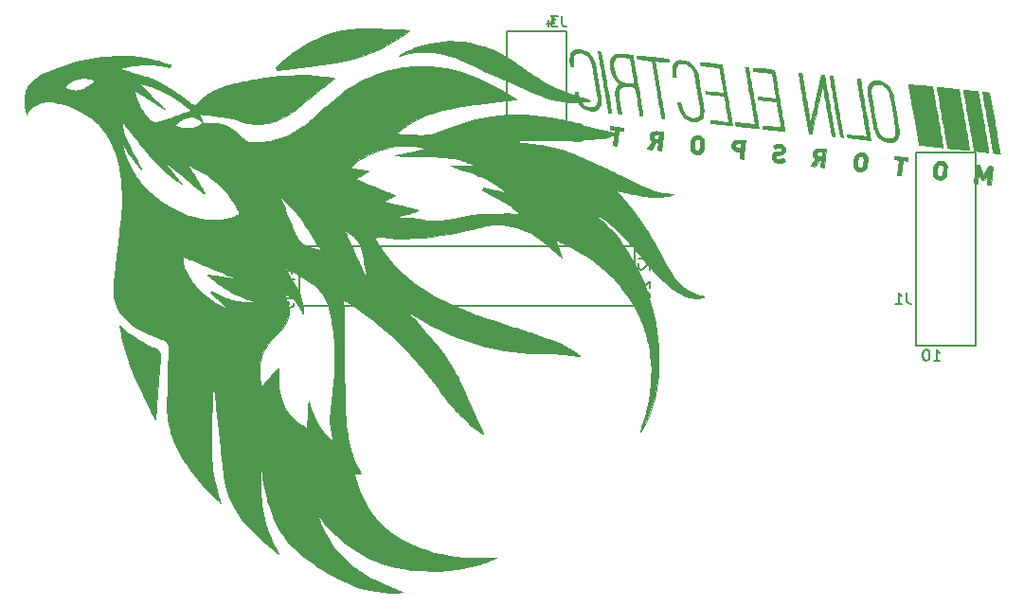
<source format=gbo>
G04 #@! TF.GenerationSoftware,KiCad,Pcbnew,5.0.2-bee76a0~70~ubuntu18.04.1*
G04 #@! TF.CreationDate,2019-04-15T21:30:03-04:00*
G04 #@! TF.ProjectId,dashboard_mk4_rev4,64617368-626f-4617-9264-5f6d6b345f72,6.0*
G04 #@! TF.SameCoordinates,Original*
G04 #@! TF.FileFunction,Legend,Bot*
G04 #@! TF.FilePolarity,Positive*
%FSLAX46Y46*%
G04 Gerber Fmt 4.6, Leading zero omitted, Abs format (unit mm)*
G04 Created by KiCad (PCBNEW 5.0.2-bee76a0~70~ubuntu18.04.1) date Mon 15 Apr 2019 09:30:03 PM EDT*
%MOMM*%
%LPD*%
G01*
G04 APERTURE LIST*
%ADD10C,0.190500*%
%ADD11C,0.150000*%
%ADD12C,0.010000*%
G04 APERTURE END LIST*
D10*
X105918000Y-155411714D02*
X105954285Y-155484285D01*
X105954285Y-155593142D01*
X105918000Y-155702000D01*
X105845428Y-155774571D01*
X105772857Y-155810857D01*
X105627714Y-155847142D01*
X105518857Y-155847142D01*
X105373714Y-155810857D01*
X105301142Y-155774571D01*
X105228571Y-155702000D01*
X105192285Y-155593142D01*
X105192285Y-155520571D01*
X105228571Y-155411714D01*
X105264857Y-155375428D01*
X105518857Y-155375428D01*
X105518857Y-155520571D01*
X105192285Y-155048857D02*
X105954285Y-155048857D01*
X105192285Y-154613428D01*
X105954285Y-154613428D01*
X105192285Y-154250571D02*
X105954285Y-154250571D01*
X105954285Y-154069142D01*
X105918000Y-153960285D01*
X105845428Y-153887714D01*
X105772857Y-153851428D01*
X105627714Y-153815142D01*
X105518857Y-153815142D01*
X105373714Y-153851428D01*
X105301142Y-153887714D01*
X105228571Y-153960285D01*
X105192285Y-154069142D01*
X105192285Y-154250571D01*
X104938285Y-153307142D02*
X106026857Y-153307142D01*
X105192285Y-152363714D02*
X105192285Y-152799142D01*
X105192285Y-152581428D02*
X105954285Y-152581428D01*
X105845428Y-152654000D01*
X105772857Y-152726571D01*
X105736571Y-152799142D01*
X105881714Y-152073428D02*
X105918000Y-152037142D01*
X105954285Y-151964571D01*
X105954285Y-151783142D01*
X105918000Y-151710571D01*
X105881714Y-151674285D01*
X105809142Y-151638000D01*
X105736571Y-151638000D01*
X105627714Y-151674285D01*
X105192285Y-152109714D01*
X105192285Y-151638000D01*
X105954285Y-151420285D02*
X105192285Y-151166285D01*
X105954285Y-150912285D01*
D11*
G04 #@! TO.C,J3*
X130285000Y-131172000D02*
X130285000Y-140862000D01*
X124985000Y-131172000D02*
X124985000Y-140862000D01*
X124985000Y-140862000D02*
X130285000Y-140862000D01*
X124985000Y-131172000D02*
X130285000Y-131172000D01*
G04 #@! TO.C,J1*
X161561000Y-159277000D02*
X161561000Y-141967000D01*
X166861000Y-159277000D02*
X166861000Y-141967000D01*
X166861000Y-141967000D02*
X161561000Y-141967000D01*
X166861000Y-159277000D02*
X161561000Y-159277000D01*
G04 #@! TO.C,J2*
X136449570Y-150364360D02*
X136449570Y-155664360D01*
X106439570Y-150364360D02*
X106439570Y-155664360D01*
X136449570Y-150364360D02*
X106439570Y-150364360D01*
X136449570Y-155664360D02*
X106439570Y-155664360D01*
D12*
G04 #@! TO.C,G\002A\002A\002A*
G36*
X109608913Y-131212005D02*
X109454021Y-131249458D01*
X109328686Y-131283277D01*
X109315059Y-131287299D01*
X108746448Y-131474788D01*
X108192852Y-131693340D01*
X107651313Y-131944464D01*
X107118873Y-132229670D01*
X106592576Y-132550467D01*
X106069461Y-132908366D01*
X105910177Y-133025076D01*
X105716609Y-133173168D01*
X105507607Y-133340309D01*
X105291003Y-133519790D01*
X105074628Y-133704900D01*
X104866313Y-133888929D01*
X104673890Y-134065166D01*
X104505190Y-134226900D01*
X104489474Y-134242466D01*
X104349814Y-134381282D01*
X104374095Y-134495515D01*
X104384131Y-134542933D01*
X104394913Y-134576074D01*
X104412570Y-134596481D01*
X104443229Y-134605691D01*
X104493019Y-134605246D01*
X104568069Y-134596684D01*
X104674506Y-134581546D01*
X104701178Y-134577711D01*
X104749636Y-134571208D01*
X104833294Y-134560491D01*
X104948552Y-134546004D01*
X105091812Y-134528191D01*
X105259475Y-134507494D01*
X105447944Y-134484357D01*
X105653618Y-134459223D01*
X105872898Y-134432535D01*
X106102187Y-134404738D01*
X106268135Y-134384685D01*
X106668435Y-134336137D01*
X107033234Y-134291360D01*
X107365876Y-134249914D01*
X107669710Y-134211359D01*
X107948080Y-134175256D01*
X108204335Y-134141164D01*
X108441821Y-134108643D01*
X108663884Y-134077254D01*
X108873871Y-134046555D01*
X109075130Y-134016109D01*
X109095481Y-134012972D01*
X109227762Y-133991346D01*
X109386656Y-133963390D01*
X109566602Y-133930236D01*
X109762033Y-133893018D01*
X109967387Y-133852869D01*
X110177101Y-133810924D01*
X110385611Y-133768314D01*
X110587352Y-133726173D01*
X110776762Y-133685634D01*
X110948276Y-133647831D01*
X111096331Y-133613897D01*
X111215363Y-133584966D01*
X111278126Y-133568383D01*
X111993829Y-133348897D01*
X112695913Y-133092882D01*
X113383655Y-132800696D01*
X114056333Y-132472697D01*
X114713226Y-132109243D01*
X115353614Y-131710693D01*
X115976772Y-131277405D01*
X116138813Y-131156893D01*
X116208674Y-131103063D01*
X116250124Y-131067496D01*
X116266826Y-131046132D01*
X116262441Y-131034917D01*
X116251990Y-131031525D01*
X116219853Y-131028215D01*
X116155575Y-131024139D01*
X116066076Y-131019644D01*
X115958273Y-131015078D01*
X115839088Y-131010788D01*
X115838088Y-131010755D01*
X115739265Y-131007268D01*
X115607515Y-131002257D01*
X115448949Y-130995973D01*
X115269674Y-130988668D01*
X115075803Y-130980592D01*
X114873445Y-130971995D01*
X114668710Y-130963129D01*
X114538360Y-130957390D01*
X114086694Y-130938398D01*
X113670869Y-130923154D01*
X113287827Y-130911656D01*
X112934514Y-130903906D01*
X112607871Y-130899900D01*
X112304844Y-130899639D01*
X112022376Y-130903123D01*
X111757411Y-130910350D01*
X111506890Y-130921320D01*
X111267760Y-130936034D01*
X111036964Y-130954488D01*
X111012630Y-130956685D01*
X110891124Y-130970666D01*
X110739210Y-130992692D01*
X110564384Y-131021301D01*
X110374141Y-131055033D01*
X110175977Y-131092430D01*
X109977387Y-131132030D01*
X109785868Y-131172375D01*
X109608913Y-131212005D01*
X109608913Y-131212005D01*
G37*
X109608913Y-131212005D02*
X109454021Y-131249458D01*
X109328686Y-131283277D01*
X109315059Y-131287299D01*
X108746448Y-131474788D01*
X108192852Y-131693340D01*
X107651313Y-131944464D01*
X107118873Y-132229670D01*
X106592576Y-132550467D01*
X106069461Y-132908366D01*
X105910177Y-133025076D01*
X105716609Y-133173168D01*
X105507607Y-133340309D01*
X105291003Y-133519790D01*
X105074628Y-133704900D01*
X104866313Y-133888929D01*
X104673890Y-134065166D01*
X104505190Y-134226900D01*
X104489474Y-134242466D01*
X104349814Y-134381282D01*
X104374095Y-134495515D01*
X104384131Y-134542933D01*
X104394913Y-134576074D01*
X104412570Y-134596481D01*
X104443229Y-134605691D01*
X104493019Y-134605246D01*
X104568069Y-134596684D01*
X104674506Y-134581546D01*
X104701178Y-134577711D01*
X104749636Y-134571208D01*
X104833294Y-134560491D01*
X104948552Y-134546004D01*
X105091812Y-134528191D01*
X105259475Y-134507494D01*
X105447944Y-134484357D01*
X105653618Y-134459223D01*
X105872898Y-134432535D01*
X106102187Y-134404738D01*
X106268135Y-134384685D01*
X106668435Y-134336137D01*
X107033234Y-134291360D01*
X107365876Y-134249914D01*
X107669710Y-134211359D01*
X107948080Y-134175256D01*
X108204335Y-134141164D01*
X108441821Y-134108643D01*
X108663884Y-134077254D01*
X108873871Y-134046555D01*
X109075130Y-134016109D01*
X109095481Y-134012972D01*
X109227762Y-133991346D01*
X109386656Y-133963390D01*
X109566602Y-133930236D01*
X109762033Y-133893018D01*
X109967387Y-133852869D01*
X110177101Y-133810924D01*
X110385611Y-133768314D01*
X110587352Y-133726173D01*
X110776762Y-133685634D01*
X110948276Y-133647831D01*
X111096331Y-133613897D01*
X111215363Y-133584966D01*
X111278126Y-133568383D01*
X111993829Y-133348897D01*
X112695913Y-133092882D01*
X113383655Y-132800696D01*
X114056333Y-132472697D01*
X114713226Y-132109243D01*
X115353614Y-131710693D01*
X115976772Y-131277405D01*
X116138813Y-131156893D01*
X116208674Y-131103063D01*
X116250124Y-131067496D01*
X116266826Y-131046132D01*
X116262441Y-131034917D01*
X116251990Y-131031525D01*
X116219853Y-131028215D01*
X116155575Y-131024139D01*
X116066076Y-131019644D01*
X115958273Y-131015078D01*
X115839088Y-131010788D01*
X115838088Y-131010755D01*
X115739265Y-131007268D01*
X115607515Y-131002257D01*
X115448949Y-130995973D01*
X115269674Y-130988668D01*
X115075803Y-130980592D01*
X114873445Y-130971995D01*
X114668710Y-130963129D01*
X114538360Y-130957390D01*
X114086694Y-130938398D01*
X113670869Y-130923154D01*
X113287827Y-130911656D01*
X112934514Y-130903906D01*
X112607871Y-130899900D01*
X112304844Y-130899639D01*
X112022376Y-130903123D01*
X111757411Y-130910350D01*
X111506890Y-130921320D01*
X111267760Y-130936034D01*
X111036964Y-130954488D01*
X111012630Y-130956685D01*
X110891124Y-130970666D01*
X110739210Y-130992692D01*
X110564384Y-131021301D01*
X110374141Y-131055033D01*
X110175977Y-131092430D01*
X109977387Y-131132030D01*
X109785868Y-131172375D01*
X109608913Y-131212005D01*
G36*
X117749656Y-132313596D02*
X117429484Y-132402408D01*
X117109516Y-132501182D01*
X116797346Y-132607206D01*
X116500569Y-132717767D01*
X116226780Y-132830150D01*
X115983571Y-132941645D01*
X115962669Y-132951926D01*
X115889835Y-132989707D01*
X115803930Y-133036977D01*
X115710710Y-133090246D01*
X115615934Y-133146020D01*
X115525360Y-133200807D01*
X115444746Y-133251115D01*
X115379850Y-133293451D01*
X115336430Y-133324323D01*
X115320243Y-133340240D01*
X115320721Y-133341283D01*
X115341430Y-133338158D01*
X115394005Y-133326057D01*
X115472655Y-133306431D01*
X115571586Y-133280734D01*
X115685007Y-133250420D01*
X115709321Y-133243822D01*
X116225806Y-133123463D01*
X116749562Y-133041163D01*
X117278949Y-132996938D01*
X117812325Y-132990798D01*
X118348050Y-133022758D01*
X118884481Y-133092831D01*
X119419979Y-133201030D01*
X119472368Y-133213690D01*
X119651417Y-133258711D01*
X119819322Y-133303606D01*
X119979924Y-133349885D01*
X120137061Y-133399061D01*
X120294575Y-133452644D01*
X120456302Y-133512146D01*
X120626084Y-133579075D01*
X120807762Y-133654945D01*
X121005173Y-133741267D01*
X121222158Y-133839551D01*
X121462556Y-133951307D01*
X121730206Y-134078047D01*
X122011874Y-134213061D01*
X122382086Y-134390215D01*
X122763689Y-134570777D01*
X123154086Y-134753608D01*
X123550681Y-134937562D01*
X123950878Y-135121499D01*
X124352079Y-135304276D01*
X124751689Y-135484754D01*
X125147109Y-135661789D01*
X125535746Y-135834239D01*
X125915002Y-136000963D01*
X126282278Y-136160819D01*
X126634981Y-136312664D01*
X126970513Y-136455358D01*
X127286278Y-136587757D01*
X127579678Y-136708721D01*
X127848117Y-136817108D01*
X128089000Y-136911774D01*
X128299729Y-136991580D01*
X128465785Y-137051258D01*
X128999281Y-137217867D01*
X129528374Y-137345934D01*
X130052850Y-137435436D01*
X130572498Y-137486348D01*
X131087104Y-137498644D01*
X131596456Y-137472301D01*
X131855030Y-137443863D01*
X131984753Y-137425710D01*
X132107309Y-137406157D01*
X132217508Y-137386284D01*
X132310157Y-137367168D01*
X132380066Y-137349887D01*
X132422040Y-137335519D01*
X132430890Y-137325141D01*
X132430004Y-137324511D01*
X132406827Y-137315720D01*
X132350784Y-137296694D01*
X132266300Y-137268872D01*
X132157804Y-137233691D01*
X132029721Y-137192587D01*
X131886478Y-137146998D01*
X131760239Y-137107095D01*
X131522482Y-137031836D01*
X131316224Y-136965700D01*
X131135520Y-136906620D01*
X130974429Y-136852521D01*
X130827011Y-136801335D01*
X130687320Y-136750991D01*
X130549418Y-136699418D01*
X130407360Y-136644548D01*
X130255206Y-136584307D01*
X130223540Y-136571633D01*
X129523294Y-136271778D01*
X128830535Y-135937065D01*
X128213942Y-135605694D01*
X128065432Y-135519354D01*
X127891541Y-135414039D01*
X127698464Y-135293800D01*
X127492395Y-135162686D01*
X127279525Y-135024747D01*
X127066048Y-134884033D01*
X126858158Y-134744597D01*
X126662047Y-134610486D01*
X126483908Y-134485752D01*
X126329935Y-134374447D01*
X126319309Y-134366586D01*
X126135566Y-134233349D01*
X125933143Y-134091737D01*
X125718891Y-133946207D01*
X125499664Y-133801217D01*
X125282309Y-133661225D01*
X125073680Y-133530690D01*
X124880629Y-133414068D01*
X124710005Y-133315819D01*
X124673267Y-133295531D01*
X124334916Y-133118106D01*
X123982469Y-132947480D01*
X123625651Y-132787918D01*
X123274187Y-132643688D01*
X122937802Y-132519058D01*
X122789754Y-132469141D01*
X122218734Y-132303488D01*
X121642203Y-132176140D01*
X121061624Y-132087142D01*
X120478457Y-132036541D01*
X119894167Y-132024380D01*
X119310215Y-132050704D01*
X118728064Y-132115561D01*
X118149178Y-132218992D01*
X117749656Y-132313596D01*
X117749656Y-132313596D01*
G37*
X117749656Y-132313596D02*
X117429484Y-132402408D01*
X117109516Y-132501182D01*
X116797346Y-132607206D01*
X116500569Y-132717767D01*
X116226780Y-132830150D01*
X115983571Y-132941645D01*
X115962669Y-132951926D01*
X115889835Y-132989707D01*
X115803930Y-133036977D01*
X115710710Y-133090246D01*
X115615934Y-133146020D01*
X115525360Y-133200807D01*
X115444746Y-133251115D01*
X115379850Y-133293451D01*
X115336430Y-133324323D01*
X115320243Y-133340240D01*
X115320721Y-133341283D01*
X115341430Y-133338158D01*
X115394005Y-133326057D01*
X115472655Y-133306431D01*
X115571586Y-133280734D01*
X115685007Y-133250420D01*
X115709321Y-133243822D01*
X116225806Y-133123463D01*
X116749562Y-133041163D01*
X117278949Y-132996938D01*
X117812325Y-132990798D01*
X118348050Y-133022758D01*
X118884481Y-133092831D01*
X119419979Y-133201030D01*
X119472368Y-133213690D01*
X119651417Y-133258711D01*
X119819322Y-133303606D01*
X119979924Y-133349885D01*
X120137061Y-133399061D01*
X120294575Y-133452644D01*
X120456302Y-133512146D01*
X120626084Y-133579075D01*
X120807762Y-133654945D01*
X121005173Y-133741267D01*
X121222158Y-133839551D01*
X121462556Y-133951307D01*
X121730206Y-134078047D01*
X122011874Y-134213061D01*
X122382086Y-134390215D01*
X122763689Y-134570777D01*
X123154086Y-134753608D01*
X123550681Y-134937562D01*
X123950878Y-135121499D01*
X124352079Y-135304276D01*
X124751689Y-135484754D01*
X125147109Y-135661789D01*
X125535746Y-135834239D01*
X125915002Y-136000963D01*
X126282278Y-136160819D01*
X126634981Y-136312664D01*
X126970513Y-136455358D01*
X127286278Y-136587757D01*
X127579678Y-136708721D01*
X127848117Y-136817108D01*
X128089000Y-136911774D01*
X128299729Y-136991580D01*
X128465785Y-137051258D01*
X128999281Y-137217867D01*
X129528374Y-137345934D01*
X130052850Y-137435436D01*
X130572498Y-137486348D01*
X131087104Y-137498644D01*
X131596456Y-137472301D01*
X131855030Y-137443863D01*
X131984753Y-137425710D01*
X132107309Y-137406157D01*
X132217508Y-137386284D01*
X132310157Y-137367168D01*
X132380066Y-137349887D01*
X132422040Y-137335519D01*
X132430890Y-137325141D01*
X132430004Y-137324511D01*
X132406827Y-137315720D01*
X132350784Y-137296694D01*
X132266300Y-137268872D01*
X132157804Y-137233691D01*
X132029721Y-137192587D01*
X131886478Y-137146998D01*
X131760239Y-137107095D01*
X131522482Y-137031836D01*
X131316224Y-136965700D01*
X131135520Y-136906620D01*
X130974429Y-136852521D01*
X130827011Y-136801335D01*
X130687320Y-136750991D01*
X130549418Y-136699418D01*
X130407360Y-136644548D01*
X130255206Y-136584307D01*
X130223540Y-136571633D01*
X129523294Y-136271778D01*
X128830535Y-135937065D01*
X128213942Y-135605694D01*
X128065432Y-135519354D01*
X127891541Y-135414039D01*
X127698464Y-135293800D01*
X127492395Y-135162686D01*
X127279525Y-135024747D01*
X127066048Y-134884033D01*
X126858158Y-134744597D01*
X126662047Y-134610486D01*
X126483908Y-134485752D01*
X126329935Y-134374447D01*
X126319309Y-134366586D01*
X126135566Y-134233349D01*
X125933143Y-134091737D01*
X125718891Y-133946207D01*
X125499664Y-133801217D01*
X125282309Y-133661225D01*
X125073680Y-133530690D01*
X124880629Y-133414068D01*
X124710005Y-133315819D01*
X124673267Y-133295531D01*
X124334916Y-133118106D01*
X123982469Y-132947480D01*
X123625651Y-132787918D01*
X123274187Y-132643688D01*
X122937802Y-132519058D01*
X122789754Y-132469141D01*
X122218734Y-132303488D01*
X121642203Y-132176140D01*
X121061624Y-132087142D01*
X120478457Y-132036541D01*
X119894167Y-132024380D01*
X119310215Y-132050704D01*
X118728064Y-132115561D01*
X118149178Y-132218992D01*
X117749656Y-132313596D01*
G36*
X90383697Y-157472033D02*
X90378305Y-157489122D01*
X90379876Y-157522109D01*
X90389393Y-157588733D01*
X90405911Y-157684577D01*
X90428485Y-157805226D01*
X90456172Y-157946264D01*
X90488025Y-158103277D01*
X90523099Y-158271848D01*
X90560450Y-158447562D01*
X90599133Y-158626002D01*
X90638203Y-158802754D01*
X90676714Y-158973402D01*
X90713722Y-159133530D01*
X90748283Y-159278723D01*
X90779450Y-159404564D01*
X90806279Y-159506639D01*
X90821428Y-159559773D01*
X90911685Y-159855550D01*
X91003218Y-160143240D01*
X91097267Y-160425811D01*
X91195069Y-160706230D01*
X91297862Y-160987464D01*
X91406885Y-161272481D01*
X91523374Y-161564249D01*
X91648570Y-161865736D01*
X91783708Y-162179908D01*
X91930027Y-162509734D01*
X92088766Y-162858181D01*
X92261162Y-163228217D01*
X92448453Y-163622809D01*
X92651877Y-164044924D01*
X92872672Y-164497531D01*
X92930167Y-164614649D01*
X93048793Y-164856011D01*
X93151354Y-165064559D01*
X93239036Y-165242545D01*
X93313029Y-165392216D01*
X93374516Y-165515824D01*
X93424687Y-165615616D01*
X93464727Y-165693844D01*
X93495825Y-165752755D01*
X93519167Y-165794601D01*
X93535940Y-165821630D01*
X93547331Y-165836092D01*
X93554527Y-165840236D01*
X93558716Y-165836313D01*
X93561083Y-165826570D01*
X93562786Y-165813510D01*
X93564703Y-165791083D01*
X93569457Y-165732401D01*
X93576836Y-165640163D01*
X93586627Y-165517072D01*
X93598618Y-165365828D01*
X93612596Y-165189134D01*
X93628349Y-164989690D01*
X93645665Y-164770199D01*
X93664329Y-164533362D01*
X93684133Y-164281878D01*
X93704860Y-164018452D01*
X93726302Y-163745783D01*
X93748242Y-163466572D01*
X93770471Y-163183523D01*
X93792775Y-162899335D01*
X93814941Y-162616710D01*
X93836759Y-162338350D01*
X93858013Y-162066957D01*
X93878494Y-161805231D01*
X93897989Y-161555873D01*
X93916283Y-161321587D01*
X93933165Y-161105071D01*
X93943404Y-160973573D01*
X93960493Y-160747617D01*
X93973577Y-160556656D01*
X93982513Y-160396798D01*
X93987158Y-160264151D01*
X93987372Y-160154825D01*
X93983010Y-160064927D01*
X93973931Y-159990567D01*
X93959992Y-159927853D01*
X93941050Y-159872893D01*
X93916964Y-159821797D01*
X93900119Y-159791608D01*
X93835113Y-159710902D01*
X93733036Y-159626707D01*
X93595623Y-159540142D01*
X93424609Y-159452325D01*
X93264386Y-159381761D01*
X93134253Y-159326760D01*
X93011087Y-159271929D01*
X92891276Y-159215154D01*
X92771203Y-159154327D01*
X92647258Y-159087338D01*
X92515823Y-159012076D01*
X92373288Y-158926432D01*
X92216035Y-158828294D01*
X92040453Y-158715553D01*
X91842928Y-158586098D01*
X91619845Y-158437819D01*
X91430769Y-158311095D01*
X91264363Y-158199179D01*
X91126716Y-158106174D01*
X91014132Y-158029227D01*
X90922910Y-157965489D01*
X90849356Y-157912107D01*
X90789769Y-157866233D01*
X90740454Y-157825014D01*
X90697711Y-157785600D01*
X90657843Y-157745140D01*
X90617151Y-157700783D01*
X90571939Y-157649678D01*
X90570069Y-157647549D01*
X90498156Y-157566324D01*
X90447590Y-157511487D01*
X90414344Y-157479712D01*
X90394389Y-157467669D01*
X90383697Y-157472033D01*
X90383697Y-157472033D01*
G37*
X90383697Y-157472033D02*
X90378305Y-157489122D01*
X90379876Y-157522109D01*
X90389393Y-157588733D01*
X90405911Y-157684577D01*
X90428485Y-157805226D01*
X90456172Y-157946264D01*
X90488025Y-158103277D01*
X90523099Y-158271848D01*
X90560450Y-158447562D01*
X90599133Y-158626002D01*
X90638203Y-158802754D01*
X90676714Y-158973402D01*
X90713722Y-159133530D01*
X90748283Y-159278723D01*
X90779450Y-159404564D01*
X90806279Y-159506639D01*
X90821428Y-159559773D01*
X90911685Y-159855550D01*
X91003218Y-160143240D01*
X91097267Y-160425811D01*
X91195069Y-160706230D01*
X91297862Y-160987464D01*
X91406885Y-161272481D01*
X91523374Y-161564249D01*
X91648570Y-161865736D01*
X91783708Y-162179908D01*
X91930027Y-162509734D01*
X92088766Y-162858181D01*
X92261162Y-163228217D01*
X92448453Y-163622809D01*
X92651877Y-164044924D01*
X92872672Y-164497531D01*
X92930167Y-164614649D01*
X93048793Y-164856011D01*
X93151354Y-165064559D01*
X93239036Y-165242545D01*
X93313029Y-165392216D01*
X93374516Y-165515824D01*
X93424687Y-165615616D01*
X93464727Y-165693844D01*
X93495825Y-165752755D01*
X93519167Y-165794601D01*
X93535940Y-165821630D01*
X93547331Y-165836092D01*
X93554527Y-165840236D01*
X93558716Y-165836313D01*
X93561083Y-165826570D01*
X93562786Y-165813510D01*
X93564703Y-165791083D01*
X93569457Y-165732401D01*
X93576836Y-165640163D01*
X93586627Y-165517072D01*
X93598618Y-165365828D01*
X93612596Y-165189134D01*
X93628349Y-164989690D01*
X93645665Y-164770199D01*
X93664329Y-164533362D01*
X93684133Y-164281878D01*
X93704860Y-164018452D01*
X93726302Y-163745783D01*
X93748242Y-163466572D01*
X93770471Y-163183523D01*
X93792775Y-162899335D01*
X93814941Y-162616710D01*
X93836759Y-162338350D01*
X93858013Y-162066957D01*
X93878494Y-161805231D01*
X93897989Y-161555873D01*
X93916283Y-161321587D01*
X93933165Y-161105071D01*
X93943404Y-160973573D01*
X93960493Y-160747617D01*
X93973577Y-160556656D01*
X93982513Y-160396798D01*
X93987158Y-160264151D01*
X93987372Y-160154825D01*
X93983010Y-160064927D01*
X93973931Y-159990567D01*
X93959992Y-159927853D01*
X93941050Y-159872893D01*
X93916964Y-159821797D01*
X93900119Y-159791608D01*
X93835113Y-159710902D01*
X93733036Y-159626707D01*
X93595623Y-159540142D01*
X93424609Y-159452325D01*
X93264386Y-159381761D01*
X93134253Y-159326760D01*
X93011087Y-159271929D01*
X92891276Y-159215154D01*
X92771203Y-159154327D01*
X92647258Y-159087338D01*
X92515823Y-159012076D01*
X92373288Y-158926432D01*
X92216035Y-158828294D01*
X92040453Y-158715553D01*
X91842928Y-158586098D01*
X91619845Y-158437819D01*
X91430769Y-158311095D01*
X91264363Y-158199179D01*
X91126716Y-158106174D01*
X91014132Y-158029227D01*
X90922910Y-157965489D01*
X90849356Y-157912107D01*
X90789769Y-157866233D01*
X90740454Y-157825014D01*
X90697711Y-157785600D01*
X90657843Y-157745140D01*
X90617151Y-157700783D01*
X90571939Y-157649678D01*
X90570069Y-157647549D01*
X90498156Y-157566324D01*
X90447590Y-157511487D01*
X90414344Y-157479712D01*
X90394389Y-157467669D01*
X90383697Y-157472033D01*
G36*
X87003332Y-133759021D02*
X86801412Y-133805434D01*
X86624095Y-133848948D01*
X86528944Y-133874034D01*
X85933687Y-134047620D01*
X85330405Y-134244917D01*
X84731087Y-134461615D01*
X84147719Y-134693404D01*
X83659055Y-134905541D01*
X83359193Y-135050155D01*
X83095231Y-135196686D01*
X82863997Y-135347560D01*
X82662317Y-135505204D01*
X82487017Y-135672046D01*
X82334927Y-135850510D01*
X82231782Y-135997148D01*
X82103976Y-136222758D01*
X82004206Y-136461992D01*
X81932179Y-136717164D01*
X81887606Y-136990588D01*
X81870197Y-137284578D01*
X81879657Y-137601447D01*
X81915700Y-137943509D01*
X81955552Y-138193417D01*
X82021068Y-138559015D01*
X82148930Y-138371516D01*
X82272581Y-138201328D01*
X82394799Y-138058006D01*
X82525341Y-137930974D01*
X82651434Y-137826899D01*
X82805221Y-137717395D01*
X82955926Y-137631544D01*
X83116667Y-137563032D01*
X83300560Y-137505548D01*
X83341810Y-137494680D01*
X83536946Y-137452164D01*
X83732586Y-137425717D01*
X83933713Y-137415655D01*
X84145314Y-137422288D01*
X84372375Y-137445934D01*
X84619881Y-137486905D01*
X84892820Y-137545514D01*
X85143287Y-137608055D01*
X85665173Y-137761589D01*
X86158240Y-137940619D01*
X86623884Y-138145863D01*
X87063503Y-138378037D01*
X87478494Y-138637862D01*
X87870254Y-138926055D01*
X88128329Y-139142331D01*
X88459830Y-139460006D01*
X88771205Y-139809393D01*
X89060199Y-140187447D01*
X89324557Y-140591128D01*
X89562021Y-141017395D01*
X89647668Y-141190810D01*
X89772395Y-141463941D01*
X89883782Y-141733452D01*
X89983908Y-142005990D01*
X90074856Y-142288204D01*
X90158707Y-142586742D01*
X90237545Y-142908252D01*
X90313450Y-143259381D01*
X90345141Y-143418234D01*
X90440509Y-143960662D01*
X90512860Y-144496122D01*
X90562778Y-145032732D01*
X90590852Y-145578607D01*
X90597670Y-146141864D01*
X90584107Y-146723259D01*
X90580567Y-146810510D01*
X90576860Y-146894294D01*
X90572779Y-146976680D01*
X90568114Y-147059739D01*
X90562656Y-147145539D01*
X90556195Y-147236154D01*
X90548524Y-147333651D01*
X90539432Y-147440103D01*
X90528710Y-147557578D01*
X90516149Y-147688149D01*
X90501541Y-147833883D01*
X90484677Y-147996852D01*
X90465346Y-148179128D01*
X90443341Y-148382778D01*
X90418452Y-148609874D01*
X90390470Y-148862487D01*
X90359185Y-149142687D01*
X90324389Y-149452542D01*
X90285873Y-149794126D01*
X90243427Y-150169507D01*
X90196843Y-150580755D01*
X90175589Y-150768242D01*
X90128339Y-151184992D01*
X90085298Y-151564784D01*
X90046270Y-151909490D01*
X90011059Y-152220981D01*
X89979472Y-152501129D01*
X89951310Y-152751803D01*
X89926383Y-152974874D01*
X89904490Y-153172214D01*
X89885442Y-153345693D01*
X89869039Y-153497184D01*
X89855089Y-153628556D01*
X89843394Y-153741682D01*
X89833761Y-153838431D01*
X89825995Y-153920674D01*
X89819899Y-153990282D01*
X89815280Y-154049128D01*
X89811940Y-154099079D01*
X89809687Y-154142011D01*
X89808324Y-154179791D01*
X89807657Y-154214293D01*
X89807489Y-154247385D01*
X89807627Y-154280939D01*
X89807724Y-154295041D01*
X89821584Y-154583478D01*
X89857772Y-154877542D01*
X89914238Y-155166821D01*
X89988932Y-155440902D01*
X90079809Y-155689369D01*
X90083967Y-155699132D01*
X90244264Y-156023760D01*
X90440252Y-156333785D01*
X90670856Y-156627846D01*
X90935003Y-156904586D01*
X91231621Y-157162645D01*
X91254385Y-157180612D01*
X91482837Y-157347976D01*
X91746986Y-157520310D01*
X92043992Y-157696140D01*
X92371008Y-157873995D01*
X92725194Y-158052400D01*
X93103705Y-158229883D01*
X93503697Y-158404969D01*
X93922328Y-158576186D01*
X94026862Y-158617163D01*
X94206310Y-158691787D01*
X94351288Y-158764056D01*
X94465947Y-158837539D01*
X94554440Y-158915803D01*
X94620923Y-159002421D01*
X94669548Y-159100958D01*
X94699545Y-159195223D01*
X94713480Y-159254854D01*
X94723340Y-159314347D01*
X94729533Y-159381172D01*
X94732470Y-159462798D01*
X94732560Y-159566696D01*
X94730213Y-159700335D01*
X94729319Y-159738206D01*
X94727031Y-159841699D01*
X94724387Y-159977968D01*
X94721488Y-160140723D01*
X94718438Y-160323663D01*
X94715340Y-160520497D01*
X94712297Y-160724927D01*
X94709412Y-160930658D01*
X94707817Y-161050791D01*
X94702837Y-161419215D01*
X94697882Y-161752103D01*
X94692854Y-162052994D01*
X94687651Y-162325428D01*
X94682175Y-162572944D01*
X94676325Y-162799083D01*
X94670002Y-163007383D01*
X94663106Y-163201387D01*
X94655537Y-163384633D01*
X94647195Y-163560660D01*
X94637980Y-163733009D01*
X94627793Y-163905220D01*
X94626896Y-163919689D01*
X94607168Y-164346082D01*
X94603505Y-164744761D01*
X94616542Y-165123910D01*
X94646920Y-165491715D01*
X94695274Y-165856365D01*
X94762243Y-166226045D01*
X94830556Y-166534734D01*
X94892860Y-166786199D01*
X94954733Y-167011812D01*
X95020212Y-167224544D01*
X95093331Y-167437362D01*
X95178130Y-167663238D01*
X95195847Y-167708582D01*
X95364960Y-168106309D01*
X95565243Y-168519788D01*
X95794073Y-168945144D01*
X96048831Y-169378507D01*
X96326893Y-169816002D01*
X96625638Y-170253755D01*
X96942445Y-170687896D01*
X97274691Y-171114548D01*
X97619756Y-171529840D01*
X97975016Y-171929900D01*
X98251434Y-172222625D01*
X98336543Y-172309146D01*
X98436661Y-172409044D01*
X98547762Y-172518470D01*
X98665817Y-172633573D01*
X98786800Y-172750505D01*
X98906683Y-172865412D01*
X99021439Y-172974447D01*
X99127042Y-173073759D01*
X99219463Y-173159498D01*
X99294675Y-173227815D01*
X99348651Y-173274859D01*
X99369659Y-173291634D01*
X99382185Y-173293305D01*
X99382025Y-173268981D01*
X99368541Y-173215831D01*
X99341092Y-173131020D01*
X99319160Y-173068013D01*
X99185672Y-172661603D01*
X99061160Y-172224142D01*
X98947222Y-171762956D01*
X98845457Y-171285367D01*
X98757467Y-170798703D01*
X98684850Y-170310286D01*
X98645148Y-169981643D01*
X98617885Y-169716741D01*
X98594178Y-169452747D01*
X98574031Y-169187071D01*
X98557443Y-168917128D01*
X98544416Y-168640331D01*
X98534951Y-168354091D01*
X98529050Y-168055822D01*
X98526712Y-167742936D01*
X98527941Y-167412847D01*
X98532735Y-167062967D01*
X98541097Y-166690710D01*
X98553029Y-166293488D01*
X98568530Y-165868714D01*
X98587602Y-165413802D01*
X98610247Y-164926161D01*
X98636465Y-164403209D01*
X98647699Y-164188361D01*
X98663406Y-163891074D01*
X98677187Y-163630548D01*
X98689186Y-163404522D01*
X98699548Y-163210734D01*
X98708419Y-163046924D01*
X98715945Y-162910832D01*
X98722271Y-162800195D01*
X98727542Y-162712752D01*
X98731903Y-162646243D01*
X98735500Y-162598407D01*
X98738478Y-162566982D01*
X98740983Y-162549708D01*
X98743159Y-162544323D01*
X98745153Y-162548567D01*
X98747107Y-162560177D01*
X98749171Y-162576894D01*
X98750527Y-162588482D01*
X98758920Y-162655760D01*
X98770545Y-162744296D01*
X98783106Y-162836664D01*
X98785072Y-162850802D01*
X98799231Y-162957095D01*
X98817134Y-163099590D01*
X98838488Y-163275620D01*
X98863002Y-163482520D01*
X98890382Y-163717621D01*
X98920337Y-163978259D01*
X98952576Y-164261765D01*
X98986804Y-164565476D01*
X99022731Y-164886723D01*
X99060065Y-165222841D01*
X99098511Y-165571162D01*
X99137781Y-165929022D01*
X99177579Y-166293752D01*
X99217614Y-166662687D01*
X99257594Y-167033160D01*
X99297227Y-167402506D01*
X99336222Y-167768058D01*
X99374284Y-168127148D01*
X99411123Y-168477112D01*
X99446446Y-168815282D01*
X99479960Y-169138992D01*
X99511375Y-169445575D01*
X99540397Y-169732366D01*
X99553029Y-169858578D01*
X99653464Y-170865941D01*
X99782175Y-171477781D01*
X99823867Y-171673306D01*
X99860057Y-171836539D01*
X99892292Y-171973624D01*
X99922119Y-172090706D01*
X99951089Y-172193929D01*
X99980746Y-172289436D01*
X100004271Y-172359409D01*
X100192170Y-172856103D01*
X100405195Y-173331294D01*
X100645367Y-173788084D01*
X100914701Y-174229575D01*
X101215215Y-174658868D01*
X101548928Y-175079065D01*
X101917856Y-175493265D01*
X102287434Y-175869101D01*
X102707908Y-176269296D01*
X103139608Y-176661667D01*
X103590705Y-177053460D01*
X104069369Y-177451922D01*
X104104351Y-177480440D01*
X104247716Y-177596516D01*
X104362940Y-177688301D01*
X104451566Y-177756915D01*
X104515137Y-177803480D01*
X104555198Y-177829116D01*
X104573291Y-177834946D01*
X104570961Y-177822088D01*
X104568070Y-177817196D01*
X104552536Y-177791016D01*
X104521119Y-177737067D01*
X104477370Y-177661480D01*
X104424838Y-177570389D01*
X104376671Y-177486636D01*
X104101834Y-176974285D01*
X103857204Y-176445930D01*
X103640788Y-175896852D01*
X103450591Y-175322333D01*
X103422797Y-175228884D01*
X103382579Y-175081022D01*
X103338898Y-174901811D01*
X103293181Y-174698671D01*
X103246860Y-174479023D01*
X103201365Y-174250288D01*
X103158124Y-174019883D01*
X103118569Y-173795232D01*
X103084128Y-173583752D01*
X103056232Y-173392866D01*
X103036310Y-173229993D01*
X103034787Y-173215280D01*
X102976700Y-172482739D01*
X102948674Y-171725387D01*
X102950707Y-170943161D01*
X102963426Y-170531924D01*
X102971075Y-170344655D01*
X102977570Y-170193798D01*
X102983143Y-170076713D01*
X102988029Y-169990758D01*
X102992458Y-169933292D01*
X102996665Y-169901676D01*
X103000882Y-169893267D01*
X103005340Y-169905426D01*
X103010274Y-169935513D01*
X103013666Y-169961946D01*
X103062353Y-170338072D01*
X103117562Y-170721591D01*
X103178228Y-171106730D01*
X103243286Y-171487718D01*
X103311669Y-171858782D01*
X103382313Y-172214151D01*
X103454151Y-172548053D01*
X103526121Y-172854715D01*
X103597154Y-173128365D01*
X103600070Y-173138937D01*
X103775196Y-173721733D01*
X103969693Y-174271953D01*
X104184777Y-174791619D01*
X104421660Y-175282759D01*
X104681559Y-175747396D01*
X104965686Y-176187556D01*
X105275258Y-176605263D01*
X105611487Y-177002543D01*
X105975589Y-177381421D01*
X106354245Y-177731256D01*
X106522279Y-177872627D01*
X106719853Y-178029624D01*
X106942274Y-178199023D01*
X107184853Y-178377606D01*
X107442894Y-178562151D01*
X107711708Y-178749436D01*
X107986602Y-178936239D01*
X108262885Y-179119342D01*
X108535863Y-179295523D01*
X108800844Y-179461558D01*
X109053138Y-179614231D01*
X109288052Y-179750316D01*
X109328048Y-179772757D01*
X109916829Y-180085936D01*
X110495705Y-180362445D01*
X111066716Y-180602813D01*
X111631904Y-180807577D01*
X112193308Y-180977269D01*
X112752971Y-181112424D01*
X113312934Y-181213575D01*
X113875238Y-181281255D01*
X114441923Y-181315999D01*
X115015030Y-181318338D01*
X115214355Y-181311736D01*
X115376943Y-181303947D01*
X115502000Y-181295908D01*
X115591073Y-181287435D01*
X115645707Y-181278351D01*
X115667448Y-181268471D01*
X115661377Y-181259403D01*
X115636136Y-181249069D01*
X115580944Y-181228630D01*
X115502824Y-181200623D01*
X115408805Y-181167581D01*
X115359579Y-181150501D01*
X114782627Y-180939250D01*
X114207772Y-180705578D01*
X113645244Y-180453967D01*
X113105276Y-180188903D01*
X112815511Y-180035690D01*
X112707176Y-179974241D01*
X112574497Y-179894881D01*
X112423493Y-179801552D01*
X112260181Y-179698192D01*
X112090574Y-179588740D01*
X111920692Y-179477138D01*
X111756549Y-179367323D01*
X111604162Y-179263234D01*
X111469549Y-179168811D01*
X111358725Y-179087995D01*
X111304209Y-179046141D01*
X110828211Y-178648248D01*
X110387501Y-178234592D01*
X109980959Y-177803606D01*
X109607467Y-177353730D01*
X109265907Y-176883398D01*
X108955161Y-176391047D01*
X108674110Y-175875114D01*
X108421637Y-175334036D01*
X108196622Y-174766247D01*
X108150335Y-174636572D01*
X108115444Y-174535337D01*
X108085903Y-174446610D01*
X108063871Y-174377122D01*
X108051507Y-174333602D01*
X108049634Y-174322683D01*
X108060774Y-174327581D01*
X108088220Y-174358577D01*
X108126484Y-174409333D01*
X108134595Y-174420790D01*
X108171087Y-174471020D01*
X108226954Y-174545630D01*
X108297389Y-174638307D01*
X108377581Y-174742738D01*
X108462722Y-174852611D01*
X108498488Y-174898462D01*
X108935170Y-175427169D01*
X109392893Y-175922966D01*
X109871506Y-176385767D01*
X110370854Y-176815491D01*
X110890787Y-177212056D01*
X111431148Y-177575380D01*
X111991787Y-177905380D01*
X112572550Y-178201973D01*
X113173284Y-178465077D01*
X113793838Y-178694610D01*
X114434056Y-178890490D01*
X115093786Y-179052632D01*
X115772875Y-179180958D01*
X116471171Y-179275381D01*
X116658546Y-179294627D01*
X117434271Y-179351541D01*
X118203619Y-179372238D01*
X118971837Y-179356631D01*
X119744179Y-179304633D01*
X120404980Y-179232124D01*
X120526054Y-179214278D01*
X120678278Y-179188263D01*
X120854929Y-179155509D01*
X121049277Y-179117449D01*
X121254595Y-179075511D01*
X121464155Y-179031126D01*
X121671231Y-178985723D01*
X121869096Y-178940735D01*
X122051021Y-178897590D01*
X122210278Y-178857718D01*
X122340142Y-178822551D01*
X122363889Y-178815649D01*
X122520015Y-178768330D01*
X122687465Y-178715397D01*
X122861899Y-178658409D01*
X123038980Y-178598920D01*
X123214367Y-178538488D01*
X123383723Y-178478669D01*
X123542708Y-178421019D01*
X123686982Y-178367095D01*
X123812207Y-178318452D01*
X123914045Y-178276648D01*
X123988155Y-178243238D01*
X124030199Y-178219779D01*
X124034284Y-178216504D01*
X124045797Y-178199504D01*
X124036481Y-178198092D01*
X124001009Y-178201675D01*
X123932175Y-178206005D01*
X123835683Y-178210879D01*
X123717235Y-178216098D01*
X123582535Y-178221458D01*
X123437287Y-178226757D01*
X123287194Y-178231797D01*
X123137959Y-178236372D01*
X122995286Y-178240284D01*
X122864878Y-178243330D01*
X122752439Y-178245309D01*
X122681310Y-178245979D01*
X121924449Y-178234546D01*
X121187740Y-178194143D01*
X120471792Y-178125038D01*
X119777216Y-178027496D01*
X119104621Y-177901786D01*
X118454616Y-177748178D01*
X117827814Y-177566937D01*
X117224824Y-177358330D01*
X116646254Y-177122628D01*
X116092718Y-176860095D01*
X115564823Y-176571002D01*
X115063181Y-176255614D01*
X114588400Y-175914201D01*
X114141093Y-175547028D01*
X113721867Y-175154365D01*
X113331335Y-174736478D01*
X112970104Y-174293636D01*
X112651839Y-173845853D01*
X112359362Y-173371893D01*
X112097889Y-172878631D01*
X111866409Y-172363816D01*
X111663908Y-171825195D01*
X111490943Y-171266152D01*
X111457949Y-171145007D01*
X111426662Y-171025036D01*
X111398468Y-170912127D01*
X111374756Y-170812173D01*
X111356915Y-170731059D01*
X111346332Y-170674675D01*
X111344398Y-170648910D01*
X111345177Y-170647949D01*
X111365439Y-170649653D01*
X111417805Y-170655116D01*
X111495558Y-170663610D01*
X111591984Y-170674405D01*
X111655519Y-170681629D01*
X111759838Y-170693012D01*
X111849488Y-170701766D01*
X111917763Y-170707317D01*
X111957955Y-170709094D01*
X111965794Y-170708119D01*
X111958363Y-170689247D01*
X111934254Y-170643010D01*
X111896845Y-170575580D01*
X111849515Y-170493127D01*
X111828274Y-170456832D01*
X111646086Y-170126339D01*
X111470511Y-169766975D01*
X111306057Y-169388883D01*
X111157235Y-169002213D01*
X111073335Y-168758172D01*
X111041758Y-168652332D01*
X111005212Y-168514070D01*
X110964974Y-168349540D01*
X110922317Y-168164894D01*
X110878519Y-167966287D01*
X110834854Y-167759871D01*
X110792598Y-167551799D01*
X110753024Y-167348224D01*
X110717412Y-167155300D01*
X110687034Y-166979181D01*
X110663166Y-166826018D01*
X110647083Y-166701965D01*
X110647031Y-166701477D01*
X110627321Y-166514975D01*
X110609487Y-166332147D01*
X110593334Y-166149306D01*
X110578661Y-165962767D01*
X110565276Y-165768843D01*
X110552978Y-165563846D01*
X110541570Y-165344091D01*
X110530857Y-165105890D01*
X110520641Y-164845557D01*
X110510725Y-164559405D01*
X110500911Y-164243749D01*
X110491004Y-163894901D01*
X110484975Y-163669766D01*
X110476987Y-163356126D01*
X110469854Y-163054186D01*
X110463538Y-162760199D01*
X110458007Y-162470415D01*
X110453224Y-162181085D01*
X110449156Y-161888464D01*
X110445765Y-161588800D01*
X110443017Y-161278347D01*
X110440878Y-160953355D01*
X110439310Y-160610077D01*
X110438281Y-160244764D01*
X110437753Y-159853668D01*
X110437692Y-159433040D01*
X110438064Y-158979132D01*
X110438435Y-158715880D01*
X110439008Y-158344193D01*
X110439466Y-158009406D01*
X110439795Y-157709340D01*
X110439979Y-157441821D01*
X110440004Y-157204669D01*
X110439856Y-156995708D01*
X110439517Y-156812761D01*
X110438975Y-156653651D01*
X110438212Y-156516201D01*
X110437215Y-156398233D01*
X110435968Y-156297570D01*
X110435036Y-156244873D01*
X109204488Y-156506434D01*
X109280374Y-156864857D01*
X109350178Y-157239522D01*
X109412984Y-157625864D01*
X109467870Y-158019323D01*
X109513919Y-158415335D01*
X109543391Y-158726353D01*
X109580547Y-159274921D01*
X109601516Y-159849926D01*
X109606128Y-160442164D01*
X109594212Y-161042428D01*
X109588998Y-161183567D01*
X109582850Y-161333036D01*
X109576769Y-161471311D01*
X109570458Y-161601467D01*
X109563623Y-161726580D01*
X109555969Y-161849724D01*
X109547201Y-161973977D01*
X109537024Y-162102414D01*
X109525143Y-162238109D01*
X109511263Y-162384139D01*
X109495089Y-162543579D01*
X109476327Y-162719506D01*
X109454680Y-162914992D01*
X109429854Y-163133116D01*
X109401554Y-163376953D01*
X109369485Y-163649578D01*
X109333351Y-163954066D01*
X109292859Y-164293493D01*
X109281932Y-164384906D01*
X109242781Y-164736331D01*
X109213445Y-165056517D01*
X109193669Y-165351980D01*
X109183197Y-165629238D01*
X109181771Y-165894807D01*
X109189136Y-166155204D01*
X109202969Y-166389198D01*
X109212630Y-166482285D01*
X109229444Y-166602397D01*
X109252027Y-166742477D01*
X109278993Y-166895467D01*
X109308958Y-167054309D01*
X109340535Y-167211947D01*
X109372341Y-167361320D01*
X109402990Y-167495374D01*
X109431097Y-167607049D01*
X109455276Y-167689288D01*
X109461678Y-167707487D01*
X109480281Y-167761786D01*
X109489427Y-167797920D01*
X109488731Y-167806605D01*
X109471697Y-167795052D01*
X109430446Y-167761832D01*
X109370027Y-167711162D01*
X109295495Y-167647265D01*
X109236145Y-167595625D01*
X108934111Y-167314757D01*
X108662501Y-167026095D01*
X108417394Y-166724187D01*
X108194873Y-166403580D01*
X107991015Y-166058818D01*
X107801902Y-165684451D01*
X107701050Y-165460006D01*
X107621655Y-165267739D01*
X107540100Y-165055319D01*
X107461247Y-164836280D01*
X107389957Y-164624155D01*
X107331093Y-164432479D01*
X107327729Y-164420760D01*
X107303639Y-164339556D01*
X107282088Y-164272613D01*
X107266031Y-164228806D01*
X107260002Y-164217014D01*
X107256225Y-164232677D01*
X107250897Y-164283610D01*
X107244269Y-164366044D01*
X107236592Y-164476212D01*
X107228115Y-164610348D01*
X107219088Y-164764684D01*
X107209763Y-164935454D01*
X107201407Y-165098379D01*
X107191565Y-165295913D01*
X107181722Y-165493134D01*
X107172172Y-165684142D01*
X107163213Y-165863035D01*
X107155139Y-166023910D01*
X107148247Y-166160865D01*
X107142833Y-166268000D01*
X107140554Y-166312786D01*
X107124343Y-166630401D01*
X107032698Y-166586074D01*
X106987969Y-166561723D01*
X106917321Y-166519981D01*
X106827462Y-166464965D01*
X106725103Y-166400786D01*
X106616951Y-166331560D01*
X106603890Y-166323101D01*
X106276501Y-166094211D01*
X105984096Y-165854047D01*
X105723400Y-165599294D01*
X105491138Y-165326638D01*
X105284036Y-165032763D01*
X105209007Y-164911058D01*
X105086531Y-164690900D01*
X104980940Y-164469484D01*
X104889638Y-164239486D01*
X104810036Y-163993579D01*
X104739537Y-163724438D01*
X104675550Y-163424737D01*
X104666921Y-163379695D01*
X104618055Y-163097434D01*
X104581014Y-162825877D01*
X104555164Y-162555819D01*
X104539870Y-162278055D01*
X104534499Y-161983378D01*
X104538416Y-161662583D01*
X104541383Y-161557450D01*
X104544121Y-161457248D01*
X104545642Y-161372202D01*
X104545886Y-161309330D01*
X104544788Y-161275654D01*
X104543949Y-161271923D01*
X104529797Y-161284983D01*
X104491338Y-161324026D01*
X104430986Y-161386520D01*
X104351152Y-161469933D01*
X104254247Y-161571733D01*
X104142685Y-161689387D01*
X104018877Y-161820364D01*
X103885237Y-161962130D01*
X103786585Y-162067008D01*
X103647297Y-162215068D01*
X103516023Y-162354310D01*
X103395197Y-162482175D01*
X103287247Y-162596106D01*
X103194607Y-162693545D01*
X103119705Y-162771933D01*
X103064972Y-162828713D01*
X103032839Y-162861325D01*
X103025101Y-162868404D01*
X103014561Y-162851828D01*
X103000575Y-162802644D01*
X102984263Y-162727054D01*
X102966741Y-162631258D01*
X102949128Y-162521461D01*
X102932541Y-162403863D01*
X102918099Y-162284664D01*
X102915449Y-162260068D01*
X102882438Y-161798827D01*
X102882643Y-161357875D01*
X102916130Y-160936818D01*
X102982962Y-160535262D01*
X103083200Y-160152814D01*
X103216909Y-159789081D01*
X103358301Y-159491724D01*
X103553425Y-159161086D01*
X103781703Y-158842102D01*
X104037453Y-158542064D01*
X104301451Y-158280529D01*
X104391277Y-158198831D01*
X104485634Y-158112960D01*
X104573480Y-158032967D01*
X104643773Y-157968906D01*
X104645463Y-157967364D01*
X104878199Y-157732449D01*
X105074203Y-157486062D01*
X105233220Y-157228929D01*
X105355004Y-156961772D01*
X105439300Y-156685316D01*
X105485859Y-156400285D01*
X105494428Y-156107405D01*
X105464758Y-155807396D01*
X105440064Y-155675840D01*
X105424683Y-155605167D01*
X105409988Y-155541468D01*
X105394393Y-155479469D01*
X105376311Y-155413905D01*
X105354155Y-155339504D01*
X105326338Y-155250995D01*
X105291274Y-155143109D01*
X105247377Y-155010576D01*
X105193059Y-154848127D01*
X105171607Y-154784162D01*
X105152792Y-154727194D01*
X102569006Y-155276394D01*
X102386891Y-155303462D01*
X102147315Y-155329625D01*
X101882915Y-155341806D01*
X101605321Y-155340105D01*
X101326160Y-155324622D01*
X101057062Y-155295455D01*
X101031420Y-155291828D01*
X100893079Y-155268040D01*
X100729036Y-155233785D01*
X100550343Y-155191870D01*
X100368048Y-155145103D01*
X100193206Y-155096291D01*
X100036864Y-155048243D01*
X99936390Y-155013658D01*
X99528772Y-154849852D01*
X99130596Y-154660580D01*
X98791572Y-154476078D01*
X98718303Y-154434816D01*
X98658034Y-154402451D01*
X98618454Y-154383021D01*
X98607218Y-154379271D01*
X98592555Y-154396824D01*
X98569320Y-154438096D01*
X98559122Y-154458828D01*
X98522625Y-154535919D01*
X99303145Y-155254485D01*
X99450797Y-155390485D01*
X99590100Y-155518927D01*
X99718347Y-155637304D01*
X99832826Y-155743107D01*
X99930827Y-155833829D01*
X100009640Y-155906963D01*
X100066554Y-155959999D01*
X100098859Y-155990431D01*
X100105091Y-155996552D01*
X100114708Y-156008604D01*
X100111814Y-156012843D01*
X100091028Y-156007719D01*
X100046966Y-155991686D01*
X99974248Y-155963192D01*
X99935168Y-155947656D01*
X99576129Y-155789506D01*
X99209800Y-155599138D01*
X98842897Y-155380812D01*
X98482140Y-155138790D01*
X98134245Y-154877333D01*
X97805930Y-154600702D01*
X97791792Y-154588027D01*
X97472186Y-154282653D01*
X97173960Y-153959184D01*
X96933210Y-153666432D01*
X96797396Y-153489806D01*
X96683224Y-153333554D01*
X96585487Y-153189661D01*
X96498970Y-153050115D01*
X96418463Y-152906903D01*
X96339355Y-152753218D01*
X96255171Y-152575957D01*
X96189294Y-152417545D01*
X96137374Y-152264995D01*
X96095065Y-152105314D01*
X96058018Y-151925514D01*
X96052920Y-151897533D01*
X96031869Y-151775181D01*
X96018440Y-151680726D01*
X96011869Y-151603895D01*
X96011390Y-151534419D01*
X96016241Y-151462028D01*
X96018684Y-151437612D01*
X96028487Y-151362133D01*
X96039494Y-151304516D01*
X96049888Y-151273415D01*
X96053777Y-151270353D01*
X96074274Y-151278167D01*
X96128018Y-151299982D01*
X96212441Y-151334723D01*
X96324976Y-151381309D01*
X96463054Y-151438667D01*
X96624106Y-151505717D01*
X96805564Y-151581385D01*
X97004859Y-151664590D01*
X97219424Y-151754257D01*
X97446689Y-151849309D01*
X97684087Y-151948668D01*
X97929049Y-152051257D01*
X98179007Y-152156000D01*
X98431392Y-152261818D01*
X98683636Y-152367635D01*
X98933170Y-152472374D01*
X99177427Y-152574957D01*
X99413837Y-152674308D01*
X99639834Y-152769349D01*
X99852847Y-152859003D01*
X100050308Y-152942193D01*
X100229650Y-153017842D01*
X100388304Y-153084873D01*
X100523701Y-153142207D01*
X100633274Y-153188770D01*
X100714453Y-153223483D01*
X100764671Y-153245269D01*
X100781369Y-153253042D01*
X100762031Y-153251391D01*
X100707187Y-153244736D01*
X100620033Y-153233507D01*
X100503760Y-153218133D01*
X100361561Y-153199045D01*
X100196629Y-153176672D01*
X100012158Y-153151443D01*
X99811339Y-153123789D01*
X99597366Y-153094140D01*
X99496858Y-153080152D01*
X99277854Y-153049805D01*
X99070451Y-153021402D01*
X98877856Y-152995359D01*
X98703276Y-152972094D01*
X98549914Y-152952024D01*
X98420977Y-152935568D01*
X98319669Y-152923142D01*
X98249199Y-152915163D01*
X98212769Y-152912050D01*
X98208335Y-152912350D01*
X98220475Y-152927741D01*
X98259165Y-152963859D01*
X98320244Y-153017264D01*
X98399553Y-153084518D01*
X98492933Y-153162179D01*
X98596224Y-153246812D01*
X98705265Y-153334975D01*
X98815899Y-153423230D01*
X98923965Y-153508137D01*
X99000682Y-153567442D01*
X99112682Y-153650602D01*
X99249455Y-153747856D01*
X99403712Y-153854374D01*
X99568162Y-153965324D01*
X99735515Y-154075877D01*
X99898481Y-154181203D01*
X100049768Y-154276471D01*
X100182087Y-154356850D01*
X100260965Y-154402481D01*
X100760120Y-154661618D01*
X101268196Y-154883925D01*
X101783529Y-155068756D01*
X102304458Y-155215464D01*
X102422109Y-155243118D01*
X102569006Y-155276394D01*
X105152792Y-154727194D01*
X105135638Y-154675262D01*
X105105064Y-154579416D01*
X105081712Y-154502626D01*
X105067408Y-154450893D01*
X105063936Y-154430270D01*
X105084245Y-154432564D01*
X105130122Y-154453481D01*
X105195170Y-154489172D01*
X105272990Y-154535784D01*
X105357183Y-154589469D01*
X105441349Y-154646376D01*
X105519092Y-154702656D01*
X105528632Y-154709908D01*
X105806404Y-154946051D01*
X106055517Y-155207908D01*
X106278343Y-155498014D01*
X106312234Y-155548002D01*
X106381726Y-155659642D01*
X106458225Y-155794645D01*
X106535223Y-155940496D01*
X106606210Y-156084677D01*
X106664680Y-156214674D01*
X106685154Y-156265158D01*
X106712558Y-156332397D01*
X106732406Y-156369950D01*
X106745806Y-156376056D01*
X106753862Y-156348955D01*
X106757680Y-156286888D01*
X106758368Y-156188094D01*
X106758113Y-156149075D01*
X106741948Y-155845134D01*
X106700033Y-155530689D01*
X106634852Y-155222252D01*
X106599366Y-155092451D01*
X106546382Y-154921122D01*
X106489227Y-154754594D01*
X106426214Y-154589701D01*
X106355654Y-154423276D01*
X106275861Y-154252157D01*
X106185146Y-154073175D01*
X106081822Y-153883169D01*
X105964202Y-153678971D01*
X105830598Y-153457415D01*
X105679322Y-153215340D01*
X105508686Y-152949576D01*
X105317003Y-152656960D01*
X105233800Y-152531299D01*
X105170365Y-152434962D01*
X105115535Y-152350203D01*
X105072573Y-152282191D01*
X105044749Y-152236101D01*
X105035326Y-152217104D01*
X105035368Y-152216995D01*
X105054071Y-152222191D01*
X105102487Y-152243638D01*
X105175976Y-152278960D01*
X105269900Y-152325779D01*
X105379618Y-152381721D01*
X105500492Y-152444408D01*
X105627882Y-152511465D01*
X105757150Y-152580515D01*
X105883655Y-152649182D01*
X105943761Y-152682265D01*
X106171023Y-152810494D01*
X106404610Y-152946940D01*
X106639671Y-153088488D01*
X106871352Y-153232025D01*
X107094799Y-153374439D01*
X107305163Y-153512616D01*
X107497587Y-153643445D01*
X107667222Y-153763811D01*
X107809213Y-153870602D01*
X107862079Y-153912813D01*
X108101625Y-154132931D01*
X108322350Y-154385599D01*
X108522378Y-154668154D01*
X108699830Y-154977935D01*
X108852834Y-155312280D01*
X108858517Y-155326372D01*
X108949536Y-155574219D01*
X109038150Y-155856553D01*
X109123440Y-156168811D01*
X109204488Y-156506434D01*
X110435036Y-156244873D01*
X110434456Y-156212036D01*
X110432665Y-156139452D01*
X110430578Y-156077641D01*
X110428182Y-156024427D01*
X110425459Y-155977634D01*
X110422398Y-155935082D01*
X110418981Y-155894596D01*
X110418890Y-155893578D01*
X110411779Y-155824694D01*
X110400848Y-155731101D01*
X110387252Y-155621525D01*
X110372145Y-155504687D01*
X110356681Y-155389315D01*
X110342015Y-155284134D01*
X110329302Y-155197866D01*
X110319696Y-155139236D01*
X110317719Y-155128960D01*
X110330627Y-155127041D01*
X110372656Y-155145613D01*
X110440899Y-155182778D01*
X110532450Y-155236643D01*
X110644399Y-155305311D01*
X110773840Y-155386885D01*
X110917865Y-155479471D01*
X111073566Y-155581172D01*
X111238037Y-155690094D01*
X111408369Y-155804339D01*
X111581655Y-155922013D01*
X111754987Y-156041219D01*
X111925458Y-156160061D01*
X112090159Y-156276645D01*
X112209488Y-156362427D01*
X113031649Y-156981731D01*
X113834931Y-157634889D01*
X114618576Y-158321130D01*
X115381822Y-159039684D01*
X116123906Y-159789782D01*
X116844070Y-160570652D01*
X117541549Y-161381525D01*
X118215586Y-162221632D01*
X118865418Y-163090200D01*
X118885253Y-163117691D01*
X118976585Y-163244885D01*
X119076360Y-163384628D01*
X119176606Y-163525707D01*
X119269352Y-163656906D01*
X119342501Y-163761098D01*
X119450501Y-163913606D01*
X119556018Y-164057827D01*
X119661740Y-164196757D01*
X119770355Y-164333395D01*
X119884550Y-164470740D01*
X120007013Y-164611790D01*
X120140431Y-164759540D01*
X120287492Y-164916991D01*
X120450881Y-165087141D01*
X120633287Y-165272986D01*
X120837399Y-165477525D01*
X121065901Y-165703757D01*
X121217591Y-165852882D01*
X121404498Y-166035085D01*
X121566417Y-166190386D01*
X121705088Y-166320386D01*
X121822256Y-166426686D01*
X121919667Y-166510886D01*
X121999063Y-166574587D01*
X122025936Y-166594518D01*
X122087011Y-166637187D01*
X122166245Y-166690519D01*
X122258530Y-166751287D01*
X122358758Y-166816260D01*
X122461818Y-166882207D01*
X122562603Y-166945902D01*
X122656006Y-167004112D01*
X122736915Y-167053609D01*
X122800225Y-167091164D01*
X122840824Y-167113546D01*
X122853710Y-167117828D01*
X122845665Y-167099037D01*
X122822987Y-167047438D01*
X122786956Y-166965913D01*
X122738852Y-166857345D01*
X122679955Y-166724617D01*
X122611544Y-166570610D01*
X122534899Y-166398208D01*
X122451299Y-166210292D01*
X122362024Y-166009746D01*
X122295932Y-165861353D01*
X122189812Y-165622735D01*
X122078163Y-165370951D01*
X121963688Y-165112140D01*
X121849089Y-164852441D01*
X121737070Y-164597994D01*
X121630333Y-164354937D01*
X121531581Y-164129409D01*
X121443518Y-163927549D01*
X121371940Y-163762654D01*
X121249214Y-163480013D01*
X121139161Y-163229122D01*
X121039632Y-163005576D01*
X120948478Y-162804965D01*
X120863547Y-162622886D01*
X120782690Y-162454932D01*
X120703756Y-162296697D01*
X120624597Y-162143774D01*
X120543059Y-161991758D01*
X120456996Y-161836242D01*
X120364254Y-161672819D01*
X120285667Y-161536628D01*
X120087558Y-161203029D01*
X119881957Y-160872576D01*
X119666974Y-160542803D01*
X119440716Y-160211246D01*
X119201294Y-159875441D01*
X118946817Y-159532920D01*
X118675396Y-159181221D01*
X118385138Y-158817876D01*
X118074154Y-158440422D01*
X117740554Y-158046394D01*
X117382447Y-157633327D01*
X116997942Y-157198755D01*
X116729715Y-156899985D01*
X116624741Y-156783375D01*
X116528800Y-156676232D01*
X116444870Y-156581929D01*
X116375934Y-156503837D01*
X116324970Y-156445331D01*
X116294957Y-156409779D01*
X116288007Y-156400159D01*
X116307967Y-156397417D01*
X116353142Y-156397870D01*
X116371702Y-156398786D01*
X116429619Y-156411215D01*
X116506129Y-156444059D01*
X116605938Y-156499464D01*
X116647078Y-156524481D01*
X117287987Y-156905802D01*
X117958634Y-157275813D01*
X118650314Y-157630209D01*
X119354321Y-157964681D01*
X120061949Y-158274922D01*
X120720804Y-158539901D01*
X121224634Y-158726324D01*
X121726865Y-158897484D01*
X122238510Y-159056863D01*
X122770579Y-159207940D01*
X123153471Y-159308676D01*
X123925149Y-159491297D01*
X124691639Y-159643206D01*
X125458467Y-159765050D01*
X126231158Y-159857482D01*
X127015236Y-159921152D01*
X127816228Y-159956711D01*
X128639660Y-159964809D01*
X128719088Y-159964176D01*
X128896176Y-159962625D01*
X129051334Y-159961790D01*
X129189506Y-159962001D01*
X129315635Y-159963590D01*
X129434665Y-159966888D01*
X129551539Y-159972225D01*
X129671202Y-159979934D01*
X129798595Y-159990345D01*
X129938664Y-160003788D01*
X130096353Y-160020597D01*
X130276603Y-160041101D01*
X130484359Y-160065633D01*
X130724565Y-160094522D01*
X130798631Y-160103476D01*
X130961213Y-160122815D01*
X131111231Y-160140033D01*
X131244351Y-160154681D01*
X131356242Y-160166310D01*
X131442568Y-160174469D01*
X131498995Y-160178709D01*
X131521193Y-160178580D01*
X131521323Y-160178454D01*
X131507674Y-160165129D01*
X131465442Y-160133243D01*
X131398779Y-160085584D01*
X131311834Y-160024938D01*
X131208757Y-159954089D01*
X131093699Y-159875825D01*
X130970809Y-159792931D01*
X130844237Y-159708192D01*
X130718136Y-159624394D01*
X130596653Y-159544325D01*
X130483940Y-159470768D01*
X130384145Y-159406510D01*
X130301421Y-159354336D01*
X130239915Y-159317034D01*
X130226794Y-159309482D01*
X130098840Y-159240347D01*
X129955437Y-159169031D01*
X129794335Y-159094651D01*
X129613280Y-159016326D01*
X129410022Y-158933174D01*
X129182308Y-158844311D01*
X128927888Y-158748857D01*
X128644508Y-158645927D01*
X128329916Y-158534641D01*
X127981863Y-158414114D01*
X127672903Y-158308784D01*
X127484041Y-158244746D01*
X127279537Y-158175337D01*
X127068979Y-158103818D01*
X126861960Y-158033446D01*
X126668069Y-157967482D01*
X126496898Y-157909186D01*
X126424145Y-157884380D01*
X126308544Y-157845397D01*
X126160582Y-157796226D01*
X125985160Y-157738461D01*
X125787175Y-157673696D01*
X125571527Y-157603520D01*
X125343115Y-157529529D01*
X125106837Y-157453317D01*
X124867592Y-157376476D01*
X124630280Y-157300599D01*
X124568005Y-157280749D01*
X124231512Y-157173421D01*
X123929058Y-157076609D01*
X123657366Y-156989225D01*
X123413159Y-156910185D01*
X123193163Y-156838400D01*
X122994099Y-156772783D01*
X122812693Y-156712246D01*
X122645666Y-156655705D01*
X122489745Y-156602072D01*
X122341651Y-156550259D01*
X122198111Y-156499180D01*
X122055845Y-156447748D01*
X122042883Y-156443025D01*
X121470725Y-156225006D01*
X120896966Y-155988046D01*
X120325456Y-155734253D01*
X119760046Y-155465734D01*
X119204585Y-155184595D01*
X118662924Y-154892944D01*
X118138914Y-154592888D01*
X117636404Y-154286536D01*
X117159243Y-153975991D01*
X116711284Y-153663363D01*
X116296374Y-153350758D01*
X116091138Y-153185766D01*
X115638253Y-152795408D01*
X115218588Y-152396890D01*
X114826362Y-151984365D01*
X114455783Y-151551983D01*
X114371993Y-151447840D01*
X114279143Y-151329787D01*
X114192576Y-151216636D01*
X114108921Y-151103503D01*
X114095672Y-151084914D01*
X112178485Y-151492425D01*
X112236788Y-151771854D01*
X112454722Y-152824153D01*
X112380746Y-152852024D01*
X112311602Y-152877173D01*
X112269603Y-152888048D01*
X112245554Y-152884746D01*
X112230263Y-152867362D01*
X112223152Y-152853677D01*
X112203648Y-152812430D01*
X112170297Y-152740224D01*
X112124354Y-152639852D01*
X112067074Y-152514104D01*
X111999716Y-152365774D01*
X111923533Y-152197649D01*
X111839781Y-152012524D01*
X111749717Y-151813187D01*
X111654594Y-151602433D01*
X111555671Y-151383051D01*
X111454201Y-151157833D01*
X111351441Y-150929570D01*
X111248647Y-150701053D01*
X111147074Y-150475075D01*
X111047978Y-150254426D01*
X110983345Y-150110382D01*
X108329002Y-150674580D01*
X108324168Y-150682362D01*
X108304587Y-150684614D01*
X108265412Y-150680910D01*
X108201805Y-150670828D01*
X108108923Y-150653943D01*
X108000488Y-150633383D01*
X107652751Y-150551429D01*
X107334716Y-150444110D01*
X107046334Y-150311394D01*
X106787555Y-150153249D01*
X106558327Y-149969645D01*
X106358601Y-149760549D01*
X106188328Y-149525930D01*
X106151382Y-149465039D01*
X106106541Y-149382333D01*
X106051755Y-149271609D01*
X105990990Y-149141365D01*
X105928217Y-149000099D01*
X105869199Y-148860672D01*
X105832595Y-148771143D01*
X105786027Y-148656088D01*
X105730790Y-148518781D01*
X105668180Y-148362499D01*
X105599492Y-148190518D01*
X105526020Y-148006114D01*
X105449059Y-147812561D01*
X105369906Y-147613138D01*
X105289856Y-147411119D01*
X105210201Y-147209779D01*
X105132239Y-147012396D01*
X105057264Y-146822245D01*
X104988128Y-146646554D01*
X101085356Y-147476114D01*
X100924393Y-147551855D01*
X100818712Y-147599154D01*
X100694497Y-147650980D01*
X100564492Y-147702331D01*
X100441441Y-147748203D01*
X100338084Y-147783595D01*
X100318489Y-147789711D01*
X100229814Y-147813995D01*
X100112773Y-147842179D01*
X99977615Y-147872167D01*
X99834586Y-147901859D01*
X99693934Y-147929158D01*
X99565907Y-147951965D01*
X99460753Y-147968180D01*
X99425639Y-147972546D01*
X98968738Y-148004156D01*
X98501324Y-147999395D01*
X98025562Y-147958856D01*
X97543617Y-147883130D01*
X97057655Y-147772809D01*
X96569843Y-147628487D01*
X96082345Y-147450752D01*
X95597327Y-147240200D01*
X95116956Y-146997421D01*
X94643396Y-146723008D01*
X94482302Y-146621303D01*
X93980070Y-146275600D01*
X93504093Y-145903564D01*
X93056208Y-145506832D01*
X92638248Y-145087042D01*
X92252051Y-144645834D01*
X92209255Y-144593172D01*
X91883437Y-144165034D01*
X91594103Y-143733163D01*
X91338666Y-143293000D01*
X91114541Y-142839983D01*
X90919144Y-142369556D01*
X90864985Y-142222235D01*
X90843138Y-142155934D01*
X90816527Y-142067153D01*
X90786557Y-141961435D01*
X90754631Y-141844322D01*
X90722154Y-141721357D01*
X90690531Y-141598082D01*
X90661164Y-141480040D01*
X90635458Y-141372772D01*
X90614817Y-141281823D01*
X90600644Y-141212734D01*
X90594346Y-141171047D01*
X90596221Y-141161294D01*
X90610137Y-141179129D01*
X90642311Y-141225181D01*
X90689680Y-141294914D01*
X90749186Y-141383796D01*
X90817768Y-141487290D01*
X90873336Y-141571802D01*
X91007519Y-141775866D01*
X91124804Y-141952372D01*
X91229195Y-142106781D01*
X91324697Y-142244553D01*
X91415316Y-142371146D01*
X91505058Y-142492019D01*
X91597927Y-142612633D01*
X91697927Y-142738446D01*
X91809065Y-142874917D01*
X91935345Y-143027505D01*
X91985020Y-143087118D01*
X92075743Y-143195577D01*
X92157903Y-143293274D01*
X92228310Y-143376461D01*
X92283776Y-143441387D01*
X92321111Y-143484303D01*
X92337125Y-143501460D01*
X92337490Y-143501586D01*
X92329161Y-143483881D01*
X92304296Y-143435140D01*
X92264712Y-143358826D01*
X92212220Y-143258403D01*
X92148636Y-143137334D01*
X92075774Y-142999083D01*
X91995448Y-142847115D01*
X91926481Y-142716947D01*
X91764699Y-142411063D01*
X91620251Y-142135980D01*
X91491470Y-141888352D01*
X91376696Y-141664828D01*
X91274265Y-141462062D01*
X91182514Y-141276705D01*
X91099780Y-141105408D01*
X91024401Y-140944824D01*
X90954713Y-140791604D01*
X90889055Y-140642401D01*
X90844649Y-140538673D01*
X90799599Y-140429026D01*
X90763804Y-140332560D01*
X90733640Y-140237458D01*
X90705480Y-140131903D01*
X90675697Y-140004081D01*
X90663371Y-139947994D01*
X90632238Y-139797599D01*
X90611407Y-139675842D01*
X90600363Y-139573809D01*
X90598589Y-139482590D01*
X90605570Y-139393270D01*
X90620791Y-139296939D01*
X90624560Y-139277168D01*
X90641431Y-139190467D01*
X90987086Y-139652896D01*
X91228578Y-139975263D01*
X91449503Y-140268613D01*
X91652025Y-140535719D01*
X91838306Y-140779353D01*
X92010508Y-141002285D01*
X92170791Y-141207289D01*
X92321319Y-141397135D01*
X92464255Y-141574595D01*
X92601760Y-141742441D01*
X92735996Y-141903444D01*
X92822634Y-142005873D01*
X93233787Y-142474922D01*
X93638934Y-142907869D01*
X94040278Y-143306818D01*
X94440023Y-143673872D01*
X94840373Y-144011136D01*
X95243530Y-144320712D01*
X95259210Y-144332159D01*
X95359628Y-144404254D01*
X95463485Y-144476943D01*
X95566205Y-144547230D01*
X95663211Y-144612120D01*
X95749921Y-144668619D01*
X95821763Y-144713733D01*
X95874156Y-144744465D01*
X95902524Y-144757823D01*
X95905468Y-144754944D01*
X95891118Y-144736675D01*
X95854123Y-144691267D01*
X95796863Y-144621591D01*
X95721711Y-144530524D01*
X95631049Y-144420941D01*
X95527249Y-144295717D01*
X95412690Y-144157726D01*
X95289749Y-144009844D01*
X95243605Y-143954388D01*
X95118566Y-143804022D01*
X95001347Y-143662807D01*
X94894283Y-143533569D01*
X94799707Y-143419140D01*
X94719952Y-143322348D01*
X94657350Y-143246022D01*
X94614237Y-143192989D01*
X94592944Y-143166078D01*
X94591062Y-143163299D01*
X94602274Y-143143001D01*
X94632965Y-143108780D01*
X94672384Y-143070844D01*
X94709777Y-143039401D01*
X94734394Y-143024658D01*
X94737080Y-143024687D01*
X94753860Y-143037776D01*
X94798576Y-143074347D01*
X94869246Y-143132749D01*
X94963888Y-143211326D01*
X95080521Y-143308425D01*
X95217162Y-143422392D01*
X95371829Y-143551572D01*
X95542541Y-143694312D01*
X95727315Y-143848957D01*
X95924170Y-144013853D01*
X96131123Y-144187346D01*
X96320678Y-144346370D01*
X96572401Y-144557556D01*
X96795961Y-144744944D01*
X96993077Y-144909913D01*
X97165470Y-145053843D01*
X97314859Y-145178113D01*
X97442962Y-145284106D01*
X97551502Y-145373203D01*
X97642198Y-145446781D01*
X97716768Y-145506222D01*
X97776933Y-145552906D01*
X97824413Y-145588214D01*
X97860926Y-145613526D01*
X97888194Y-145630221D01*
X97907936Y-145639681D01*
X97921871Y-145643286D01*
X97931719Y-145642415D01*
X97934236Y-145641442D01*
X97969745Y-145623751D01*
X97983378Y-145614874D01*
X97974212Y-145597608D01*
X97946530Y-145549469D01*
X97901900Y-145473100D01*
X97841887Y-145371150D01*
X97768060Y-145246266D01*
X97681985Y-145101094D01*
X97585229Y-144938280D01*
X97479358Y-144760473D01*
X97365941Y-144570316D01*
X97257867Y-144389400D01*
X97138844Y-144190027D01*
X97025916Y-144000336D01*
X96920660Y-143823006D01*
X96824648Y-143660713D01*
X96739455Y-143516135D01*
X96666657Y-143391950D01*
X96607825Y-143290834D01*
X96564535Y-143215465D01*
X96538362Y-143168520D01*
X96530740Y-143152788D01*
X96548141Y-143154625D01*
X96595395Y-143171872D01*
X96667532Y-143202206D01*
X96759581Y-143243305D01*
X96866574Y-143292847D01*
X96983540Y-143348509D01*
X97105509Y-143407971D01*
X97227512Y-143468909D01*
X97344579Y-143529001D01*
X97411913Y-143564501D01*
X97668236Y-143707758D01*
X97936075Y-143869330D01*
X98206107Y-144043008D01*
X98469013Y-144222584D01*
X98715468Y-144401848D01*
X98936153Y-144574593D01*
X98968512Y-144601265D01*
X99327030Y-144920637D01*
X99670476Y-145269215D01*
X99993544Y-145640694D01*
X100290929Y-146028771D01*
X100557322Y-146427142D01*
X100682436Y-146637321D01*
X100742658Y-146746012D01*
X100806956Y-146867194D01*
X100871432Y-146993005D01*
X100932184Y-147115587D01*
X100985313Y-147227078D01*
X101026917Y-147319619D01*
X101051846Y-147381779D01*
X101085356Y-147476114D01*
X104988128Y-146646554D01*
X104986572Y-146642601D01*
X104921457Y-146476742D01*
X104863214Y-146327942D01*
X104813140Y-146199476D01*
X104772528Y-146094623D01*
X104742674Y-146016656D01*
X104724872Y-145968853D01*
X104720200Y-145954346D01*
X104734699Y-145965723D01*
X104773541Y-146001479D01*
X104833429Y-146058364D01*
X104911068Y-146133133D01*
X105003161Y-146222538D01*
X105106413Y-146323331D01*
X105217528Y-146432265D01*
X105333210Y-146546093D01*
X105450164Y-146661567D01*
X105565093Y-146775440D01*
X105674703Y-146884465D01*
X105775696Y-146985394D01*
X105864778Y-147074979D01*
X105938652Y-147149975D01*
X105994023Y-147207132D01*
X106022417Y-147237428D01*
X106176942Y-147414263D01*
X106336044Y-147609949D01*
X106501940Y-147827516D01*
X106676847Y-148069993D01*
X106862984Y-148340412D01*
X107062567Y-148641804D01*
X107156382Y-148786823D01*
X107199604Y-148854594D01*
X107257878Y-148946755D01*
X107328828Y-149059488D01*
X107410078Y-149188975D01*
X107499251Y-149331404D01*
X107593969Y-149482954D01*
X107691856Y-149639811D01*
X107790537Y-149798160D01*
X107887635Y-149954181D01*
X107980772Y-150104060D01*
X108067572Y-150243981D01*
X108145658Y-150370127D01*
X108212655Y-150478680D01*
X108266185Y-150565826D01*
X108303872Y-150627749D01*
X108323339Y-150660630D01*
X108323928Y-150661692D01*
X108329002Y-150674580D01*
X110983345Y-150110382D01*
X110952615Y-150041897D01*
X110862240Y-149840279D01*
X110778109Y-149652365D01*
X110701478Y-149480945D01*
X110633602Y-149328812D01*
X110575738Y-149198754D01*
X110529140Y-149093566D01*
X110495065Y-149016036D01*
X110474767Y-148968959D01*
X110469286Y-148954974D01*
X110485375Y-148957038D01*
X110528397Y-148978495D01*
X110593435Y-149016099D01*
X110675570Y-149066604D01*
X110769885Y-149126766D01*
X110871462Y-149193338D01*
X110975382Y-149263076D01*
X111076728Y-149332733D01*
X111170581Y-149399066D01*
X111252025Y-149458827D01*
X111316140Y-149508770D01*
X111343007Y-149531567D01*
X111468948Y-149654314D01*
X111591263Y-149792599D01*
X111700941Y-149935301D01*
X111788975Y-150071299D01*
X111807770Y-150105248D01*
X111837211Y-150165414D01*
X111866378Y-150235383D01*
X111896010Y-150318024D01*
X111926844Y-150416209D01*
X111959620Y-150532805D01*
X111995077Y-150670685D01*
X112033953Y-150832716D01*
X112076987Y-151021770D01*
X112124918Y-151240716D01*
X112178485Y-151492425D01*
X114095672Y-151084914D01*
X114024809Y-150985504D01*
X113936870Y-150857756D01*
X113841733Y-150715375D01*
X113736029Y-150553476D01*
X113616391Y-150367178D01*
X113500524Y-150184891D01*
X113419634Y-150057244D01*
X113344947Y-149939480D01*
X113279170Y-149835865D01*
X113225017Y-149750667D01*
X113185198Y-149688152D01*
X113162423Y-149652586D01*
X113158581Y-149646694D01*
X113155006Y-149629375D01*
X113172801Y-149611292D01*
X113217817Y-149588177D01*
X113267768Y-149567081D01*
X113395500Y-149515129D01*
X113740429Y-149551466D01*
X114464526Y-149613267D01*
X115196967Y-149646737D01*
X115939915Y-149651731D01*
X116695535Y-149628102D01*
X117465990Y-149575703D01*
X118253443Y-149494387D01*
X119060059Y-149384008D01*
X119888003Y-149244419D01*
X120727952Y-149077914D01*
X120914475Y-149037449D01*
X121119482Y-148991463D01*
X121331629Y-148942602D01*
X121539572Y-148893511D01*
X121731968Y-148846835D01*
X121897472Y-148805220D01*
X121898398Y-148804981D01*
X122147785Y-148742072D01*
X122393929Y-148682592D01*
X122632208Y-148627518D01*
X122858003Y-148577826D01*
X123066693Y-148534494D01*
X123253658Y-148498496D01*
X123414279Y-148470811D01*
X123543935Y-148452414D01*
X123589329Y-148447573D01*
X124065420Y-148419890D01*
X124526960Y-148426213D01*
X124976706Y-148467179D01*
X125417418Y-148543419D01*
X125851853Y-148655567D01*
X126282770Y-148804260D01*
X126712930Y-148990128D01*
X127145088Y-149213807D01*
X127292889Y-149298538D01*
X127585243Y-149481998D01*
X127891149Y-149697170D01*
X128211625Y-149944841D01*
X128547687Y-150225798D01*
X128900353Y-150540828D01*
X128905476Y-150545543D01*
X129057253Y-150683617D01*
X129204750Y-150814683D01*
X129345171Y-150936480D01*
X129475719Y-151046748D01*
X129593597Y-151143228D01*
X129696009Y-151223658D01*
X129780158Y-151285780D01*
X129843247Y-151327334D01*
X129882480Y-151346060D01*
X129894177Y-151344491D01*
X129888820Y-151324430D01*
X129870396Y-151271963D01*
X129840377Y-151190953D01*
X129800238Y-151085266D01*
X129751453Y-150958767D01*
X129695492Y-150815318D01*
X129633833Y-150658785D01*
X129605336Y-150586913D01*
X129541181Y-150425153D01*
X129481537Y-150274247D01*
X129427953Y-150138158D01*
X129381982Y-150020848D01*
X129345174Y-149926280D01*
X129319081Y-149858418D01*
X129305253Y-149821224D01*
X129303475Y-149815695D01*
X129317659Y-149811767D01*
X129363014Y-149823459D01*
X129435688Y-149849063D01*
X129531831Y-149886866D01*
X129647589Y-149935156D01*
X129779112Y-149992222D01*
X129922549Y-150056354D01*
X130074048Y-150125839D01*
X130229756Y-150198966D01*
X130385824Y-150274025D01*
X130538398Y-150349302D01*
X130683629Y-150423088D01*
X130759167Y-150462513D01*
X131424555Y-150834528D01*
X132065239Y-151235265D01*
X132680040Y-151663867D01*
X133267779Y-152119477D01*
X133827279Y-152601240D01*
X134245164Y-152996430D01*
X134429750Y-153180693D01*
X134595337Y-153351508D01*
X134748992Y-153516798D01*
X134897780Y-153684485D01*
X135048766Y-153862492D01*
X135209017Y-154058742D01*
X135345823Y-154230638D01*
X135729609Y-154740690D01*
X136077620Y-155253678D01*
X136392618Y-155774781D01*
X136677366Y-156309188D01*
X136934625Y-156862080D01*
X137167159Y-157438641D01*
X137377538Y-158043463D01*
X137415203Y-158169247D01*
X137457640Y-158326404D01*
X137503336Y-158507988D01*
X137550778Y-158707052D01*
X137598451Y-158916650D01*
X137644843Y-159129836D01*
X137688440Y-159339662D01*
X137727728Y-159539183D01*
X137761195Y-159721452D01*
X137787324Y-159879524D01*
X137803896Y-160000271D01*
X137866815Y-160689057D01*
X137894871Y-161376385D01*
X137887849Y-162064036D01*
X137845531Y-162753800D01*
X137767700Y-163447459D01*
X137654138Y-164146798D01*
X137504631Y-164853603D01*
X137318959Y-165569657D01*
X137096907Y-166296745D01*
X137005397Y-166569171D01*
X136966922Y-166682578D01*
X136933955Y-166782762D01*
X136908252Y-166864121D01*
X136891573Y-166921060D01*
X136885676Y-166947980D01*
X136886012Y-166949326D01*
X136898862Y-166935611D01*
X136928835Y-166893822D01*
X136972461Y-166829096D01*
X137026272Y-166746571D01*
X137080711Y-166661057D01*
X137332594Y-166227607D01*
X137561767Y-165763819D01*
X137767905Y-165271379D01*
X137950684Y-164751979D01*
X138109779Y-164207307D01*
X138244867Y-163639052D01*
X138355623Y-163048904D01*
X138441723Y-162438551D01*
X138502844Y-161809684D01*
X138538661Y-161163990D01*
X138548850Y-160503160D01*
X138533086Y-159828883D01*
X138500265Y-159262992D01*
X138438730Y-158608429D01*
X138349672Y-157935899D01*
X138234717Y-157253465D01*
X138095489Y-156569189D01*
X137933613Y-155891134D01*
X137750713Y-155227361D01*
X137571959Y-154656331D01*
X137322979Y-153954100D01*
X137048576Y-153269684D01*
X136749851Y-152604773D01*
X136427906Y-151961053D01*
X136083838Y-151340212D01*
X135718751Y-150743937D01*
X135333742Y-150173918D01*
X134929912Y-149631840D01*
X134508361Y-149119393D01*
X134070191Y-148638264D01*
X133616499Y-148190140D01*
X133148389Y-147776710D01*
X133017382Y-147669408D01*
X132957243Y-147619771D01*
X132912357Y-147580400D01*
X132888742Y-147556702D01*
X132887101Y-147552282D01*
X132912548Y-147559021D01*
X132966564Y-147581189D01*
X133043224Y-147615849D01*
X133136604Y-147660066D01*
X133240778Y-147710903D01*
X133349824Y-147765426D01*
X133457814Y-147820697D01*
X133558827Y-147873784D01*
X133646936Y-147921747D01*
X133716219Y-147961652D01*
X133729002Y-147969466D01*
X133802343Y-148018344D01*
X133886340Y-148080915D01*
X133983017Y-148158993D01*
X134094397Y-148254386D01*
X134222504Y-148368907D01*
X134369361Y-148504366D01*
X134536994Y-148662572D01*
X134727423Y-148845339D01*
X134942674Y-149054477D01*
X134955885Y-149067378D01*
X135197638Y-149305466D01*
X135418732Y-149527701D01*
X135624547Y-149739994D01*
X135820464Y-149948262D01*
X136011864Y-150158416D01*
X136204127Y-150376370D01*
X136402634Y-150608039D01*
X136612764Y-150859334D01*
X136839898Y-151136169D01*
X136854018Y-151153516D01*
X136975706Y-151302830D01*
X137098323Y-151452838D01*
X137217783Y-151598571D01*
X137329998Y-151735059D01*
X137430883Y-151857333D01*
X137516350Y-151960424D01*
X137582310Y-152039363D01*
X137595194Y-152054648D01*
X137913072Y-152422708D01*
X138217628Y-152758238D01*
X138511997Y-153064153D01*
X138799317Y-153343359D01*
X139082724Y-153598772D01*
X139365356Y-153833301D01*
X139650349Y-154049860D01*
X139940841Y-154251359D01*
X140012410Y-154298244D01*
X140282095Y-154466014D01*
X140531951Y-154606381D01*
X140767313Y-154721845D01*
X140993511Y-154814902D01*
X141215881Y-154888051D01*
X141345043Y-154922300D01*
X141572455Y-154969610D01*
X141779909Y-154994571D01*
X141979319Y-154997442D01*
X142182595Y-154978485D01*
X142370300Y-154944772D01*
X142468951Y-154923439D01*
X142535322Y-154907535D01*
X142575431Y-154894727D01*
X142595296Y-154882682D01*
X142600936Y-154869068D01*
X142599355Y-154855974D01*
X142578868Y-154826901D01*
X142528122Y-154807661D01*
X142503157Y-154802787D01*
X142244436Y-154747500D01*
X141975108Y-154668428D01*
X141704947Y-154569524D01*
X141443733Y-154454744D01*
X141201242Y-154328042D01*
X140987254Y-154193374D01*
X140974955Y-154184716D01*
X140759266Y-154022102D01*
X140554302Y-153846831D01*
X140357789Y-153655981D01*
X140167453Y-153446627D01*
X139981020Y-153215844D01*
X139796216Y-152960710D01*
X139610766Y-152678300D01*
X139422397Y-152365688D01*
X139228834Y-152019953D01*
X139093922Y-151766046D01*
X138898346Y-151392707D01*
X138717096Y-151050498D01*
X138547802Y-150735219D01*
X138388092Y-150442667D01*
X138235599Y-150168643D01*
X138087951Y-149908946D01*
X137942781Y-149659374D01*
X137797717Y-149415726D01*
X137650389Y-149173802D01*
X137498429Y-148929399D01*
X137453948Y-148858713D01*
X137086223Y-148296039D01*
X136698359Y-147740968D01*
X136294982Y-147199473D01*
X135880720Y-146677529D01*
X135460199Y-146181108D01*
X135038046Y-145716183D01*
X134968010Y-145642532D01*
X126155059Y-147515782D01*
X126150287Y-147524739D01*
X126134603Y-147524101D01*
X126108141Y-147520900D01*
X126048976Y-147514289D01*
X125963270Y-147504937D01*
X125857182Y-147493515D01*
X125736875Y-147480694D01*
X125700079Y-147476797D01*
X125599991Y-147466233D01*
X125513166Y-147457360D01*
X125435223Y-147450078D01*
X125361778Y-147444289D01*
X125288447Y-147439895D01*
X125210846Y-147436796D01*
X125124593Y-147434894D01*
X125025305Y-147434089D01*
X124908598Y-147434284D01*
X124770087Y-147435379D01*
X124605392Y-147437276D01*
X124410127Y-147439874D01*
X124194746Y-147442871D01*
X123880001Y-147447612D01*
X123599430Y-147452856D01*
X123348130Y-147459087D01*
X123121199Y-147466786D01*
X122913732Y-147476435D01*
X122720825Y-147488519D01*
X122537579Y-147503519D01*
X122359088Y-147521917D01*
X122180450Y-147544196D01*
X121996761Y-147570839D01*
X121803119Y-147602328D01*
X121594620Y-147639146D01*
X121366363Y-147681774D01*
X121113443Y-147730696D01*
X120956623Y-147761531D01*
X120635752Y-147823967D01*
X120349115Y-147877752D01*
X120092984Y-147923500D01*
X119863631Y-147961829D01*
X119657326Y-147993353D01*
X119470342Y-148018688D01*
X119298951Y-148038449D01*
X119248773Y-148043503D01*
X118843964Y-148074261D01*
X118465014Y-148084569D01*
X118104237Y-148074025D01*
X117753949Y-148042228D01*
X117406466Y-147988776D01*
X117137913Y-147933051D01*
X116994709Y-147901558D01*
X116871371Y-147878326D01*
X116757489Y-147862379D01*
X116642650Y-147852740D01*
X116516438Y-147848437D01*
X116368443Y-147848492D01*
X116255355Y-147850410D01*
X116091951Y-147853399D01*
X115959726Y-147854545D01*
X115850813Y-147853596D01*
X115757345Y-147850297D01*
X115671454Y-147844397D01*
X115585276Y-147835643D01*
X115511296Y-147826472D01*
X115330512Y-147802806D01*
X115330598Y-147740670D01*
X115332348Y-147694525D01*
X115336455Y-147668844D01*
X115336622Y-147668538D01*
X115356162Y-147661605D01*
X115409612Y-147645849D01*
X115493077Y-147622336D01*
X115602664Y-147592133D01*
X115734481Y-147556311D01*
X115884631Y-147515936D01*
X116049221Y-147472077D01*
X116156533Y-147443676D01*
X116358475Y-147390340D01*
X116525773Y-147345832D01*
X116661547Y-147308933D01*
X116768913Y-147278428D01*
X116850991Y-147253101D01*
X116910903Y-147231733D01*
X116951765Y-147213109D01*
X116976698Y-147196011D01*
X116988820Y-147179223D01*
X116991251Y-147161528D01*
X116987111Y-147141709D01*
X116980719Y-147122177D01*
X116974408Y-147113462D01*
X116959472Y-147103654D01*
X116933529Y-147092132D01*
X116894194Y-147078276D01*
X116839085Y-147061469D01*
X116765820Y-147041094D01*
X116672015Y-147016529D01*
X116555288Y-146987157D01*
X116413256Y-146952359D01*
X116243535Y-146911516D01*
X116043744Y-146864010D01*
X115811498Y-146809222D01*
X115544416Y-146746533D01*
X115438202Y-146721659D01*
X115200834Y-146666029D01*
X114974836Y-146612926D01*
X114763040Y-146563025D01*
X114568281Y-146517002D01*
X114393393Y-146475530D01*
X114241211Y-146439283D01*
X114114570Y-146408935D01*
X114016304Y-146385161D01*
X113949247Y-146368633D01*
X113916234Y-146360028D01*
X113913199Y-146358943D01*
X113930682Y-146349054D01*
X113978636Y-146323441D01*
X114052821Y-146284328D01*
X114148999Y-146233940D01*
X114262928Y-146174501D01*
X114390369Y-146108237D01*
X114446281Y-146079228D01*
X114578239Y-146010634D01*
X114698553Y-145947759D01*
X114802958Y-145892858D01*
X114887188Y-145848186D01*
X114946979Y-145816000D01*
X114978066Y-145798554D01*
X114981526Y-145796183D01*
X114979787Y-145793477D01*
X114971162Y-145788192D01*
X114953796Y-145779567D01*
X114925832Y-145766838D01*
X114885414Y-145749242D01*
X114830686Y-145726017D01*
X114759793Y-145696398D01*
X114670878Y-145659625D01*
X114562085Y-145614934D01*
X114431558Y-145561562D01*
X114277442Y-145498746D01*
X114097880Y-145425723D01*
X113891016Y-145341731D01*
X113654994Y-145246007D01*
X113387957Y-145137787D01*
X113088051Y-145016310D01*
X112819427Y-144907536D01*
X112599912Y-144818600D01*
X112390783Y-144733761D01*
X112194888Y-144654182D01*
X112015074Y-144581025D01*
X111854192Y-144515451D01*
X111715089Y-144458625D01*
X111600614Y-144411706D01*
X111513616Y-144375860D01*
X111456942Y-144352246D01*
X111433442Y-144342029D01*
X111433103Y-144341839D01*
X111444530Y-144329471D01*
X111486370Y-144300010D01*
X111555059Y-144255669D01*
X111647035Y-144198663D01*
X111758737Y-144131206D01*
X111886602Y-144055511D01*
X112002128Y-143988202D01*
X112139515Y-143908355D01*
X112265412Y-143834507D01*
X112375993Y-143768955D01*
X112467432Y-143713998D01*
X112535901Y-143671930D01*
X112577576Y-143645051D01*
X112589071Y-143635846D01*
X112569935Y-143630265D01*
X112516278Y-143619017D01*
X112432126Y-143602840D01*
X112321507Y-143582471D01*
X112188449Y-143558645D01*
X112036978Y-143532097D01*
X111871123Y-143503566D01*
X111788951Y-143489613D01*
X111617689Y-143460358D01*
X111458902Y-143432666D01*
X111316622Y-143407283D01*
X111194876Y-143384953D01*
X111097695Y-143366421D01*
X111029107Y-143352430D01*
X110993141Y-143343728D01*
X110988651Y-143341671D01*
X111000675Y-143320789D01*
X111036755Y-143279205D01*
X111091649Y-143222077D01*
X111160117Y-143154560D01*
X111236917Y-143081813D01*
X111316810Y-143008993D01*
X111394554Y-142941258D01*
X111401488Y-142935400D01*
X111722697Y-142687347D01*
X112075399Y-142456089D01*
X112455213Y-142242924D01*
X112857757Y-142049153D01*
X113278651Y-141876073D01*
X113713515Y-141724986D01*
X114157967Y-141597189D01*
X114607626Y-141493981D01*
X115058113Y-141416662D01*
X115505045Y-141366532D01*
X115944043Y-141344888D01*
X116370725Y-141353031D01*
X116657032Y-141376848D01*
X116762815Y-141391578D01*
X116887532Y-141413635D01*
X117023621Y-141441209D01*
X117163525Y-141472488D01*
X117299686Y-141505662D01*
X117424544Y-141538921D01*
X117530542Y-141570453D01*
X117610120Y-141598445D01*
X117642202Y-141612874D01*
X117709667Y-141648350D01*
X116344934Y-141939151D01*
X116120720Y-141987079D01*
X115908336Y-142032774D01*
X115710775Y-142075573D01*
X115531026Y-142114815D01*
X115372081Y-142149837D01*
X115236932Y-142179978D01*
X115128567Y-142204574D01*
X115049978Y-142222966D01*
X115004158Y-142234489D01*
X114993148Y-142238361D01*
X115023387Y-142245872D01*
X115089711Y-142253778D01*
X115189126Y-142261961D01*
X115318644Y-142270302D01*
X115475272Y-142278683D01*
X115656022Y-142286984D01*
X115857901Y-142295088D01*
X116077919Y-142302876D01*
X116313087Y-142310230D01*
X116560414Y-142317030D01*
X116816907Y-142323159D01*
X117079578Y-142328498D01*
X117345436Y-142332930D01*
X117400082Y-142333716D01*
X117594662Y-142336512D01*
X117788025Y-142339436D01*
X117974346Y-142342387D01*
X118147794Y-142345269D01*
X118302545Y-142347982D01*
X118432770Y-142350430D01*
X118532644Y-142352514D01*
X118569172Y-142353383D01*
X119055767Y-142373358D01*
X119509019Y-142407981D01*
X119931998Y-142457725D01*
X120327779Y-142523064D01*
X120699431Y-142604473D01*
X121050028Y-142702426D01*
X121241437Y-142765778D01*
X121368072Y-142813184D01*
X121512617Y-142872208D01*
X121664261Y-142938018D01*
X121812188Y-143005784D01*
X121945583Y-143070675D01*
X122053636Y-143127862D01*
X122059836Y-143131374D01*
X122109653Y-143160882D01*
X122128249Y-143176405D01*
X122118988Y-143182163D01*
X122100704Y-143182678D01*
X122071880Y-143182340D01*
X122007863Y-143181552D01*
X121912532Y-143180359D01*
X121789767Y-143178815D01*
X121643450Y-143176964D01*
X121477460Y-143174858D01*
X121295675Y-143172546D01*
X121101980Y-143170075D01*
X121039816Y-143169282D01*
X120845020Y-143166923D01*
X120662400Y-143164967D01*
X120495613Y-143163433D01*
X120348316Y-143162342D01*
X120224168Y-143161718D01*
X120126825Y-143161581D01*
X120059947Y-143161952D01*
X120027191Y-143162854D01*
X120024461Y-143163303D01*
X120040914Y-143171204D01*
X120089580Y-143189885D01*
X120165652Y-143217618D01*
X120264321Y-143252673D01*
X120380782Y-143293322D01*
X120499604Y-143334207D01*
X120868019Y-143460897D01*
X121202181Y-143577492D01*
X121505235Y-143685243D01*
X121780323Y-143785396D01*
X122030586Y-143879203D01*
X122259170Y-143967911D01*
X122469215Y-144052769D01*
X122663864Y-144135026D01*
X122846262Y-144215931D01*
X123019550Y-144296732D01*
X123186871Y-144378679D01*
X123351367Y-144463020D01*
X123385387Y-144480910D01*
X123591547Y-144596038D01*
X123809555Y-144729047D01*
X124031159Y-144874209D01*
X124248104Y-145025798D01*
X124452139Y-145178082D01*
X124635011Y-145325335D01*
X124759462Y-145434684D01*
X124824777Y-145495780D01*
X124863468Y-145534345D01*
X124878372Y-145553522D01*
X124872328Y-145556452D01*
X124868376Y-145555195D01*
X124845597Y-145549845D01*
X124788198Y-145537356D01*
X124699828Y-145518498D01*
X124584138Y-145494037D01*
X124444775Y-145464743D01*
X124285389Y-145431383D01*
X124109629Y-145394727D01*
X123921145Y-145355541D01*
X123848290Y-145340426D01*
X122849788Y-145133393D01*
X122824081Y-145182847D01*
X122798612Y-145239669D01*
X122783720Y-145281449D01*
X122777977Y-145317387D01*
X122794014Y-145341402D01*
X122828039Y-145361916D01*
X122863912Y-145381012D01*
X122927547Y-145414933D01*
X123012235Y-145460098D01*
X123111265Y-145512929D01*
X123209858Y-145565540D01*
X123322151Y-145625332D01*
X123459209Y-145698093D01*
X123611206Y-145778620D01*
X123768317Y-145861708D01*
X123920710Y-145942153D01*
X123993809Y-145980676D01*
X124364392Y-146181371D01*
X124700191Y-146375160D01*
X125004423Y-146564251D01*
X125280305Y-146750851D01*
X125531049Y-146937171D01*
X125759873Y-147125419D01*
X125969994Y-147317803D01*
X126037592Y-147384394D01*
X126101496Y-147449620D01*
X126139723Y-147492079D01*
X126155059Y-147515782D01*
X134968010Y-145642532D01*
X134939786Y-145612853D01*
X134861202Y-145530541D01*
X134793417Y-145458720D01*
X134740512Y-145401784D01*
X134706568Y-145364126D01*
X134695666Y-145350139D01*
X134695683Y-145350134D01*
X134719947Y-145353058D01*
X134778929Y-145363805D01*
X134869213Y-145381658D01*
X134987384Y-145405902D01*
X135130026Y-145435820D01*
X135293724Y-145470697D01*
X135475063Y-145509816D01*
X135670627Y-145552462D01*
X135866995Y-145595704D01*
X136210892Y-145670646D01*
X136520941Y-145735612D01*
X136800940Y-145791134D01*
X137054681Y-145837738D01*
X137285958Y-145875954D01*
X137498563Y-145906309D01*
X137696291Y-145929333D01*
X137882938Y-145945554D01*
X138062294Y-145955501D01*
X138238154Y-145959701D01*
X138414313Y-145958685D01*
X138464088Y-145957540D01*
X138653243Y-145947970D01*
X138852099Y-145929741D01*
X139053413Y-145904118D01*
X139249936Y-145872365D01*
X139434421Y-145835747D01*
X139599622Y-145795529D01*
X139738293Y-145752976D01*
X139818731Y-145721107D01*
X139882491Y-145692160D01*
X139791747Y-145688129D01*
X139549055Y-145675212D01*
X139335892Y-145658847D01*
X139142778Y-145637871D01*
X138960232Y-145611129D01*
X138778773Y-145577461D01*
X138638917Y-145547248D01*
X138459393Y-145504412D01*
X138284129Y-145458077D01*
X138109938Y-145406920D01*
X137933629Y-145349620D01*
X137752014Y-145284858D01*
X137561907Y-145211310D01*
X137360117Y-145127655D01*
X137143458Y-145032575D01*
X136908740Y-144924744D01*
X136652774Y-144802845D01*
X136372373Y-144665554D01*
X136064348Y-144511551D01*
X135730346Y-144341984D01*
X135589568Y-144270909D01*
X135420309Y-144186824D01*
X135229559Y-144093121D01*
X135024308Y-143993196D01*
X134811540Y-143890442D01*
X134598246Y-143788253D01*
X134391413Y-143690022D01*
X134275183Y-143635269D01*
X134075573Y-143541566D01*
X133865273Y-143442851D01*
X133651265Y-143342403D01*
X133440531Y-143243498D01*
X133240053Y-143149413D01*
X133056813Y-143063422D01*
X132897794Y-142988806D01*
X132817242Y-142951013D01*
X132364788Y-142741448D01*
X131941620Y-142551239D01*
X131543947Y-142378935D01*
X131167981Y-142223085D01*
X130809932Y-142082238D01*
X130466009Y-141954941D01*
X130132423Y-141839742D01*
X129805385Y-141735189D01*
X129481103Y-141639831D01*
X129186514Y-141560162D01*
X128996154Y-141511736D01*
X128817155Y-141468585D01*
X128644300Y-141429822D01*
X128472370Y-141394565D01*
X128296148Y-141361926D01*
X128110419Y-141331023D01*
X127909962Y-141300969D01*
X127689560Y-141270878D01*
X127443998Y-141239868D01*
X127168056Y-141207053D01*
X126972784Y-141184658D01*
X126790478Y-141163960D01*
X126620482Y-141144612D01*
X126466648Y-141127057D01*
X126332833Y-141111737D01*
X126222892Y-141099093D01*
X126140679Y-141089569D01*
X126090048Y-141083604D01*
X126074681Y-141081654D01*
X126071641Y-141063088D01*
X126071144Y-141021416D01*
X126072742Y-140972492D01*
X126075990Y-140932175D01*
X126079326Y-140916983D01*
X126099763Y-140914693D01*
X126154964Y-140912834D01*
X126240619Y-140911437D01*
X126352415Y-140910534D01*
X126486042Y-140910160D01*
X126637188Y-140910348D01*
X126801543Y-140911129D01*
X126823927Y-140911279D01*
X127105878Y-140912942D01*
X127370745Y-140913868D01*
X127622861Y-140913977D01*
X127866564Y-140913191D01*
X128106190Y-140911430D01*
X128346074Y-140908618D01*
X128590555Y-140904674D01*
X128843966Y-140899519D01*
X129110643Y-140893075D01*
X129394925Y-140885264D01*
X129701145Y-140876005D01*
X130033641Y-140865222D01*
X130396750Y-140852835D01*
X130771178Y-140839612D01*
X131061375Y-140828750D01*
X131354096Y-140816883D01*
X131645631Y-140804212D01*
X131932268Y-140790939D01*
X132210298Y-140777264D01*
X132476006Y-140763388D01*
X132725684Y-140749512D01*
X132955620Y-140735838D01*
X133162102Y-140722567D01*
X133341420Y-140709900D01*
X133489862Y-140698037D01*
X133603717Y-140687181D01*
X133622406Y-140685103D01*
X133739330Y-140667773D01*
X133865797Y-140640932D01*
X134006868Y-140603094D01*
X134167601Y-140552774D01*
X134353055Y-140488486D01*
X134568289Y-140408747D01*
X134583473Y-140402978D01*
X134700680Y-140358233D01*
X134785309Y-140325172D01*
X134841331Y-140301663D01*
X134872721Y-140285570D01*
X134883453Y-140274760D01*
X134877499Y-140267103D01*
X134858834Y-140260462D01*
X134852349Y-140258628D01*
X134818193Y-140250765D01*
X134750677Y-140236654D01*
X134654835Y-140217297D01*
X134535704Y-140193693D01*
X134398323Y-140166842D01*
X134247725Y-140137747D01*
X134143254Y-140117746D01*
X133869456Y-140065148D01*
X133628419Y-140017859D01*
X133414406Y-139974489D01*
X133221681Y-139933645D01*
X133044507Y-139893936D01*
X132877147Y-139853969D01*
X132713866Y-139812352D01*
X132548923Y-139767694D01*
X132376587Y-139718603D01*
X132191116Y-139663687D01*
X131986778Y-139601554D01*
X131879252Y-139568432D01*
X131660900Y-139502796D01*
X131417786Y-139432924D01*
X131157840Y-139360886D01*
X130888993Y-139288750D01*
X130619175Y-139218584D01*
X130356319Y-139152457D01*
X130108354Y-139092437D01*
X129883212Y-139040592D01*
X129722225Y-139005846D01*
X128916020Y-138854036D01*
X128124312Y-138736441D01*
X127345051Y-138653273D01*
X126576180Y-138604744D01*
X125815645Y-138591066D01*
X125061392Y-138612451D01*
X124311367Y-138669114D01*
X123563515Y-138761262D01*
X122815780Y-138889111D01*
X122066111Y-139052873D01*
X121312451Y-139252758D01*
X120552746Y-139488981D01*
X119784943Y-139761752D01*
X119006987Y-140071283D01*
X118877616Y-140125857D01*
X118750004Y-140179876D01*
X118649779Y-140221144D01*
X118568420Y-140252340D01*
X118497411Y-140276136D01*
X118428231Y-140295209D01*
X118352364Y-140312236D01*
X118261290Y-140329891D01*
X118181583Y-140344482D01*
X118063882Y-140364447D01*
X117946885Y-140381070D01*
X117827131Y-140394377D01*
X117701159Y-140404393D01*
X117565510Y-140411143D01*
X117416723Y-140414650D01*
X117251337Y-140414941D01*
X117065892Y-140412041D01*
X116856926Y-140405973D01*
X116620982Y-140396764D01*
X116354595Y-140384438D01*
X116054307Y-140369020D01*
X115903495Y-140360877D01*
X115696475Y-140349252D01*
X115525856Y-140338941D01*
X115388998Y-140329700D01*
X115283259Y-140321293D01*
X115205994Y-140313476D01*
X115154561Y-140306013D01*
X115126318Y-140298660D01*
X115118621Y-140291180D01*
X115119318Y-140289642D01*
X115144078Y-140262646D01*
X115193528Y-140215884D01*
X115262020Y-140154221D01*
X115343903Y-140082514D01*
X115433527Y-140005626D01*
X115525242Y-139928418D01*
X115613398Y-139855751D01*
X115692345Y-139792483D01*
X115739432Y-139756145D01*
X116113070Y-139489426D01*
X116498259Y-139244762D01*
X116897937Y-139020973D01*
X117315042Y-138816881D01*
X117752516Y-138631306D01*
X118213296Y-138463067D01*
X118700324Y-138310986D01*
X119216537Y-138173883D01*
X119764874Y-138050580D01*
X120200056Y-137966252D01*
X120401198Y-137930199D01*
X120599048Y-137895805D01*
X120796771Y-137862628D01*
X120997531Y-137830227D01*
X121204490Y-137798159D01*
X121420813Y-137765984D01*
X121649665Y-137733260D01*
X121894209Y-137699545D01*
X122157608Y-137664398D01*
X122443027Y-137627378D01*
X122753631Y-137588042D01*
X123092582Y-137545950D01*
X123463045Y-137500660D01*
X123868183Y-137451731D01*
X124005141Y-137435296D01*
X124246956Y-137406312D01*
X124480429Y-137378320D01*
X124702218Y-137351718D01*
X124908976Y-137326909D01*
X125097359Y-137304296D01*
X125264024Y-137284279D01*
X125405624Y-137267260D01*
X125518814Y-137253642D01*
X125600250Y-137243824D01*
X125646588Y-137238210D01*
X125649318Y-137237876D01*
X125793626Y-137220195D01*
X125742113Y-137172916D01*
X125705685Y-137144597D01*
X125640177Y-137098969D01*
X125550025Y-137038819D01*
X125439661Y-136966936D01*
X125313519Y-136886107D01*
X125176033Y-136799120D01*
X125031636Y-136708764D01*
X124884761Y-136617826D01*
X124739844Y-136529095D01*
X124601317Y-136445357D01*
X124473614Y-136369403D01*
X124361168Y-136304019D01*
X124352388Y-136299001D01*
X123663800Y-135924802D01*
X122975183Y-135588204D01*
X122287014Y-135289350D01*
X121599764Y-135028387D01*
X120913908Y-134805458D01*
X120229919Y-134620707D01*
X119548268Y-134474278D01*
X118869430Y-134366317D01*
X118193879Y-134296969D01*
X117705554Y-134270889D01*
X117366939Y-134263545D01*
X117047434Y-134264762D01*
X116734787Y-134275055D01*
X116416741Y-134294945D01*
X116081043Y-134324946D01*
X115858491Y-134348872D01*
X115736576Y-134365550D01*
X115583766Y-134390947D01*
X115406887Y-134423574D01*
X115212763Y-134461942D01*
X115008220Y-134504562D01*
X114800082Y-134549943D01*
X114595175Y-134596597D01*
X114400324Y-134643034D01*
X114222354Y-134687764D01*
X114068090Y-134729298D01*
X113944357Y-134766147D01*
X113940000Y-134767547D01*
X113392708Y-134956728D01*
X112864094Y-135165804D01*
X112350407Y-135396919D01*
X111847898Y-135652219D01*
X111352817Y-135933848D01*
X110861415Y-136243953D01*
X110369943Y-136584679D01*
X109874650Y-136958169D01*
X109371787Y-137366570D01*
X109318484Y-137411489D01*
X109175323Y-137533446D01*
X109026453Y-137662147D01*
X108868522Y-137800579D01*
X108698182Y-137951728D01*
X108512078Y-138118578D01*
X108306861Y-138304117D01*
X108079180Y-138511330D01*
X107890965Y-138683397D01*
X107705822Y-138852336D01*
X107544887Y-138997743D01*
X107404095Y-139123062D01*
X107279380Y-139231735D01*
X107166679Y-139327209D01*
X107061928Y-139412928D01*
X106961063Y-139492334D01*
X106860017Y-139568873D01*
X106756912Y-139644412D01*
X106308043Y-139948192D01*
X105852133Y-140215353D01*
X105384701Y-140448265D01*
X104901267Y-140649303D01*
X104763989Y-140699648D01*
X104637098Y-140740678D01*
X104479477Y-140784999D01*
X104298992Y-140830941D01*
X104103505Y-140876832D01*
X103900881Y-140920999D01*
X103698982Y-140961770D01*
X103505672Y-140997475D01*
X103328816Y-141026439D01*
X103176275Y-141046993D01*
X103091757Y-141055213D01*
X102941290Y-141065022D01*
X102782086Y-141072611D01*
X102621779Y-141077857D01*
X102468003Y-141080637D01*
X102328392Y-141080827D01*
X102210580Y-141078304D01*
X102122202Y-141072944D01*
X102105711Y-141071160D01*
X101900533Y-141031849D01*
X101720061Y-140965588D01*
X101557937Y-140869135D01*
X101407808Y-140739256D01*
X101364158Y-140693290D01*
X101092790Y-140412278D01*
X100823912Y-140167969D01*
X100554496Y-139958376D01*
X100281511Y-139781519D01*
X100001926Y-139635414D01*
X99712712Y-139518076D01*
X99442808Y-139435724D01*
X99154972Y-139375497D01*
X98852363Y-139342075D01*
X98529888Y-139335099D01*
X98230336Y-139350171D01*
X98125607Y-139356857D01*
X98047602Y-139356823D01*
X97984409Y-139349218D01*
X97924116Y-139333189D01*
X97905803Y-139326959D01*
X97845534Y-139305597D01*
X97808862Y-139292390D01*
X97753142Y-139304234D01*
X97753115Y-139304312D01*
X97731028Y-139331268D01*
X97682705Y-139372536D01*
X97615683Y-139422778D01*
X97537498Y-139476646D01*
X97455689Y-139528801D01*
X97377791Y-139573898D01*
X97358238Y-139584258D01*
X97214643Y-139651732D01*
X97070495Y-139704282D01*
X96915467Y-139744751D01*
X96739226Y-139775985D01*
X96596486Y-139794011D01*
X96377600Y-139802715D01*
X96142199Y-139784166D01*
X95899967Y-139740102D01*
X95660590Y-139672265D01*
X95443881Y-139587034D01*
X95375744Y-139555429D01*
X95323594Y-139530098D01*
X95295780Y-139515145D01*
X95293335Y-139513098D01*
X95306738Y-139496340D01*
X95345502Y-139460863D01*
X95403740Y-139411421D01*
X95475571Y-139352768D01*
X95555112Y-139289656D01*
X95636479Y-139226842D01*
X95713792Y-139169077D01*
X95761313Y-139134919D01*
X95914699Y-139031955D01*
X96051763Y-138951947D01*
X96183266Y-138889680D01*
X96319967Y-138839943D01*
X96441285Y-138805415D01*
X96636419Y-138766399D01*
X96812860Y-138756881D01*
X96978856Y-138778051D01*
X97142653Y-138831102D01*
X97312501Y-138917225D01*
X97343466Y-138935788D01*
X97422237Y-138988063D01*
X97503933Y-139049159D01*
X97582751Y-139113857D01*
X97652884Y-139176935D01*
X97708530Y-139233171D01*
X97743884Y-139277344D01*
X97753142Y-139304234D01*
X97808862Y-139292390D01*
X97802442Y-139290078D01*
X97787110Y-139284272D01*
X97778662Y-139265925D01*
X97759409Y-139217640D01*
X97731805Y-139146015D01*
X97698302Y-139057651D01*
X97661354Y-138959149D01*
X97623414Y-138857107D01*
X97586935Y-138758125D01*
X97554369Y-138668802D01*
X97528171Y-138595739D01*
X97510793Y-138545535D01*
X97504687Y-138524789D01*
X97504745Y-138524611D01*
X97525710Y-138524890D01*
X97581477Y-138529725D01*
X97668102Y-138538628D01*
X97781638Y-138551113D01*
X97918139Y-138566691D01*
X98073659Y-138584877D01*
X98244249Y-138605183D01*
X98425966Y-138627121D01*
X98614862Y-138650206D01*
X98806991Y-138673950D01*
X98998407Y-138697865D01*
X99185163Y-138721465D01*
X99363312Y-138744263D01*
X99528908Y-138765772D01*
X99678007Y-138785503D01*
X99806659Y-138802973D01*
X99910920Y-138817691D01*
X99986843Y-138829171D01*
X100023183Y-138835435D01*
X100433844Y-138927579D01*
X100818088Y-139040326D01*
X100978555Y-139096185D01*
X101232168Y-139185112D01*
X101461413Y-139256974D01*
X101675823Y-139314145D01*
X101884932Y-139358999D01*
X102098273Y-139393907D01*
X102253411Y-139413490D01*
X102635854Y-139440185D01*
X103015027Y-139432978D01*
X103392550Y-139391386D01*
X103770039Y-139314923D01*
X104149115Y-139203107D01*
X104531394Y-139055453D01*
X104918496Y-138871476D01*
X105312037Y-138650692D01*
X105713638Y-138392617D01*
X105751622Y-138366586D01*
X105813917Y-138322866D01*
X105885559Y-138270989D01*
X105968020Y-138209795D01*
X106062769Y-138138120D01*
X106171276Y-138054804D01*
X106295012Y-137958687D01*
X106435445Y-137848606D01*
X106594048Y-137723398D01*
X106772289Y-137581905D01*
X106971639Y-137422963D01*
X107193568Y-137245413D01*
X107439546Y-137048090D01*
X107711043Y-136829836D01*
X108009530Y-136589488D01*
X108336475Y-136325885D01*
X108419653Y-136258778D01*
X108601699Y-136111551D01*
X108774195Y-135971392D01*
X108934819Y-135840224D01*
X109081252Y-135719975D01*
X109211172Y-135612572D01*
X109302063Y-135536780D01*
X96773015Y-138199912D01*
X96723008Y-138225453D01*
X96693959Y-138237617D01*
X96632054Y-138261594D01*
X96541198Y-138295958D01*
X96425297Y-138339278D01*
X96288258Y-138390127D01*
X96133989Y-138447075D01*
X95966397Y-138508694D01*
X95789388Y-138573554D01*
X95606868Y-138640229D01*
X95422744Y-138707289D01*
X95240924Y-138773304D01*
X95065314Y-138836847D01*
X94899820Y-138896490D01*
X94748351Y-138950802D01*
X94614811Y-138998355D01*
X94503109Y-139037722D01*
X94475257Y-139047438D01*
X94254355Y-139119489D01*
X94049759Y-139176673D01*
X93865701Y-139218070D01*
X93706416Y-139242759D01*
X93576138Y-139249821D01*
X93549265Y-139248766D01*
X93419578Y-139233204D01*
X93305378Y-139201037D01*
X93196635Y-139147749D01*
X93083313Y-139068827D01*
X93004992Y-139003857D01*
X92882256Y-138885252D01*
X92750458Y-138736595D01*
X92614271Y-138564412D01*
X92478371Y-138375235D01*
X92347434Y-138175590D01*
X92226136Y-137972007D01*
X92119152Y-137771013D01*
X92112629Y-137757836D01*
X92015315Y-137551703D01*
X91937336Y-137365622D01*
X91874653Y-137188326D01*
X91823230Y-137008550D01*
X91784899Y-136843198D01*
X91766619Y-136762043D01*
X91749304Y-136690372D01*
X91734937Y-136628832D01*
X91725499Y-136578076D01*
X91722975Y-136538752D01*
X91729348Y-136511510D01*
X91746602Y-136497002D01*
X91776718Y-136495875D01*
X91821681Y-136508781D01*
X91883474Y-136536368D01*
X91964080Y-136579288D01*
X92065482Y-136638189D01*
X92189663Y-136713723D01*
X92338607Y-136806538D01*
X92514296Y-136917285D01*
X92718715Y-137046613D01*
X92953846Y-137195173D01*
X93056686Y-137259966D01*
X93262937Y-137389655D01*
X93459479Y-137513004D01*
X93643829Y-137628469D01*
X93813505Y-137734507D01*
X93966026Y-137829575D01*
X94098910Y-137912129D01*
X94209676Y-137980626D01*
X94295842Y-138033521D01*
X94354926Y-138069273D01*
X94384446Y-138086337D01*
X94387424Y-138087580D01*
X94374682Y-138073061D01*
X94336283Y-138033008D01*
X94274258Y-137969467D01*
X94190634Y-137884484D01*
X94087440Y-137780106D01*
X93966702Y-137658378D01*
X93830449Y-137521347D01*
X93680710Y-137371058D01*
X93519511Y-137209557D01*
X93348883Y-137038892D01*
X93249733Y-136939842D01*
X93074707Y-136764875D01*
X92908014Y-136597853D01*
X92751678Y-136440826D01*
X92607726Y-136295849D01*
X92478182Y-136164972D01*
X92365074Y-136050250D01*
X92270424Y-135953734D01*
X92196261Y-135877476D01*
X92144608Y-135823528D01*
X92117490Y-135793944D01*
X92113777Y-135788783D01*
X92134748Y-135789214D01*
X92187742Y-135799188D01*
X92267288Y-135817251D01*
X92367912Y-135841950D01*
X92484140Y-135871832D01*
X92610500Y-135905441D01*
X92741519Y-135941325D01*
X92871722Y-135978032D01*
X92995637Y-136014106D01*
X93107790Y-136048092D01*
X93194427Y-136075789D01*
X93756902Y-136282459D01*
X94307728Y-136526340D01*
X94846576Y-136807244D01*
X95373121Y-137124979D01*
X95887035Y-137479357D01*
X96387989Y-137870189D01*
X96587922Y-138039505D01*
X96773015Y-138199912D01*
X109302063Y-135536780D01*
X109322258Y-135519940D01*
X109412189Y-135444008D01*
X109478645Y-135386701D01*
X109519303Y-135349946D01*
X109531845Y-135335668D01*
X109531790Y-135335624D01*
X109503648Y-135327036D01*
X109442328Y-135314338D01*
X109353416Y-135298401D01*
X109242492Y-135280098D01*
X109115139Y-135260295D01*
X108976940Y-135239867D01*
X108833476Y-135219683D01*
X108690330Y-135200613D01*
X108568376Y-135185362D01*
X107847808Y-135115128D01*
X107104870Y-135075307D01*
X106341676Y-135065860D01*
X105560340Y-135086743D01*
X104762978Y-135137915D01*
X103951701Y-135219334D01*
X103427131Y-135287160D01*
X103233350Y-135316133D01*
X103015112Y-135351863D01*
X102776486Y-135393485D01*
X102521541Y-135440137D01*
X102254349Y-135490954D01*
X101978979Y-135545075D01*
X101699500Y-135601635D01*
X101419983Y-135659772D01*
X101144499Y-135718621D01*
X100877117Y-135777319D01*
X100621906Y-135835004D01*
X100382938Y-135890811D01*
X100164282Y-135943879D01*
X99970008Y-135993342D01*
X99804187Y-136038338D01*
X99670886Y-136078004D01*
X99620385Y-136094643D01*
X99173409Y-136267131D01*
X98747644Y-136469400D01*
X98345013Y-136700209D01*
X97967437Y-136958318D01*
X97616840Y-137242484D01*
X97295143Y-137551465D01*
X97191779Y-137662964D01*
X97139995Y-137719067D01*
X97097595Y-137762294D01*
X97071601Y-137785582D01*
X97067788Y-137787694D01*
X97047993Y-137777329D01*
X96998705Y-137745342D01*
X96921978Y-137693179D01*
X96819862Y-137622287D01*
X96694407Y-137534114D01*
X96547661Y-137430106D01*
X96381678Y-137311710D01*
X96198507Y-137180371D01*
X96000197Y-137037540D01*
X95816904Y-136905018D01*
X95429360Y-136630263D01*
X95058197Y-136379073D01*
X94705216Y-136152561D01*
X94372214Y-135951839D01*
X94060990Y-135778020D01*
X93773343Y-135632217D01*
X93713368Y-135603995D01*
X93564771Y-135536459D01*
X93417667Y-135472611D01*
X93268198Y-135411115D01*
X93112506Y-135350639D01*
X92946730Y-135289845D01*
X92767015Y-135227402D01*
X92569500Y-135161973D01*
X92350326Y-135092226D01*
X92105636Y-135016824D01*
X91831571Y-134934435D01*
X91524272Y-134843722D01*
X91463882Y-134826042D01*
X91378490Y-134801038D01*
X88113963Y-135494935D01*
X88112118Y-135514861D01*
X88084860Y-135555676D01*
X88036491Y-135612889D01*
X87971313Y-135682012D01*
X87893625Y-135758554D01*
X87807729Y-135838026D01*
X87717927Y-135915935D01*
X87683379Y-135944435D01*
X87533140Y-136060888D01*
X87395861Y-136154251D01*
X87259948Y-136231832D01*
X87126282Y-136295489D01*
X87031650Y-136329610D01*
X86909796Y-136362743D01*
X86772557Y-136392673D01*
X86631768Y-136417185D01*
X86499265Y-136434061D01*
X86386883Y-136441089D01*
X86350659Y-136440666D01*
X86231477Y-136427790D01*
X86089855Y-136400138D01*
X85937975Y-136361060D01*
X85788022Y-136313901D01*
X85652174Y-136262009D01*
X85580742Y-136229111D01*
X85406468Y-136141555D01*
X85447900Y-136090934D01*
X85506571Y-136026758D01*
X85587399Y-135948408D01*
X85680770Y-135864465D01*
X85777066Y-135783505D01*
X85866673Y-135714105D01*
X85885572Y-135700506D01*
X86013020Y-135614973D01*
X86131432Y-135546867D01*
X86251680Y-135491423D01*
X86384633Y-135443882D01*
X86541162Y-135399478D01*
X86614816Y-135381041D01*
X86824532Y-135336312D01*
X87013354Y-135310912D01*
X87194014Y-135304257D01*
X87379244Y-135315766D01*
X87544604Y-135338536D01*
X87636973Y-135356122D01*
X87740807Y-135379641D01*
X87847210Y-135406648D01*
X87947289Y-135434703D01*
X88032150Y-135461360D01*
X88092898Y-135484176D01*
X88113963Y-135494935D01*
X91378490Y-134801038D01*
X91284420Y-134773493D01*
X91110564Y-134722464D01*
X90947209Y-134674396D01*
X90799244Y-134630734D01*
X90671563Y-134592927D01*
X90569058Y-134562415D01*
X90496621Y-134540645D01*
X90472386Y-134533234D01*
X90304370Y-134481250D01*
X90422332Y-134438717D01*
X90491975Y-134417054D01*
X90593276Y-134390185D01*
X90719381Y-134359547D01*
X90863444Y-134326578D01*
X91018610Y-134292715D01*
X91178031Y-134259398D01*
X91334854Y-134228062D01*
X91482230Y-134200145D01*
X91613307Y-134177087D01*
X91721236Y-134160324D01*
X91786842Y-134152361D01*
X92294382Y-134119133D01*
X92812529Y-134115180D01*
X93344393Y-134140698D01*
X93893087Y-134195884D01*
X94461723Y-134280934D01*
X94796189Y-134342897D01*
X94871843Y-134357845D01*
X94888487Y-134260267D01*
X94898598Y-134201828D01*
X94906006Y-134160542D01*
X94908107Y-134149831D01*
X94892103Y-134139098D01*
X94846898Y-134121762D01*
X94781121Y-134101001D01*
X94756404Y-134093949D01*
X94697177Y-134077075D01*
X94606986Y-134050860D01*
X94492296Y-134017207D01*
X94359568Y-133978018D01*
X94215262Y-133935199D01*
X94065842Y-133890651D01*
X94045445Y-133884553D01*
X93767530Y-133802391D01*
X93520961Y-133731770D01*
X93300166Y-133671417D01*
X93099574Y-133620054D01*
X92913617Y-133576405D01*
X92736725Y-133539194D01*
X92563327Y-133507143D01*
X92387853Y-133478977D01*
X92204734Y-133453421D01*
X92113375Y-133441814D01*
X91430365Y-133375245D01*
X90739318Y-133343585D01*
X90037798Y-133346837D01*
X89323370Y-133385007D01*
X88671010Y-133448785D01*
X88522285Y-133468759D01*
X88342603Y-133496863D01*
X88138908Y-133531719D01*
X87918147Y-133571948D01*
X87687263Y-133616172D01*
X87453203Y-133663010D01*
X87222912Y-133711086D01*
X87003332Y-133759021D01*
X87003332Y-133759021D01*
G37*
X87003332Y-133759021D02*
X86801412Y-133805434D01*
X86624095Y-133848948D01*
X86528944Y-133874034D01*
X85933687Y-134047620D01*
X85330405Y-134244917D01*
X84731087Y-134461615D01*
X84147719Y-134693404D01*
X83659055Y-134905541D01*
X83359193Y-135050155D01*
X83095231Y-135196686D01*
X82863997Y-135347560D01*
X82662317Y-135505204D01*
X82487017Y-135672046D01*
X82334927Y-135850510D01*
X82231782Y-135997148D01*
X82103976Y-136222758D01*
X82004206Y-136461992D01*
X81932179Y-136717164D01*
X81887606Y-136990588D01*
X81870197Y-137284578D01*
X81879657Y-137601447D01*
X81915700Y-137943509D01*
X81955552Y-138193417D01*
X82021068Y-138559015D01*
X82148930Y-138371516D01*
X82272581Y-138201328D01*
X82394799Y-138058006D01*
X82525341Y-137930974D01*
X82651434Y-137826899D01*
X82805221Y-137717395D01*
X82955926Y-137631544D01*
X83116667Y-137563032D01*
X83300560Y-137505548D01*
X83341810Y-137494680D01*
X83536946Y-137452164D01*
X83732586Y-137425717D01*
X83933713Y-137415655D01*
X84145314Y-137422288D01*
X84372375Y-137445934D01*
X84619881Y-137486905D01*
X84892820Y-137545514D01*
X85143287Y-137608055D01*
X85665173Y-137761589D01*
X86158240Y-137940619D01*
X86623884Y-138145863D01*
X87063503Y-138378037D01*
X87478494Y-138637862D01*
X87870254Y-138926055D01*
X88128329Y-139142331D01*
X88459830Y-139460006D01*
X88771205Y-139809393D01*
X89060199Y-140187447D01*
X89324557Y-140591128D01*
X89562021Y-141017395D01*
X89647668Y-141190810D01*
X89772395Y-141463941D01*
X89883782Y-141733452D01*
X89983908Y-142005990D01*
X90074856Y-142288204D01*
X90158707Y-142586742D01*
X90237545Y-142908252D01*
X90313450Y-143259381D01*
X90345141Y-143418234D01*
X90440509Y-143960662D01*
X90512860Y-144496122D01*
X90562778Y-145032732D01*
X90590852Y-145578607D01*
X90597670Y-146141864D01*
X90584107Y-146723259D01*
X90580567Y-146810510D01*
X90576860Y-146894294D01*
X90572779Y-146976680D01*
X90568114Y-147059739D01*
X90562656Y-147145539D01*
X90556195Y-147236154D01*
X90548524Y-147333651D01*
X90539432Y-147440103D01*
X90528710Y-147557578D01*
X90516149Y-147688149D01*
X90501541Y-147833883D01*
X90484677Y-147996852D01*
X90465346Y-148179128D01*
X90443341Y-148382778D01*
X90418452Y-148609874D01*
X90390470Y-148862487D01*
X90359185Y-149142687D01*
X90324389Y-149452542D01*
X90285873Y-149794126D01*
X90243427Y-150169507D01*
X90196843Y-150580755D01*
X90175589Y-150768242D01*
X90128339Y-151184992D01*
X90085298Y-151564784D01*
X90046270Y-151909490D01*
X90011059Y-152220981D01*
X89979472Y-152501129D01*
X89951310Y-152751803D01*
X89926383Y-152974874D01*
X89904490Y-153172214D01*
X89885442Y-153345693D01*
X89869039Y-153497184D01*
X89855089Y-153628556D01*
X89843394Y-153741682D01*
X89833761Y-153838431D01*
X89825995Y-153920674D01*
X89819899Y-153990282D01*
X89815280Y-154049128D01*
X89811940Y-154099079D01*
X89809687Y-154142011D01*
X89808324Y-154179791D01*
X89807657Y-154214293D01*
X89807489Y-154247385D01*
X89807627Y-154280939D01*
X89807724Y-154295041D01*
X89821584Y-154583478D01*
X89857772Y-154877542D01*
X89914238Y-155166821D01*
X89988932Y-155440902D01*
X90079809Y-155689369D01*
X90083967Y-155699132D01*
X90244264Y-156023760D01*
X90440252Y-156333785D01*
X90670856Y-156627846D01*
X90935003Y-156904586D01*
X91231621Y-157162645D01*
X91254385Y-157180612D01*
X91482837Y-157347976D01*
X91746986Y-157520310D01*
X92043992Y-157696140D01*
X92371008Y-157873995D01*
X92725194Y-158052400D01*
X93103705Y-158229883D01*
X93503697Y-158404969D01*
X93922328Y-158576186D01*
X94026862Y-158617163D01*
X94206310Y-158691787D01*
X94351288Y-158764056D01*
X94465947Y-158837539D01*
X94554440Y-158915803D01*
X94620923Y-159002421D01*
X94669548Y-159100958D01*
X94699545Y-159195223D01*
X94713480Y-159254854D01*
X94723340Y-159314347D01*
X94729533Y-159381172D01*
X94732470Y-159462798D01*
X94732560Y-159566696D01*
X94730213Y-159700335D01*
X94729319Y-159738206D01*
X94727031Y-159841699D01*
X94724387Y-159977968D01*
X94721488Y-160140723D01*
X94718438Y-160323663D01*
X94715340Y-160520497D01*
X94712297Y-160724927D01*
X94709412Y-160930658D01*
X94707817Y-161050791D01*
X94702837Y-161419215D01*
X94697882Y-161752103D01*
X94692854Y-162052994D01*
X94687651Y-162325428D01*
X94682175Y-162572944D01*
X94676325Y-162799083D01*
X94670002Y-163007383D01*
X94663106Y-163201387D01*
X94655537Y-163384633D01*
X94647195Y-163560660D01*
X94637980Y-163733009D01*
X94627793Y-163905220D01*
X94626896Y-163919689D01*
X94607168Y-164346082D01*
X94603505Y-164744761D01*
X94616542Y-165123910D01*
X94646920Y-165491715D01*
X94695274Y-165856365D01*
X94762243Y-166226045D01*
X94830556Y-166534734D01*
X94892860Y-166786199D01*
X94954733Y-167011812D01*
X95020212Y-167224544D01*
X95093331Y-167437362D01*
X95178130Y-167663238D01*
X95195847Y-167708582D01*
X95364960Y-168106309D01*
X95565243Y-168519788D01*
X95794073Y-168945144D01*
X96048831Y-169378507D01*
X96326893Y-169816002D01*
X96625638Y-170253755D01*
X96942445Y-170687896D01*
X97274691Y-171114548D01*
X97619756Y-171529840D01*
X97975016Y-171929900D01*
X98251434Y-172222625D01*
X98336543Y-172309146D01*
X98436661Y-172409044D01*
X98547762Y-172518470D01*
X98665817Y-172633573D01*
X98786800Y-172750505D01*
X98906683Y-172865412D01*
X99021439Y-172974447D01*
X99127042Y-173073759D01*
X99219463Y-173159498D01*
X99294675Y-173227815D01*
X99348651Y-173274859D01*
X99369659Y-173291634D01*
X99382185Y-173293305D01*
X99382025Y-173268981D01*
X99368541Y-173215831D01*
X99341092Y-173131020D01*
X99319160Y-173068013D01*
X99185672Y-172661603D01*
X99061160Y-172224142D01*
X98947222Y-171762956D01*
X98845457Y-171285367D01*
X98757467Y-170798703D01*
X98684850Y-170310286D01*
X98645148Y-169981643D01*
X98617885Y-169716741D01*
X98594178Y-169452747D01*
X98574031Y-169187071D01*
X98557443Y-168917128D01*
X98544416Y-168640331D01*
X98534951Y-168354091D01*
X98529050Y-168055822D01*
X98526712Y-167742936D01*
X98527941Y-167412847D01*
X98532735Y-167062967D01*
X98541097Y-166690710D01*
X98553029Y-166293488D01*
X98568530Y-165868714D01*
X98587602Y-165413802D01*
X98610247Y-164926161D01*
X98636465Y-164403209D01*
X98647699Y-164188361D01*
X98663406Y-163891074D01*
X98677187Y-163630548D01*
X98689186Y-163404522D01*
X98699548Y-163210734D01*
X98708419Y-163046924D01*
X98715945Y-162910832D01*
X98722271Y-162800195D01*
X98727542Y-162712752D01*
X98731903Y-162646243D01*
X98735500Y-162598407D01*
X98738478Y-162566982D01*
X98740983Y-162549708D01*
X98743159Y-162544323D01*
X98745153Y-162548567D01*
X98747107Y-162560177D01*
X98749171Y-162576894D01*
X98750527Y-162588482D01*
X98758920Y-162655760D01*
X98770545Y-162744296D01*
X98783106Y-162836664D01*
X98785072Y-162850802D01*
X98799231Y-162957095D01*
X98817134Y-163099590D01*
X98838488Y-163275620D01*
X98863002Y-163482520D01*
X98890382Y-163717621D01*
X98920337Y-163978259D01*
X98952576Y-164261765D01*
X98986804Y-164565476D01*
X99022731Y-164886723D01*
X99060065Y-165222841D01*
X99098511Y-165571162D01*
X99137781Y-165929022D01*
X99177579Y-166293752D01*
X99217614Y-166662687D01*
X99257594Y-167033160D01*
X99297227Y-167402506D01*
X99336222Y-167768058D01*
X99374284Y-168127148D01*
X99411123Y-168477112D01*
X99446446Y-168815282D01*
X99479960Y-169138992D01*
X99511375Y-169445575D01*
X99540397Y-169732366D01*
X99553029Y-169858578D01*
X99653464Y-170865941D01*
X99782175Y-171477781D01*
X99823867Y-171673306D01*
X99860057Y-171836539D01*
X99892292Y-171973624D01*
X99922119Y-172090706D01*
X99951089Y-172193929D01*
X99980746Y-172289436D01*
X100004271Y-172359409D01*
X100192170Y-172856103D01*
X100405195Y-173331294D01*
X100645367Y-173788084D01*
X100914701Y-174229575D01*
X101215215Y-174658868D01*
X101548928Y-175079065D01*
X101917856Y-175493265D01*
X102287434Y-175869101D01*
X102707908Y-176269296D01*
X103139608Y-176661667D01*
X103590705Y-177053460D01*
X104069369Y-177451922D01*
X104104351Y-177480440D01*
X104247716Y-177596516D01*
X104362940Y-177688301D01*
X104451566Y-177756915D01*
X104515137Y-177803480D01*
X104555198Y-177829116D01*
X104573291Y-177834946D01*
X104570961Y-177822088D01*
X104568070Y-177817196D01*
X104552536Y-177791016D01*
X104521119Y-177737067D01*
X104477370Y-177661480D01*
X104424838Y-177570389D01*
X104376671Y-177486636D01*
X104101834Y-176974285D01*
X103857204Y-176445930D01*
X103640788Y-175896852D01*
X103450591Y-175322333D01*
X103422797Y-175228884D01*
X103382579Y-175081022D01*
X103338898Y-174901811D01*
X103293181Y-174698671D01*
X103246860Y-174479023D01*
X103201365Y-174250288D01*
X103158124Y-174019883D01*
X103118569Y-173795232D01*
X103084128Y-173583752D01*
X103056232Y-173392866D01*
X103036310Y-173229993D01*
X103034787Y-173215280D01*
X102976700Y-172482739D01*
X102948674Y-171725387D01*
X102950707Y-170943161D01*
X102963426Y-170531924D01*
X102971075Y-170344655D01*
X102977570Y-170193798D01*
X102983143Y-170076713D01*
X102988029Y-169990758D01*
X102992458Y-169933292D01*
X102996665Y-169901676D01*
X103000882Y-169893267D01*
X103005340Y-169905426D01*
X103010274Y-169935513D01*
X103013666Y-169961946D01*
X103062353Y-170338072D01*
X103117562Y-170721591D01*
X103178228Y-171106730D01*
X103243286Y-171487718D01*
X103311669Y-171858782D01*
X103382313Y-172214151D01*
X103454151Y-172548053D01*
X103526121Y-172854715D01*
X103597154Y-173128365D01*
X103600070Y-173138937D01*
X103775196Y-173721733D01*
X103969693Y-174271953D01*
X104184777Y-174791619D01*
X104421660Y-175282759D01*
X104681559Y-175747396D01*
X104965686Y-176187556D01*
X105275258Y-176605263D01*
X105611487Y-177002543D01*
X105975589Y-177381421D01*
X106354245Y-177731256D01*
X106522279Y-177872627D01*
X106719853Y-178029624D01*
X106942274Y-178199023D01*
X107184853Y-178377606D01*
X107442894Y-178562151D01*
X107711708Y-178749436D01*
X107986602Y-178936239D01*
X108262885Y-179119342D01*
X108535863Y-179295523D01*
X108800844Y-179461558D01*
X109053138Y-179614231D01*
X109288052Y-179750316D01*
X109328048Y-179772757D01*
X109916829Y-180085936D01*
X110495705Y-180362445D01*
X111066716Y-180602813D01*
X111631904Y-180807577D01*
X112193308Y-180977269D01*
X112752971Y-181112424D01*
X113312934Y-181213575D01*
X113875238Y-181281255D01*
X114441923Y-181315999D01*
X115015030Y-181318338D01*
X115214355Y-181311736D01*
X115376943Y-181303947D01*
X115502000Y-181295908D01*
X115591073Y-181287435D01*
X115645707Y-181278351D01*
X115667448Y-181268471D01*
X115661377Y-181259403D01*
X115636136Y-181249069D01*
X115580944Y-181228630D01*
X115502824Y-181200623D01*
X115408805Y-181167581D01*
X115359579Y-181150501D01*
X114782627Y-180939250D01*
X114207772Y-180705578D01*
X113645244Y-180453967D01*
X113105276Y-180188903D01*
X112815511Y-180035690D01*
X112707176Y-179974241D01*
X112574497Y-179894881D01*
X112423493Y-179801552D01*
X112260181Y-179698192D01*
X112090574Y-179588740D01*
X111920692Y-179477138D01*
X111756549Y-179367323D01*
X111604162Y-179263234D01*
X111469549Y-179168811D01*
X111358725Y-179087995D01*
X111304209Y-179046141D01*
X110828211Y-178648248D01*
X110387501Y-178234592D01*
X109980959Y-177803606D01*
X109607467Y-177353730D01*
X109265907Y-176883398D01*
X108955161Y-176391047D01*
X108674110Y-175875114D01*
X108421637Y-175334036D01*
X108196622Y-174766247D01*
X108150335Y-174636572D01*
X108115444Y-174535337D01*
X108085903Y-174446610D01*
X108063871Y-174377122D01*
X108051507Y-174333602D01*
X108049634Y-174322683D01*
X108060774Y-174327581D01*
X108088220Y-174358577D01*
X108126484Y-174409333D01*
X108134595Y-174420790D01*
X108171087Y-174471020D01*
X108226954Y-174545630D01*
X108297389Y-174638307D01*
X108377581Y-174742738D01*
X108462722Y-174852611D01*
X108498488Y-174898462D01*
X108935170Y-175427169D01*
X109392893Y-175922966D01*
X109871506Y-176385767D01*
X110370854Y-176815491D01*
X110890787Y-177212056D01*
X111431148Y-177575380D01*
X111991787Y-177905380D01*
X112572550Y-178201973D01*
X113173284Y-178465077D01*
X113793838Y-178694610D01*
X114434056Y-178890490D01*
X115093786Y-179052632D01*
X115772875Y-179180958D01*
X116471171Y-179275381D01*
X116658546Y-179294627D01*
X117434271Y-179351541D01*
X118203619Y-179372238D01*
X118971837Y-179356631D01*
X119744179Y-179304633D01*
X120404980Y-179232124D01*
X120526054Y-179214278D01*
X120678278Y-179188263D01*
X120854929Y-179155509D01*
X121049277Y-179117449D01*
X121254595Y-179075511D01*
X121464155Y-179031126D01*
X121671231Y-178985723D01*
X121869096Y-178940735D01*
X122051021Y-178897590D01*
X122210278Y-178857718D01*
X122340142Y-178822551D01*
X122363889Y-178815649D01*
X122520015Y-178768330D01*
X122687465Y-178715397D01*
X122861899Y-178658409D01*
X123038980Y-178598920D01*
X123214367Y-178538488D01*
X123383723Y-178478669D01*
X123542708Y-178421019D01*
X123686982Y-178367095D01*
X123812207Y-178318452D01*
X123914045Y-178276648D01*
X123988155Y-178243238D01*
X124030199Y-178219779D01*
X124034284Y-178216504D01*
X124045797Y-178199504D01*
X124036481Y-178198092D01*
X124001009Y-178201675D01*
X123932175Y-178206005D01*
X123835683Y-178210879D01*
X123717235Y-178216098D01*
X123582535Y-178221458D01*
X123437287Y-178226757D01*
X123287194Y-178231797D01*
X123137959Y-178236372D01*
X122995286Y-178240284D01*
X122864878Y-178243330D01*
X122752439Y-178245309D01*
X122681310Y-178245979D01*
X121924449Y-178234546D01*
X121187740Y-178194143D01*
X120471792Y-178125038D01*
X119777216Y-178027496D01*
X119104621Y-177901786D01*
X118454616Y-177748178D01*
X117827814Y-177566937D01*
X117224824Y-177358330D01*
X116646254Y-177122628D01*
X116092718Y-176860095D01*
X115564823Y-176571002D01*
X115063181Y-176255614D01*
X114588400Y-175914201D01*
X114141093Y-175547028D01*
X113721867Y-175154365D01*
X113331335Y-174736478D01*
X112970104Y-174293636D01*
X112651839Y-173845853D01*
X112359362Y-173371893D01*
X112097889Y-172878631D01*
X111866409Y-172363816D01*
X111663908Y-171825195D01*
X111490943Y-171266152D01*
X111457949Y-171145007D01*
X111426662Y-171025036D01*
X111398468Y-170912127D01*
X111374756Y-170812173D01*
X111356915Y-170731059D01*
X111346332Y-170674675D01*
X111344398Y-170648910D01*
X111345177Y-170647949D01*
X111365439Y-170649653D01*
X111417805Y-170655116D01*
X111495558Y-170663610D01*
X111591984Y-170674405D01*
X111655519Y-170681629D01*
X111759838Y-170693012D01*
X111849488Y-170701766D01*
X111917763Y-170707317D01*
X111957955Y-170709094D01*
X111965794Y-170708119D01*
X111958363Y-170689247D01*
X111934254Y-170643010D01*
X111896845Y-170575580D01*
X111849515Y-170493127D01*
X111828274Y-170456832D01*
X111646086Y-170126339D01*
X111470511Y-169766975D01*
X111306057Y-169388883D01*
X111157235Y-169002213D01*
X111073335Y-168758172D01*
X111041758Y-168652332D01*
X111005212Y-168514070D01*
X110964974Y-168349540D01*
X110922317Y-168164894D01*
X110878519Y-167966287D01*
X110834854Y-167759871D01*
X110792598Y-167551799D01*
X110753024Y-167348224D01*
X110717412Y-167155300D01*
X110687034Y-166979181D01*
X110663166Y-166826018D01*
X110647083Y-166701965D01*
X110647031Y-166701477D01*
X110627321Y-166514975D01*
X110609487Y-166332147D01*
X110593334Y-166149306D01*
X110578661Y-165962767D01*
X110565276Y-165768843D01*
X110552978Y-165563846D01*
X110541570Y-165344091D01*
X110530857Y-165105890D01*
X110520641Y-164845557D01*
X110510725Y-164559405D01*
X110500911Y-164243749D01*
X110491004Y-163894901D01*
X110484975Y-163669766D01*
X110476987Y-163356126D01*
X110469854Y-163054186D01*
X110463538Y-162760199D01*
X110458007Y-162470415D01*
X110453224Y-162181085D01*
X110449156Y-161888464D01*
X110445765Y-161588800D01*
X110443017Y-161278347D01*
X110440878Y-160953355D01*
X110439310Y-160610077D01*
X110438281Y-160244764D01*
X110437753Y-159853668D01*
X110437692Y-159433040D01*
X110438064Y-158979132D01*
X110438435Y-158715880D01*
X110439008Y-158344193D01*
X110439466Y-158009406D01*
X110439795Y-157709340D01*
X110439979Y-157441821D01*
X110440004Y-157204669D01*
X110439856Y-156995708D01*
X110439517Y-156812761D01*
X110438975Y-156653651D01*
X110438212Y-156516201D01*
X110437215Y-156398233D01*
X110435968Y-156297570D01*
X110435036Y-156244873D01*
X109204488Y-156506434D01*
X109280374Y-156864857D01*
X109350178Y-157239522D01*
X109412984Y-157625864D01*
X109467870Y-158019323D01*
X109513919Y-158415335D01*
X109543391Y-158726353D01*
X109580547Y-159274921D01*
X109601516Y-159849926D01*
X109606128Y-160442164D01*
X109594212Y-161042428D01*
X109588998Y-161183567D01*
X109582850Y-161333036D01*
X109576769Y-161471311D01*
X109570458Y-161601467D01*
X109563623Y-161726580D01*
X109555969Y-161849724D01*
X109547201Y-161973977D01*
X109537024Y-162102414D01*
X109525143Y-162238109D01*
X109511263Y-162384139D01*
X109495089Y-162543579D01*
X109476327Y-162719506D01*
X109454680Y-162914992D01*
X109429854Y-163133116D01*
X109401554Y-163376953D01*
X109369485Y-163649578D01*
X109333351Y-163954066D01*
X109292859Y-164293493D01*
X109281932Y-164384906D01*
X109242781Y-164736331D01*
X109213445Y-165056517D01*
X109193669Y-165351980D01*
X109183197Y-165629238D01*
X109181771Y-165894807D01*
X109189136Y-166155204D01*
X109202969Y-166389198D01*
X109212630Y-166482285D01*
X109229444Y-166602397D01*
X109252027Y-166742477D01*
X109278993Y-166895467D01*
X109308958Y-167054309D01*
X109340535Y-167211947D01*
X109372341Y-167361320D01*
X109402990Y-167495374D01*
X109431097Y-167607049D01*
X109455276Y-167689288D01*
X109461678Y-167707487D01*
X109480281Y-167761786D01*
X109489427Y-167797920D01*
X109488731Y-167806605D01*
X109471697Y-167795052D01*
X109430446Y-167761832D01*
X109370027Y-167711162D01*
X109295495Y-167647265D01*
X109236145Y-167595625D01*
X108934111Y-167314757D01*
X108662501Y-167026095D01*
X108417394Y-166724187D01*
X108194873Y-166403580D01*
X107991015Y-166058818D01*
X107801902Y-165684451D01*
X107701050Y-165460006D01*
X107621655Y-165267739D01*
X107540100Y-165055319D01*
X107461247Y-164836280D01*
X107389957Y-164624155D01*
X107331093Y-164432479D01*
X107327729Y-164420760D01*
X107303639Y-164339556D01*
X107282088Y-164272613D01*
X107266031Y-164228806D01*
X107260002Y-164217014D01*
X107256225Y-164232677D01*
X107250897Y-164283610D01*
X107244269Y-164366044D01*
X107236592Y-164476212D01*
X107228115Y-164610348D01*
X107219088Y-164764684D01*
X107209763Y-164935454D01*
X107201407Y-165098379D01*
X107191565Y-165295913D01*
X107181722Y-165493134D01*
X107172172Y-165684142D01*
X107163213Y-165863035D01*
X107155139Y-166023910D01*
X107148247Y-166160865D01*
X107142833Y-166268000D01*
X107140554Y-166312786D01*
X107124343Y-166630401D01*
X107032698Y-166586074D01*
X106987969Y-166561723D01*
X106917321Y-166519981D01*
X106827462Y-166464965D01*
X106725103Y-166400786D01*
X106616951Y-166331560D01*
X106603890Y-166323101D01*
X106276501Y-166094211D01*
X105984096Y-165854047D01*
X105723400Y-165599294D01*
X105491138Y-165326638D01*
X105284036Y-165032763D01*
X105209007Y-164911058D01*
X105086531Y-164690900D01*
X104980940Y-164469484D01*
X104889638Y-164239486D01*
X104810036Y-163993579D01*
X104739537Y-163724438D01*
X104675550Y-163424737D01*
X104666921Y-163379695D01*
X104618055Y-163097434D01*
X104581014Y-162825877D01*
X104555164Y-162555819D01*
X104539870Y-162278055D01*
X104534499Y-161983378D01*
X104538416Y-161662583D01*
X104541383Y-161557450D01*
X104544121Y-161457248D01*
X104545642Y-161372202D01*
X104545886Y-161309330D01*
X104544788Y-161275654D01*
X104543949Y-161271923D01*
X104529797Y-161284983D01*
X104491338Y-161324026D01*
X104430986Y-161386520D01*
X104351152Y-161469933D01*
X104254247Y-161571733D01*
X104142685Y-161689387D01*
X104018877Y-161820364D01*
X103885237Y-161962130D01*
X103786585Y-162067008D01*
X103647297Y-162215068D01*
X103516023Y-162354310D01*
X103395197Y-162482175D01*
X103287247Y-162596106D01*
X103194607Y-162693545D01*
X103119705Y-162771933D01*
X103064972Y-162828713D01*
X103032839Y-162861325D01*
X103025101Y-162868404D01*
X103014561Y-162851828D01*
X103000575Y-162802644D01*
X102984263Y-162727054D01*
X102966741Y-162631258D01*
X102949128Y-162521461D01*
X102932541Y-162403863D01*
X102918099Y-162284664D01*
X102915449Y-162260068D01*
X102882438Y-161798827D01*
X102882643Y-161357875D01*
X102916130Y-160936818D01*
X102982962Y-160535262D01*
X103083200Y-160152814D01*
X103216909Y-159789081D01*
X103358301Y-159491724D01*
X103553425Y-159161086D01*
X103781703Y-158842102D01*
X104037453Y-158542064D01*
X104301451Y-158280529D01*
X104391277Y-158198831D01*
X104485634Y-158112960D01*
X104573480Y-158032967D01*
X104643773Y-157968906D01*
X104645463Y-157967364D01*
X104878199Y-157732449D01*
X105074203Y-157486062D01*
X105233220Y-157228929D01*
X105355004Y-156961772D01*
X105439300Y-156685316D01*
X105485859Y-156400285D01*
X105494428Y-156107405D01*
X105464758Y-155807396D01*
X105440064Y-155675840D01*
X105424683Y-155605167D01*
X105409988Y-155541468D01*
X105394393Y-155479469D01*
X105376311Y-155413905D01*
X105354155Y-155339504D01*
X105326338Y-155250995D01*
X105291274Y-155143109D01*
X105247377Y-155010576D01*
X105193059Y-154848127D01*
X105171607Y-154784162D01*
X105152792Y-154727194D01*
X102569006Y-155276394D01*
X102386891Y-155303462D01*
X102147315Y-155329625D01*
X101882915Y-155341806D01*
X101605321Y-155340105D01*
X101326160Y-155324622D01*
X101057062Y-155295455D01*
X101031420Y-155291828D01*
X100893079Y-155268040D01*
X100729036Y-155233785D01*
X100550343Y-155191870D01*
X100368048Y-155145103D01*
X100193206Y-155096291D01*
X100036864Y-155048243D01*
X99936390Y-155013658D01*
X99528772Y-154849852D01*
X99130596Y-154660580D01*
X98791572Y-154476078D01*
X98718303Y-154434816D01*
X98658034Y-154402451D01*
X98618454Y-154383021D01*
X98607218Y-154379271D01*
X98592555Y-154396824D01*
X98569320Y-154438096D01*
X98559122Y-154458828D01*
X98522625Y-154535919D01*
X99303145Y-155254485D01*
X99450797Y-155390485D01*
X99590100Y-155518927D01*
X99718347Y-155637304D01*
X99832826Y-155743107D01*
X99930827Y-155833829D01*
X100009640Y-155906963D01*
X100066554Y-155959999D01*
X100098859Y-155990431D01*
X100105091Y-155996552D01*
X100114708Y-156008604D01*
X100111814Y-156012843D01*
X100091028Y-156007719D01*
X100046966Y-155991686D01*
X99974248Y-155963192D01*
X99935168Y-155947656D01*
X99576129Y-155789506D01*
X99209800Y-155599138D01*
X98842897Y-155380812D01*
X98482140Y-155138790D01*
X98134245Y-154877333D01*
X97805930Y-154600702D01*
X97791792Y-154588027D01*
X97472186Y-154282653D01*
X97173960Y-153959184D01*
X96933210Y-153666432D01*
X96797396Y-153489806D01*
X96683224Y-153333554D01*
X96585487Y-153189661D01*
X96498970Y-153050115D01*
X96418463Y-152906903D01*
X96339355Y-152753218D01*
X96255171Y-152575957D01*
X96189294Y-152417545D01*
X96137374Y-152264995D01*
X96095065Y-152105314D01*
X96058018Y-151925514D01*
X96052920Y-151897533D01*
X96031869Y-151775181D01*
X96018440Y-151680726D01*
X96011869Y-151603895D01*
X96011390Y-151534419D01*
X96016241Y-151462028D01*
X96018684Y-151437612D01*
X96028487Y-151362133D01*
X96039494Y-151304516D01*
X96049888Y-151273415D01*
X96053777Y-151270353D01*
X96074274Y-151278167D01*
X96128018Y-151299982D01*
X96212441Y-151334723D01*
X96324976Y-151381309D01*
X96463054Y-151438667D01*
X96624106Y-151505717D01*
X96805564Y-151581385D01*
X97004859Y-151664590D01*
X97219424Y-151754257D01*
X97446689Y-151849309D01*
X97684087Y-151948668D01*
X97929049Y-152051257D01*
X98179007Y-152156000D01*
X98431392Y-152261818D01*
X98683636Y-152367635D01*
X98933170Y-152472374D01*
X99177427Y-152574957D01*
X99413837Y-152674308D01*
X99639834Y-152769349D01*
X99852847Y-152859003D01*
X100050308Y-152942193D01*
X100229650Y-153017842D01*
X100388304Y-153084873D01*
X100523701Y-153142207D01*
X100633274Y-153188770D01*
X100714453Y-153223483D01*
X100764671Y-153245269D01*
X100781369Y-153253042D01*
X100762031Y-153251391D01*
X100707187Y-153244736D01*
X100620033Y-153233507D01*
X100503760Y-153218133D01*
X100361561Y-153199045D01*
X100196629Y-153176672D01*
X100012158Y-153151443D01*
X99811339Y-153123789D01*
X99597366Y-153094140D01*
X99496858Y-153080152D01*
X99277854Y-153049805D01*
X99070451Y-153021402D01*
X98877856Y-152995359D01*
X98703276Y-152972094D01*
X98549914Y-152952024D01*
X98420977Y-152935568D01*
X98319669Y-152923142D01*
X98249199Y-152915163D01*
X98212769Y-152912050D01*
X98208335Y-152912350D01*
X98220475Y-152927741D01*
X98259165Y-152963859D01*
X98320244Y-153017264D01*
X98399553Y-153084518D01*
X98492933Y-153162179D01*
X98596224Y-153246812D01*
X98705265Y-153334975D01*
X98815899Y-153423230D01*
X98923965Y-153508137D01*
X99000682Y-153567442D01*
X99112682Y-153650602D01*
X99249455Y-153747856D01*
X99403712Y-153854374D01*
X99568162Y-153965324D01*
X99735515Y-154075877D01*
X99898481Y-154181203D01*
X100049768Y-154276471D01*
X100182087Y-154356850D01*
X100260965Y-154402481D01*
X100760120Y-154661618D01*
X101268196Y-154883925D01*
X101783529Y-155068756D01*
X102304458Y-155215464D01*
X102422109Y-155243118D01*
X102569006Y-155276394D01*
X105152792Y-154727194D01*
X105135638Y-154675262D01*
X105105064Y-154579416D01*
X105081712Y-154502626D01*
X105067408Y-154450893D01*
X105063936Y-154430270D01*
X105084245Y-154432564D01*
X105130122Y-154453481D01*
X105195170Y-154489172D01*
X105272990Y-154535784D01*
X105357183Y-154589469D01*
X105441349Y-154646376D01*
X105519092Y-154702656D01*
X105528632Y-154709908D01*
X105806404Y-154946051D01*
X106055517Y-155207908D01*
X106278343Y-155498014D01*
X106312234Y-155548002D01*
X106381726Y-155659642D01*
X106458225Y-155794645D01*
X106535223Y-155940496D01*
X106606210Y-156084677D01*
X106664680Y-156214674D01*
X106685154Y-156265158D01*
X106712558Y-156332397D01*
X106732406Y-156369950D01*
X106745806Y-156376056D01*
X106753862Y-156348955D01*
X106757680Y-156286888D01*
X106758368Y-156188094D01*
X106758113Y-156149075D01*
X106741948Y-155845134D01*
X106700033Y-155530689D01*
X106634852Y-155222252D01*
X106599366Y-155092451D01*
X106546382Y-154921122D01*
X106489227Y-154754594D01*
X106426214Y-154589701D01*
X106355654Y-154423276D01*
X106275861Y-154252157D01*
X106185146Y-154073175D01*
X106081822Y-153883169D01*
X105964202Y-153678971D01*
X105830598Y-153457415D01*
X105679322Y-153215340D01*
X105508686Y-152949576D01*
X105317003Y-152656960D01*
X105233800Y-152531299D01*
X105170365Y-152434962D01*
X105115535Y-152350203D01*
X105072573Y-152282191D01*
X105044749Y-152236101D01*
X105035326Y-152217104D01*
X105035368Y-152216995D01*
X105054071Y-152222191D01*
X105102487Y-152243638D01*
X105175976Y-152278960D01*
X105269900Y-152325779D01*
X105379618Y-152381721D01*
X105500492Y-152444408D01*
X105627882Y-152511465D01*
X105757150Y-152580515D01*
X105883655Y-152649182D01*
X105943761Y-152682265D01*
X106171023Y-152810494D01*
X106404610Y-152946940D01*
X106639671Y-153088488D01*
X106871352Y-153232025D01*
X107094799Y-153374439D01*
X107305163Y-153512616D01*
X107497587Y-153643445D01*
X107667222Y-153763811D01*
X107809213Y-153870602D01*
X107862079Y-153912813D01*
X108101625Y-154132931D01*
X108322350Y-154385599D01*
X108522378Y-154668154D01*
X108699830Y-154977935D01*
X108852834Y-155312280D01*
X108858517Y-155326372D01*
X108949536Y-155574219D01*
X109038150Y-155856553D01*
X109123440Y-156168811D01*
X109204488Y-156506434D01*
X110435036Y-156244873D01*
X110434456Y-156212036D01*
X110432665Y-156139452D01*
X110430578Y-156077641D01*
X110428182Y-156024427D01*
X110425459Y-155977634D01*
X110422398Y-155935082D01*
X110418981Y-155894596D01*
X110418890Y-155893578D01*
X110411779Y-155824694D01*
X110400848Y-155731101D01*
X110387252Y-155621525D01*
X110372145Y-155504687D01*
X110356681Y-155389315D01*
X110342015Y-155284134D01*
X110329302Y-155197866D01*
X110319696Y-155139236D01*
X110317719Y-155128960D01*
X110330627Y-155127041D01*
X110372656Y-155145613D01*
X110440899Y-155182778D01*
X110532450Y-155236643D01*
X110644399Y-155305311D01*
X110773840Y-155386885D01*
X110917865Y-155479471D01*
X111073566Y-155581172D01*
X111238037Y-155690094D01*
X111408369Y-155804339D01*
X111581655Y-155922013D01*
X111754987Y-156041219D01*
X111925458Y-156160061D01*
X112090159Y-156276645D01*
X112209488Y-156362427D01*
X113031649Y-156981731D01*
X113834931Y-157634889D01*
X114618576Y-158321130D01*
X115381822Y-159039684D01*
X116123906Y-159789782D01*
X116844070Y-160570652D01*
X117541549Y-161381525D01*
X118215586Y-162221632D01*
X118865418Y-163090200D01*
X118885253Y-163117691D01*
X118976585Y-163244885D01*
X119076360Y-163384628D01*
X119176606Y-163525707D01*
X119269352Y-163656906D01*
X119342501Y-163761098D01*
X119450501Y-163913606D01*
X119556018Y-164057827D01*
X119661740Y-164196757D01*
X119770355Y-164333395D01*
X119884550Y-164470740D01*
X120007013Y-164611790D01*
X120140431Y-164759540D01*
X120287492Y-164916991D01*
X120450881Y-165087141D01*
X120633287Y-165272986D01*
X120837399Y-165477525D01*
X121065901Y-165703757D01*
X121217591Y-165852882D01*
X121404498Y-166035085D01*
X121566417Y-166190386D01*
X121705088Y-166320386D01*
X121822256Y-166426686D01*
X121919667Y-166510886D01*
X121999063Y-166574587D01*
X122025936Y-166594518D01*
X122087011Y-166637187D01*
X122166245Y-166690519D01*
X122258530Y-166751287D01*
X122358758Y-166816260D01*
X122461818Y-166882207D01*
X122562603Y-166945902D01*
X122656006Y-167004112D01*
X122736915Y-167053609D01*
X122800225Y-167091164D01*
X122840824Y-167113546D01*
X122853710Y-167117828D01*
X122845665Y-167099037D01*
X122822987Y-167047438D01*
X122786956Y-166965913D01*
X122738852Y-166857345D01*
X122679955Y-166724617D01*
X122611544Y-166570610D01*
X122534899Y-166398208D01*
X122451299Y-166210292D01*
X122362024Y-166009746D01*
X122295932Y-165861353D01*
X122189812Y-165622735D01*
X122078163Y-165370951D01*
X121963688Y-165112140D01*
X121849089Y-164852441D01*
X121737070Y-164597994D01*
X121630333Y-164354937D01*
X121531581Y-164129409D01*
X121443518Y-163927549D01*
X121371940Y-163762654D01*
X121249214Y-163480013D01*
X121139161Y-163229122D01*
X121039632Y-163005576D01*
X120948478Y-162804965D01*
X120863547Y-162622886D01*
X120782690Y-162454932D01*
X120703756Y-162296697D01*
X120624597Y-162143774D01*
X120543059Y-161991758D01*
X120456996Y-161836242D01*
X120364254Y-161672819D01*
X120285667Y-161536628D01*
X120087558Y-161203029D01*
X119881957Y-160872576D01*
X119666974Y-160542803D01*
X119440716Y-160211246D01*
X119201294Y-159875441D01*
X118946817Y-159532920D01*
X118675396Y-159181221D01*
X118385138Y-158817876D01*
X118074154Y-158440422D01*
X117740554Y-158046394D01*
X117382447Y-157633327D01*
X116997942Y-157198755D01*
X116729715Y-156899985D01*
X116624741Y-156783375D01*
X116528800Y-156676232D01*
X116444870Y-156581929D01*
X116375934Y-156503837D01*
X116324970Y-156445331D01*
X116294957Y-156409779D01*
X116288007Y-156400159D01*
X116307967Y-156397417D01*
X116353142Y-156397870D01*
X116371702Y-156398786D01*
X116429619Y-156411215D01*
X116506129Y-156444059D01*
X116605938Y-156499464D01*
X116647078Y-156524481D01*
X117287987Y-156905802D01*
X117958634Y-157275813D01*
X118650314Y-157630209D01*
X119354321Y-157964681D01*
X120061949Y-158274922D01*
X120720804Y-158539901D01*
X121224634Y-158726324D01*
X121726865Y-158897484D01*
X122238510Y-159056863D01*
X122770579Y-159207940D01*
X123153471Y-159308676D01*
X123925149Y-159491297D01*
X124691639Y-159643206D01*
X125458467Y-159765050D01*
X126231158Y-159857482D01*
X127015236Y-159921152D01*
X127816228Y-159956711D01*
X128639660Y-159964809D01*
X128719088Y-159964176D01*
X128896176Y-159962625D01*
X129051334Y-159961790D01*
X129189506Y-159962001D01*
X129315635Y-159963590D01*
X129434665Y-159966888D01*
X129551539Y-159972225D01*
X129671202Y-159979934D01*
X129798595Y-159990345D01*
X129938664Y-160003788D01*
X130096353Y-160020597D01*
X130276603Y-160041101D01*
X130484359Y-160065633D01*
X130724565Y-160094522D01*
X130798631Y-160103476D01*
X130961213Y-160122815D01*
X131111231Y-160140033D01*
X131244351Y-160154681D01*
X131356242Y-160166310D01*
X131442568Y-160174469D01*
X131498995Y-160178709D01*
X131521193Y-160178580D01*
X131521323Y-160178454D01*
X131507674Y-160165129D01*
X131465442Y-160133243D01*
X131398779Y-160085584D01*
X131311834Y-160024938D01*
X131208757Y-159954089D01*
X131093699Y-159875825D01*
X130970809Y-159792931D01*
X130844237Y-159708192D01*
X130718136Y-159624394D01*
X130596653Y-159544325D01*
X130483940Y-159470768D01*
X130384145Y-159406510D01*
X130301421Y-159354336D01*
X130239915Y-159317034D01*
X130226794Y-159309482D01*
X130098840Y-159240347D01*
X129955437Y-159169031D01*
X129794335Y-159094651D01*
X129613280Y-159016326D01*
X129410022Y-158933174D01*
X129182308Y-158844311D01*
X128927888Y-158748857D01*
X128644508Y-158645927D01*
X128329916Y-158534641D01*
X127981863Y-158414114D01*
X127672903Y-158308784D01*
X127484041Y-158244746D01*
X127279537Y-158175337D01*
X127068979Y-158103818D01*
X126861960Y-158033446D01*
X126668069Y-157967482D01*
X126496898Y-157909186D01*
X126424145Y-157884380D01*
X126308544Y-157845397D01*
X126160582Y-157796226D01*
X125985160Y-157738461D01*
X125787175Y-157673696D01*
X125571527Y-157603520D01*
X125343115Y-157529529D01*
X125106837Y-157453317D01*
X124867592Y-157376476D01*
X124630280Y-157300599D01*
X124568005Y-157280749D01*
X124231512Y-157173421D01*
X123929058Y-157076609D01*
X123657366Y-156989225D01*
X123413159Y-156910185D01*
X123193163Y-156838400D01*
X122994099Y-156772783D01*
X122812693Y-156712246D01*
X122645666Y-156655705D01*
X122489745Y-156602072D01*
X122341651Y-156550259D01*
X122198111Y-156499180D01*
X122055845Y-156447748D01*
X122042883Y-156443025D01*
X121470725Y-156225006D01*
X120896966Y-155988046D01*
X120325456Y-155734253D01*
X119760046Y-155465734D01*
X119204585Y-155184595D01*
X118662924Y-154892944D01*
X118138914Y-154592888D01*
X117636404Y-154286536D01*
X117159243Y-153975991D01*
X116711284Y-153663363D01*
X116296374Y-153350758D01*
X116091138Y-153185766D01*
X115638253Y-152795408D01*
X115218588Y-152396890D01*
X114826362Y-151984365D01*
X114455783Y-151551983D01*
X114371993Y-151447840D01*
X114279143Y-151329787D01*
X114192576Y-151216636D01*
X114108921Y-151103503D01*
X114095672Y-151084914D01*
X112178485Y-151492425D01*
X112236788Y-151771854D01*
X112454722Y-152824153D01*
X112380746Y-152852024D01*
X112311602Y-152877173D01*
X112269603Y-152888048D01*
X112245554Y-152884746D01*
X112230263Y-152867362D01*
X112223152Y-152853677D01*
X112203648Y-152812430D01*
X112170297Y-152740224D01*
X112124354Y-152639852D01*
X112067074Y-152514104D01*
X111999716Y-152365774D01*
X111923533Y-152197649D01*
X111839781Y-152012524D01*
X111749717Y-151813187D01*
X111654594Y-151602433D01*
X111555671Y-151383051D01*
X111454201Y-151157833D01*
X111351441Y-150929570D01*
X111248647Y-150701053D01*
X111147074Y-150475075D01*
X111047978Y-150254426D01*
X110983345Y-150110382D01*
X108329002Y-150674580D01*
X108324168Y-150682362D01*
X108304587Y-150684614D01*
X108265412Y-150680910D01*
X108201805Y-150670828D01*
X108108923Y-150653943D01*
X108000488Y-150633383D01*
X107652751Y-150551429D01*
X107334716Y-150444110D01*
X107046334Y-150311394D01*
X106787555Y-150153249D01*
X106558327Y-149969645D01*
X106358601Y-149760549D01*
X106188328Y-149525930D01*
X106151382Y-149465039D01*
X106106541Y-149382333D01*
X106051755Y-149271609D01*
X105990990Y-149141365D01*
X105928217Y-149000099D01*
X105869199Y-148860672D01*
X105832595Y-148771143D01*
X105786027Y-148656088D01*
X105730790Y-148518781D01*
X105668180Y-148362499D01*
X105599492Y-148190518D01*
X105526020Y-148006114D01*
X105449059Y-147812561D01*
X105369906Y-147613138D01*
X105289856Y-147411119D01*
X105210201Y-147209779D01*
X105132239Y-147012396D01*
X105057264Y-146822245D01*
X104988128Y-146646554D01*
X101085356Y-147476114D01*
X100924393Y-147551855D01*
X100818712Y-147599154D01*
X100694497Y-147650980D01*
X100564492Y-147702331D01*
X100441441Y-147748203D01*
X100338084Y-147783595D01*
X100318489Y-147789711D01*
X100229814Y-147813995D01*
X100112773Y-147842179D01*
X99977615Y-147872167D01*
X99834586Y-147901859D01*
X99693934Y-147929158D01*
X99565907Y-147951965D01*
X99460753Y-147968180D01*
X99425639Y-147972546D01*
X98968738Y-148004156D01*
X98501324Y-147999395D01*
X98025562Y-147958856D01*
X97543617Y-147883130D01*
X97057655Y-147772809D01*
X96569843Y-147628487D01*
X96082345Y-147450752D01*
X95597327Y-147240200D01*
X95116956Y-146997421D01*
X94643396Y-146723008D01*
X94482302Y-146621303D01*
X93980070Y-146275600D01*
X93504093Y-145903564D01*
X93056208Y-145506832D01*
X92638248Y-145087042D01*
X92252051Y-144645834D01*
X92209255Y-144593172D01*
X91883437Y-144165034D01*
X91594103Y-143733163D01*
X91338666Y-143293000D01*
X91114541Y-142839983D01*
X90919144Y-142369556D01*
X90864985Y-142222235D01*
X90843138Y-142155934D01*
X90816527Y-142067153D01*
X90786557Y-141961435D01*
X90754631Y-141844322D01*
X90722154Y-141721357D01*
X90690531Y-141598082D01*
X90661164Y-141480040D01*
X90635458Y-141372772D01*
X90614817Y-141281823D01*
X90600644Y-141212734D01*
X90594346Y-141171047D01*
X90596221Y-141161294D01*
X90610137Y-141179129D01*
X90642311Y-141225181D01*
X90689680Y-141294914D01*
X90749186Y-141383796D01*
X90817768Y-141487290D01*
X90873336Y-141571802D01*
X91007519Y-141775866D01*
X91124804Y-141952372D01*
X91229195Y-142106781D01*
X91324697Y-142244553D01*
X91415316Y-142371146D01*
X91505058Y-142492019D01*
X91597927Y-142612633D01*
X91697927Y-142738446D01*
X91809065Y-142874917D01*
X91935345Y-143027505D01*
X91985020Y-143087118D01*
X92075743Y-143195577D01*
X92157903Y-143293274D01*
X92228310Y-143376461D01*
X92283776Y-143441387D01*
X92321111Y-143484303D01*
X92337125Y-143501460D01*
X92337490Y-143501586D01*
X92329161Y-143483881D01*
X92304296Y-143435140D01*
X92264712Y-143358826D01*
X92212220Y-143258403D01*
X92148636Y-143137334D01*
X92075774Y-142999083D01*
X91995448Y-142847115D01*
X91926481Y-142716947D01*
X91764699Y-142411063D01*
X91620251Y-142135980D01*
X91491470Y-141888352D01*
X91376696Y-141664828D01*
X91274265Y-141462062D01*
X91182514Y-141276705D01*
X91099780Y-141105408D01*
X91024401Y-140944824D01*
X90954713Y-140791604D01*
X90889055Y-140642401D01*
X90844649Y-140538673D01*
X90799599Y-140429026D01*
X90763804Y-140332560D01*
X90733640Y-140237458D01*
X90705480Y-140131903D01*
X90675697Y-140004081D01*
X90663371Y-139947994D01*
X90632238Y-139797599D01*
X90611407Y-139675842D01*
X90600363Y-139573809D01*
X90598589Y-139482590D01*
X90605570Y-139393270D01*
X90620791Y-139296939D01*
X90624560Y-139277168D01*
X90641431Y-139190467D01*
X90987086Y-139652896D01*
X91228578Y-139975263D01*
X91449503Y-140268613D01*
X91652025Y-140535719D01*
X91838306Y-140779353D01*
X92010508Y-141002285D01*
X92170791Y-141207289D01*
X92321319Y-141397135D01*
X92464255Y-141574595D01*
X92601760Y-141742441D01*
X92735996Y-141903444D01*
X92822634Y-142005873D01*
X93233787Y-142474922D01*
X93638934Y-142907869D01*
X94040278Y-143306818D01*
X94440023Y-143673872D01*
X94840373Y-144011136D01*
X95243530Y-144320712D01*
X95259210Y-144332159D01*
X95359628Y-144404254D01*
X95463485Y-144476943D01*
X95566205Y-144547230D01*
X95663211Y-144612120D01*
X95749921Y-144668619D01*
X95821763Y-144713733D01*
X95874156Y-144744465D01*
X95902524Y-144757823D01*
X95905468Y-144754944D01*
X95891118Y-144736675D01*
X95854123Y-144691267D01*
X95796863Y-144621591D01*
X95721711Y-144530524D01*
X95631049Y-144420941D01*
X95527249Y-144295717D01*
X95412690Y-144157726D01*
X95289749Y-144009844D01*
X95243605Y-143954388D01*
X95118566Y-143804022D01*
X95001347Y-143662807D01*
X94894283Y-143533569D01*
X94799707Y-143419140D01*
X94719952Y-143322348D01*
X94657350Y-143246022D01*
X94614237Y-143192989D01*
X94592944Y-143166078D01*
X94591062Y-143163299D01*
X94602274Y-143143001D01*
X94632965Y-143108780D01*
X94672384Y-143070844D01*
X94709777Y-143039401D01*
X94734394Y-143024658D01*
X94737080Y-143024687D01*
X94753860Y-143037776D01*
X94798576Y-143074347D01*
X94869246Y-143132749D01*
X94963888Y-143211326D01*
X95080521Y-143308425D01*
X95217162Y-143422392D01*
X95371829Y-143551572D01*
X95542541Y-143694312D01*
X95727315Y-143848957D01*
X95924170Y-144013853D01*
X96131123Y-144187346D01*
X96320678Y-144346370D01*
X96572401Y-144557556D01*
X96795961Y-144744944D01*
X96993077Y-144909913D01*
X97165470Y-145053843D01*
X97314859Y-145178113D01*
X97442962Y-145284106D01*
X97551502Y-145373203D01*
X97642198Y-145446781D01*
X97716768Y-145506222D01*
X97776933Y-145552906D01*
X97824413Y-145588214D01*
X97860926Y-145613526D01*
X97888194Y-145630221D01*
X97907936Y-145639681D01*
X97921871Y-145643286D01*
X97931719Y-145642415D01*
X97934236Y-145641442D01*
X97969745Y-145623751D01*
X97983378Y-145614874D01*
X97974212Y-145597608D01*
X97946530Y-145549469D01*
X97901900Y-145473100D01*
X97841887Y-145371150D01*
X97768060Y-145246266D01*
X97681985Y-145101094D01*
X97585229Y-144938280D01*
X97479358Y-144760473D01*
X97365941Y-144570316D01*
X97257867Y-144389400D01*
X97138844Y-144190027D01*
X97025916Y-144000336D01*
X96920660Y-143823006D01*
X96824648Y-143660713D01*
X96739455Y-143516135D01*
X96666657Y-143391950D01*
X96607825Y-143290834D01*
X96564535Y-143215465D01*
X96538362Y-143168520D01*
X96530740Y-143152788D01*
X96548141Y-143154625D01*
X96595395Y-143171872D01*
X96667532Y-143202206D01*
X96759581Y-143243305D01*
X96866574Y-143292847D01*
X96983540Y-143348509D01*
X97105509Y-143407971D01*
X97227512Y-143468909D01*
X97344579Y-143529001D01*
X97411913Y-143564501D01*
X97668236Y-143707758D01*
X97936075Y-143869330D01*
X98206107Y-144043008D01*
X98469013Y-144222584D01*
X98715468Y-144401848D01*
X98936153Y-144574593D01*
X98968512Y-144601265D01*
X99327030Y-144920637D01*
X99670476Y-145269215D01*
X99993544Y-145640694D01*
X100290929Y-146028771D01*
X100557322Y-146427142D01*
X100682436Y-146637321D01*
X100742658Y-146746012D01*
X100806956Y-146867194D01*
X100871432Y-146993005D01*
X100932184Y-147115587D01*
X100985313Y-147227078D01*
X101026917Y-147319619D01*
X101051846Y-147381779D01*
X101085356Y-147476114D01*
X104988128Y-146646554D01*
X104986572Y-146642601D01*
X104921457Y-146476742D01*
X104863214Y-146327942D01*
X104813140Y-146199476D01*
X104772528Y-146094623D01*
X104742674Y-146016656D01*
X104724872Y-145968853D01*
X104720200Y-145954346D01*
X104734699Y-145965723D01*
X104773541Y-146001479D01*
X104833429Y-146058364D01*
X104911068Y-146133133D01*
X105003161Y-146222538D01*
X105106413Y-146323331D01*
X105217528Y-146432265D01*
X105333210Y-146546093D01*
X105450164Y-146661567D01*
X105565093Y-146775440D01*
X105674703Y-146884465D01*
X105775696Y-146985394D01*
X105864778Y-147074979D01*
X105938652Y-147149975D01*
X105994023Y-147207132D01*
X106022417Y-147237428D01*
X106176942Y-147414263D01*
X106336044Y-147609949D01*
X106501940Y-147827516D01*
X106676847Y-148069993D01*
X106862984Y-148340412D01*
X107062567Y-148641804D01*
X107156382Y-148786823D01*
X107199604Y-148854594D01*
X107257878Y-148946755D01*
X107328828Y-149059488D01*
X107410078Y-149188975D01*
X107499251Y-149331404D01*
X107593969Y-149482954D01*
X107691856Y-149639811D01*
X107790537Y-149798160D01*
X107887635Y-149954181D01*
X107980772Y-150104060D01*
X108067572Y-150243981D01*
X108145658Y-150370127D01*
X108212655Y-150478680D01*
X108266185Y-150565826D01*
X108303872Y-150627749D01*
X108323339Y-150660630D01*
X108323928Y-150661692D01*
X108329002Y-150674580D01*
X110983345Y-150110382D01*
X110952615Y-150041897D01*
X110862240Y-149840279D01*
X110778109Y-149652365D01*
X110701478Y-149480945D01*
X110633602Y-149328812D01*
X110575738Y-149198754D01*
X110529140Y-149093566D01*
X110495065Y-149016036D01*
X110474767Y-148968959D01*
X110469286Y-148954974D01*
X110485375Y-148957038D01*
X110528397Y-148978495D01*
X110593435Y-149016099D01*
X110675570Y-149066604D01*
X110769885Y-149126766D01*
X110871462Y-149193338D01*
X110975382Y-149263076D01*
X111076728Y-149332733D01*
X111170581Y-149399066D01*
X111252025Y-149458827D01*
X111316140Y-149508770D01*
X111343007Y-149531567D01*
X111468948Y-149654314D01*
X111591263Y-149792599D01*
X111700941Y-149935301D01*
X111788975Y-150071299D01*
X111807770Y-150105248D01*
X111837211Y-150165414D01*
X111866378Y-150235383D01*
X111896010Y-150318024D01*
X111926844Y-150416209D01*
X111959620Y-150532805D01*
X111995077Y-150670685D01*
X112033953Y-150832716D01*
X112076987Y-151021770D01*
X112124918Y-151240716D01*
X112178485Y-151492425D01*
X114095672Y-151084914D01*
X114024809Y-150985504D01*
X113936870Y-150857756D01*
X113841733Y-150715375D01*
X113736029Y-150553476D01*
X113616391Y-150367178D01*
X113500524Y-150184891D01*
X113419634Y-150057244D01*
X113344947Y-149939480D01*
X113279170Y-149835865D01*
X113225017Y-149750667D01*
X113185198Y-149688152D01*
X113162423Y-149652586D01*
X113158581Y-149646694D01*
X113155006Y-149629375D01*
X113172801Y-149611292D01*
X113217817Y-149588177D01*
X113267768Y-149567081D01*
X113395500Y-149515129D01*
X113740429Y-149551466D01*
X114464526Y-149613267D01*
X115196967Y-149646737D01*
X115939915Y-149651731D01*
X116695535Y-149628102D01*
X117465990Y-149575703D01*
X118253443Y-149494387D01*
X119060059Y-149384008D01*
X119888003Y-149244419D01*
X120727952Y-149077914D01*
X120914475Y-149037449D01*
X121119482Y-148991463D01*
X121331629Y-148942602D01*
X121539572Y-148893511D01*
X121731968Y-148846835D01*
X121897472Y-148805220D01*
X121898398Y-148804981D01*
X122147785Y-148742072D01*
X122393929Y-148682592D01*
X122632208Y-148627518D01*
X122858003Y-148577826D01*
X123066693Y-148534494D01*
X123253658Y-148498496D01*
X123414279Y-148470811D01*
X123543935Y-148452414D01*
X123589329Y-148447573D01*
X124065420Y-148419890D01*
X124526960Y-148426213D01*
X124976706Y-148467179D01*
X125417418Y-148543419D01*
X125851853Y-148655567D01*
X126282770Y-148804260D01*
X126712930Y-148990128D01*
X127145088Y-149213807D01*
X127292889Y-149298538D01*
X127585243Y-149481998D01*
X127891149Y-149697170D01*
X128211625Y-149944841D01*
X128547687Y-150225798D01*
X128900353Y-150540828D01*
X128905476Y-150545543D01*
X129057253Y-150683617D01*
X129204750Y-150814683D01*
X129345171Y-150936480D01*
X129475719Y-151046748D01*
X129593597Y-151143228D01*
X129696009Y-151223658D01*
X129780158Y-151285780D01*
X129843247Y-151327334D01*
X129882480Y-151346060D01*
X129894177Y-151344491D01*
X129888820Y-151324430D01*
X129870396Y-151271963D01*
X129840377Y-151190953D01*
X129800238Y-151085266D01*
X129751453Y-150958767D01*
X129695492Y-150815318D01*
X129633833Y-150658785D01*
X129605336Y-150586913D01*
X129541181Y-150425153D01*
X129481537Y-150274247D01*
X129427953Y-150138158D01*
X129381982Y-150020848D01*
X129345174Y-149926280D01*
X129319081Y-149858418D01*
X129305253Y-149821224D01*
X129303475Y-149815695D01*
X129317659Y-149811767D01*
X129363014Y-149823459D01*
X129435688Y-149849063D01*
X129531831Y-149886866D01*
X129647589Y-149935156D01*
X129779112Y-149992222D01*
X129922549Y-150056354D01*
X130074048Y-150125839D01*
X130229756Y-150198966D01*
X130385824Y-150274025D01*
X130538398Y-150349302D01*
X130683629Y-150423088D01*
X130759167Y-150462513D01*
X131424555Y-150834528D01*
X132065239Y-151235265D01*
X132680040Y-151663867D01*
X133267779Y-152119477D01*
X133827279Y-152601240D01*
X134245164Y-152996430D01*
X134429750Y-153180693D01*
X134595337Y-153351508D01*
X134748992Y-153516798D01*
X134897780Y-153684485D01*
X135048766Y-153862492D01*
X135209017Y-154058742D01*
X135345823Y-154230638D01*
X135729609Y-154740690D01*
X136077620Y-155253678D01*
X136392618Y-155774781D01*
X136677366Y-156309188D01*
X136934625Y-156862080D01*
X137167159Y-157438641D01*
X137377538Y-158043463D01*
X137415203Y-158169247D01*
X137457640Y-158326404D01*
X137503336Y-158507988D01*
X137550778Y-158707052D01*
X137598451Y-158916650D01*
X137644843Y-159129836D01*
X137688440Y-159339662D01*
X137727728Y-159539183D01*
X137761195Y-159721452D01*
X137787324Y-159879524D01*
X137803896Y-160000271D01*
X137866815Y-160689057D01*
X137894871Y-161376385D01*
X137887849Y-162064036D01*
X137845531Y-162753800D01*
X137767700Y-163447459D01*
X137654138Y-164146798D01*
X137504631Y-164853603D01*
X137318959Y-165569657D01*
X137096907Y-166296745D01*
X137005397Y-166569171D01*
X136966922Y-166682578D01*
X136933955Y-166782762D01*
X136908252Y-166864121D01*
X136891573Y-166921060D01*
X136885676Y-166947980D01*
X136886012Y-166949326D01*
X136898862Y-166935611D01*
X136928835Y-166893822D01*
X136972461Y-166829096D01*
X137026272Y-166746571D01*
X137080711Y-166661057D01*
X137332594Y-166227607D01*
X137561767Y-165763819D01*
X137767905Y-165271379D01*
X137950684Y-164751979D01*
X138109779Y-164207307D01*
X138244867Y-163639052D01*
X138355623Y-163048904D01*
X138441723Y-162438551D01*
X138502844Y-161809684D01*
X138538661Y-161163990D01*
X138548850Y-160503160D01*
X138533086Y-159828883D01*
X138500265Y-159262992D01*
X138438730Y-158608429D01*
X138349672Y-157935899D01*
X138234717Y-157253465D01*
X138095489Y-156569189D01*
X137933613Y-155891134D01*
X137750713Y-155227361D01*
X137571959Y-154656331D01*
X137322979Y-153954100D01*
X137048576Y-153269684D01*
X136749851Y-152604773D01*
X136427906Y-151961053D01*
X136083838Y-151340212D01*
X135718751Y-150743937D01*
X135333742Y-150173918D01*
X134929912Y-149631840D01*
X134508361Y-149119393D01*
X134070191Y-148638264D01*
X133616499Y-148190140D01*
X133148389Y-147776710D01*
X133017382Y-147669408D01*
X132957243Y-147619771D01*
X132912357Y-147580400D01*
X132888742Y-147556702D01*
X132887101Y-147552282D01*
X132912548Y-147559021D01*
X132966564Y-147581189D01*
X133043224Y-147615849D01*
X133136604Y-147660066D01*
X133240778Y-147710903D01*
X133349824Y-147765426D01*
X133457814Y-147820697D01*
X133558827Y-147873784D01*
X133646936Y-147921747D01*
X133716219Y-147961652D01*
X133729002Y-147969466D01*
X133802343Y-148018344D01*
X133886340Y-148080915D01*
X133983017Y-148158993D01*
X134094397Y-148254386D01*
X134222504Y-148368907D01*
X134369361Y-148504366D01*
X134536994Y-148662572D01*
X134727423Y-148845339D01*
X134942674Y-149054477D01*
X134955885Y-149067378D01*
X135197638Y-149305466D01*
X135418732Y-149527701D01*
X135624547Y-149739994D01*
X135820464Y-149948262D01*
X136011864Y-150158416D01*
X136204127Y-150376370D01*
X136402634Y-150608039D01*
X136612764Y-150859334D01*
X136839898Y-151136169D01*
X136854018Y-151153516D01*
X136975706Y-151302830D01*
X137098323Y-151452838D01*
X137217783Y-151598571D01*
X137329998Y-151735059D01*
X137430883Y-151857333D01*
X137516350Y-151960424D01*
X137582310Y-152039363D01*
X137595194Y-152054648D01*
X137913072Y-152422708D01*
X138217628Y-152758238D01*
X138511997Y-153064153D01*
X138799317Y-153343359D01*
X139082724Y-153598772D01*
X139365356Y-153833301D01*
X139650349Y-154049860D01*
X139940841Y-154251359D01*
X140012410Y-154298244D01*
X140282095Y-154466014D01*
X140531951Y-154606381D01*
X140767313Y-154721845D01*
X140993511Y-154814902D01*
X141215881Y-154888051D01*
X141345043Y-154922300D01*
X141572455Y-154969610D01*
X141779909Y-154994571D01*
X141979319Y-154997442D01*
X142182595Y-154978485D01*
X142370300Y-154944772D01*
X142468951Y-154923439D01*
X142535322Y-154907535D01*
X142575431Y-154894727D01*
X142595296Y-154882682D01*
X142600936Y-154869068D01*
X142599355Y-154855974D01*
X142578868Y-154826901D01*
X142528122Y-154807661D01*
X142503157Y-154802787D01*
X142244436Y-154747500D01*
X141975108Y-154668428D01*
X141704947Y-154569524D01*
X141443733Y-154454744D01*
X141201242Y-154328042D01*
X140987254Y-154193374D01*
X140974955Y-154184716D01*
X140759266Y-154022102D01*
X140554302Y-153846831D01*
X140357789Y-153655981D01*
X140167453Y-153446627D01*
X139981020Y-153215844D01*
X139796216Y-152960710D01*
X139610766Y-152678300D01*
X139422397Y-152365688D01*
X139228834Y-152019953D01*
X139093922Y-151766046D01*
X138898346Y-151392707D01*
X138717096Y-151050498D01*
X138547802Y-150735219D01*
X138388092Y-150442667D01*
X138235599Y-150168643D01*
X138087951Y-149908946D01*
X137942781Y-149659374D01*
X137797717Y-149415726D01*
X137650389Y-149173802D01*
X137498429Y-148929399D01*
X137453948Y-148858713D01*
X137086223Y-148296039D01*
X136698359Y-147740968D01*
X136294982Y-147199473D01*
X135880720Y-146677529D01*
X135460199Y-146181108D01*
X135038046Y-145716183D01*
X134968010Y-145642532D01*
X126155059Y-147515782D01*
X126150287Y-147524739D01*
X126134603Y-147524101D01*
X126108141Y-147520900D01*
X126048976Y-147514289D01*
X125963270Y-147504937D01*
X125857182Y-147493515D01*
X125736875Y-147480694D01*
X125700079Y-147476797D01*
X125599991Y-147466233D01*
X125513166Y-147457360D01*
X125435223Y-147450078D01*
X125361778Y-147444289D01*
X125288447Y-147439895D01*
X125210846Y-147436796D01*
X125124593Y-147434894D01*
X125025305Y-147434089D01*
X124908598Y-147434284D01*
X124770087Y-147435379D01*
X124605392Y-147437276D01*
X124410127Y-147439874D01*
X124194746Y-147442871D01*
X123880001Y-147447612D01*
X123599430Y-147452856D01*
X123348130Y-147459087D01*
X123121199Y-147466786D01*
X122913732Y-147476435D01*
X122720825Y-147488519D01*
X122537579Y-147503519D01*
X122359088Y-147521917D01*
X122180450Y-147544196D01*
X121996761Y-147570839D01*
X121803119Y-147602328D01*
X121594620Y-147639146D01*
X121366363Y-147681774D01*
X121113443Y-147730696D01*
X120956623Y-147761531D01*
X120635752Y-147823967D01*
X120349115Y-147877752D01*
X120092984Y-147923500D01*
X119863631Y-147961829D01*
X119657326Y-147993353D01*
X119470342Y-148018688D01*
X119298951Y-148038449D01*
X119248773Y-148043503D01*
X118843964Y-148074261D01*
X118465014Y-148084569D01*
X118104237Y-148074025D01*
X117753949Y-148042228D01*
X117406466Y-147988776D01*
X117137913Y-147933051D01*
X116994709Y-147901558D01*
X116871371Y-147878326D01*
X116757489Y-147862379D01*
X116642650Y-147852740D01*
X116516438Y-147848437D01*
X116368443Y-147848492D01*
X116255355Y-147850410D01*
X116091951Y-147853399D01*
X115959726Y-147854545D01*
X115850813Y-147853596D01*
X115757345Y-147850297D01*
X115671454Y-147844397D01*
X115585276Y-147835643D01*
X115511296Y-147826472D01*
X115330512Y-147802806D01*
X115330598Y-147740670D01*
X115332348Y-147694525D01*
X115336455Y-147668844D01*
X115336622Y-147668538D01*
X115356162Y-147661605D01*
X115409612Y-147645849D01*
X115493077Y-147622336D01*
X115602664Y-147592133D01*
X115734481Y-147556311D01*
X115884631Y-147515936D01*
X116049221Y-147472077D01*
X116156533Y-147443676D01*
X116358475Y-147390340D01*
X116525773Y-147345832D01*
X116661547Y-147308933D01*
X116768913Y-147278428D01*
X116850991Y-147253101D01*
X116910903Y-147231733D01*
X116951765Y-147213109D01*
X116976698Y-147196011D01*
X116988820Y-147179223D01*
X116991251Y-147161528D01*
X116987111Y-147141709D01*
X116980719Y-147122177D01*
X116974408Y-147113462D01*
X116959472Y-147103654D01*
X116933529Y-147092132D01*
X116894194Y-147078276D01*
X116839085Y-147061469D01*
X116765820Y-147041094D01*
X116672015Y-147016529D01*
X116555288Y-146987157D01*
X116413256Y-146952359D01*
X116243535Y-146911516D01*
X116043744Y-146864010D01*
X115811498Y-146809222D01*
X115544416Y-146746533D01*
X115438202Y-146721659D01*
X115200834Y-146666029D01*
X114974836Y-146612926D01*
X114763040Y-146563025D01*
X114568281Y-146517002D01*
X114393393Y-146475530D01*
X114241211Y-146439283D01*
X114114570Y-146408935D01*
X114016304Y-146385161D01*
X113949247Y-146368633D01*
X113916234Y-146360028D01*
X113913199Y-146358943D01*
X113930682Y-146349054D01*
X113978636Y-146323441D01*
X114052821Y-146284328D01*
X114148999Y-146233940D01*
X114262928Y-146174501D01*
X114390369Y-146108237D01*
X114446281Y-146079228D01*
X114578239Y-146010634D01*
X114698553Y-145947759D01*
X114802958Y-145892858D01*
X114887188Y-145848186D01*
X114946979Y-145816000D01*
X114978066Y-145798554D01*
X114981526Y-145796183D01*
X114979787Y-145793477D01*
X114971162Y-145788192D01*
X114953796Y-145779567D01*
X114925832Y-145766838D01*
X114885414Y-145749242D01*
X114830686Y-145726017D01*
X114759793Y-145696398D01*
X114670878Y-145659625D01*
X114562085Y-145614934D01*
X114431558Y-145561562D01*
X114277442Y-145498746D01*
X114097880Y-145425723D01*
X113891016Y-145341731D01*
X113654994Y-145246007D01*
X113387957Y-145137787D01*
X113088051Y-145016310D01*
X112819427Y-144907536D01*
X112599912Y-144818600D01*
X112390783Y-144733761D01*
X112194888Y-144654182D01*
X112015074Y-144581025D01*
X111854192Y-144515451D01*
X111715089Y-144458625D01*
X111600614Y-144411706D01*
X111513616Y-144375860D01*
X111456942Y-144352246D01*
X111433442Y-144342029D01*
X111433103Y-144341839D01*
X111444530Y-144329471D01*
X111486370Y-144300010D01*
X111555059Y-144255669D01*
X111647035Y-144198663D01*
X111758737Y-144131206D01*
X111886602Y-144055511D01*
X112002128Y-143988202D01*
X112139515Y-143908355D01*
X112265412Y-143834507D01*
X112375993Y-143768955D01*
X112467432Y-143713998D01*
X112535901Y-143671930D01*
X112577576Y-143645051D01*
X112589071Y-143635846D01*
X112569935Y-143630265D01*
X112516278Y-143619017D01*
X112432126Y-143602840D01*
X112321507Y-143582471D01*
X112188449Y-143558645D01*
X112036978Y-143532097D01*
X111871123Y-143503566D01*
X111788951Y-143489613D01*
X111617689Y-143460358D01*
X111458902Y-143432666D01*
X111316622Y-143407283D01*
X111194876Y-143384953D01*
X111097695Y-143366421D01*
X111029107Y-143352430D01*
X110993141Y-143343728D01*
X110988651Y-143341671D01*
X111000675Y-143320789D01*
X111036755Y-143279205D01*
X111091649Y-143222077D01*
X111160117Y-143154560D01*
X111236917Y-143081813D01*
X111316810Y-143008993D01*
X111394554Y-142941258D01*
X111401488Y-142935400D01*
X111722697Y-142687347D01*
X112075399Y-142456089D01*
X112455213Y-142242924D01*
X112857757Y-142049153D01*
X113278651Y-141876073D01*
X113713515Y-141724986D01*
X114157967Y-141597189D01*
X114607626Y-141493981D01*
X115058113Y-141416662D01*
X115505045Y-141366532D01*
X115944043Y-141344888D01*
X116370725Y-141353031D01*
X116657032Y-141376848D01*
X116762815Y-141391578D01*
X116887532Y-141413635D01*
X117023621Y-141441209D01*
X117163525Y-141472488D01*
X117299686Y-141505662D01*
X117424544Y-141538921D01*
X117530542Y-141570453D01*
X117610120Y-141598445D01*
X117642202Y-141612874D01*
X117709667Y-141648350D01*
X116344934Y-141939151D01*
X116120720Y-141987079D01*
X115908336Y-142032774D01*
X115710775Y-142075573D01*
X115531026Y-142114815D01*
X115372081Y-142149837D01*
X115236932Y-142179978D01*
X115128567Y-142204574D01*
X115049978Y-142222966D01*
X115004158Y-142234489D01*
X114993148Y-142238361D01*
X115023387Y-142245872D01*
X115089711Y-142253778D01*
X115189126Y-142261961D01*
X115318644Y-142270302D01*
X115475272Y-142278683D01*
X115656022Y-142286984D01*
X115857901Y-142295088D01*
X116077919Y-142302876D01*
X116313087Y-142310230D01*
X116560414Y-142317030D01*
X116816907Y-142323159D01*
X117079578Y-142328498D01*
X117345436Y-142332930D01*
X117400082Y-142333716D01*
X117594662Y-142336512D01*
X117788025Y-142339436D01*
X117974346Y-142342387D01*
X118147794Y-142345269D01*
X118302545Y-142347982D01*
X118432770Y-142350430D01*
X118532644Y-142352514D01*
X118569172Y-142353383D01*
X119055767Y-142373358D01*
X119509019Y-142407981D01*
X119931998Y-142457725D01*
X120327779Y-142523064D01*
X120699431Y-142604473D01*
X121050028Y-142702426D01*
X121241437Y-142765778D01*
X121368072Y-142813184D01*
X121512617Y-142872208D01*
X121664261Y-142938018D01*
X121812188Y-143005784D01*
X121945583Y-143070675D01*
X122053636Y-143127862D01*
X122059836Y-143131374D01*
X122109653Y-143160882D01*
X122128249Y-143176405D01*
X122118988Y-143182163D01*
X122100704Y-143182678D01*
X122071880Y-143182340D01*
X122007863Y-143181552D01*
X121912532Y-143180359D01*
X121789767Y-143178815D01*
X121643450Y-143176964D01*
X121477460Y-143174858D01*
X121295675Y-143172546D01*
X121101980Y-143170075D01*
X121039816Y-143169282D01*
X120845020Y-143166923D01*
X120662400Y-143164967D01*
X120495613Y-143163433D01*
X120348316Y-143162342D01*
X120224168Y-143161718D01*
X120126825Y-143161581D01*
X120059947Y-143161952D01*
X120027191Y-143162854D01*
X120024461Y-143163303D01*
X120040914Y-143171204D01*
X120089580Y-143189885D01*
X120165652Y-143217618D01*
X120264321Y-143252673D01*
X120380782Y-143293322D01*
X120499604Y-143334207D01*
X120868019Y-143460897D01*
X121202181Y-143577492D01*
X121505235Y-143685243D01*
X121780323Y-143785396D01*
X122030586Y-143879203D01*
X122259170Y-143967911D01*
X122469215Y-144052769D01*
X122663864Y-144135026D01*
X122846262Y-144215931D01*
X123019550Y-144296732D01*
X123186871Y-144378679D01*
X123351367Y-144463020D01*
X123385387Y-144480910D01*
X123591547Y-144596038D01*
X123809555Y-144729047D01*
X124031159Y-144874209D01*
X124248104Y-145025798D01*
X124452139Y-145178082D01*
X124635011Y-145325335D01*
X124759462Y-145434684D01*
X124824777Y-145495780D01*
X124863468Y-145534345D01*
X124878372Y-145553522D01*
X124872328Y-145556452D01*
X124868376Y-145555195D01*
X124845597Y-145549845D01*
X124788198Y-145537356D01*
X124699828Y-145518498D01*
X124584138Y-145494037D01*
X124444775Y-145464743D01*
X124285389Y-145431383D01*
X124109629Y-145394727D01*
X123921145Y-145355541D01*
X123848290Y-145340426D01*
X122849788Y-145133393D01*
X122824081Y-145182847D01*
X122798612Y-145239669D01*
X122783720Y-145281449D01*
X122777977Y-145317387D01*
X122794014Y-145341402D01*
X122828039Y-145361916D01*
X122863912Y-145381012D01*
X122927547Y-145414933D01*
X123012235Y-145460098D01*
X123111265Y-145512929D01*
X123209858Y-145565540D01*
X123322151Y-145625332D01*
X123459209Y-145698093D01*
X123611206Y-145778620D01*
X123768317Y-145861708D01*
X123920710Y-145942153D01*
X123993809Y-145980676D01*
X124364392Y-146181371D01*
X124700191Y-146375160D01*
X125004423Y-146564251D01*
X125280305Y-146750851D01*
X125531049Y-146937171D01*
X125759873Y-147125419D01*
X125969994Y-147317803D01*
X126037592Y-147384394D01*
X126101496Y-147449620D01*
X126139723Y-147492079D01*
X126155059Y-147515782D01*
X134968010Y-145642532D01*
X134939786Y-145612853D01*
X134861202Y-145530541D01*
X134793417Y-145458720D01*
X134740512Y-145401784D01*
X134706568Y-145364126D01*
X134695666Y-145350139D01*
X134695683Y-145350134D01*
X134719947Y-145353058D01*
X134778929Y-145363805D01*
X134869213Y-145381658D01*
X134987384Y-145405902D01*
X135130026Y-145435820D01*
X135293724Y-145470697D01*
X135475063Y-145509816D01*
X135670627Y-145552462D01*
X135866995Y-145595704D01*
X136210892Y-145670646D01*
X136520941Y-145735612D01*
X136800940Y-145791134D01*
X137054681Y-145837738D01*
X137285958Y-145875954D01*
X137498563Y-145906309D01*
X137696291Y-145929333D01*
X137882938Y-145945554D01*
X138062294Y-145955501D01*
X138238154Y-145959701D01*
X138414313Y-145958685D01*
X138464088Y-145957540D01*
X138653243Y-145947970D01*
X138852099Y-145929741D01*
X139053413Y-145904118D01*
X139249936Y-145872365D01*
X139434421Y-145835747D01*
X139599622Y-145795529D01*
X139738293Y-145752976D01*
X139818731Y-145721107D01*
X139882491Y-145692160D01*
X139791747Y-145688129D01*
X139549055Y-145675212D01*
X139335892Y-145658847D01*
X139142778Y-145637871D01*
X138960232Y-145611129D01*
X138778773Y-145577461D01*
X138638917Y-145547248D01*
X138459393Y-145504412D01*
X138284129Y-145458077D01*
X138109938Y-145406920D01*
X137933629Y-145349620D01*
X137752014Y-145284858D01*
X137561907Y-145211310D01*
X137360117Y-145127655D01*
X137143458Y-145032575D01*
X136908740Y-144924744D01*
X136652774Y-144802845D01*
X136372373Y-144665554D01*
X136064348Y-144511551D01*
X135730346Y-144341984D01*
X135589568Y-144270909D01*
X135420309Y-144186824D01*
X135229559Y-144093121D01*
X135024308Y-143993196D01*
X134811540Y-143890442D01*
X134598246Y-143788253D01*
X134391413Y-143690022D01*
X134275183Y-143635269D01*
X134075573Y-143541566D01*
X133865273Y-143442851D01*
X133651265Y-143342403D01*
X133440531Y-143243498D01*
X133240053Y-143149413D01*
X133056813Y-143063422D01*
X132897794Y-142988806D01*
X132817242Y-142951013D01*
X132364788Y-142741448D01*
X131941620Y-142551239D01*
X131543947Y-142378935D01*
X131167981Y-142223085D01*
X130809932Y-142082238D01*
X130466009Y-141954941D01*
X130132423Y-141839742D01*
X129805385Y-141735189D01*
X129481103Y-141639831D01*
X129186514Y-141560162D01*
X128996154Y-141511736D01*
X128817155Y-141468585D01*
X128644300Y-141429822D01*
X128472370Y-141394565D01*
X128296148Y-141361926D01*
X128110419Y-141331023D01*
X127909962Y-141300969D01*
X127689560Y-141270878D01*
X127443998Y-141239868D01*
X127168056Y-141207053D01*
X126972784Y-141184658D01*
X126790478Y-141163960D01*
X126620482Y-141144612D01*
X126466648Y-141127057D01*
X126332833Y-141111737D01*
X126222892Y-141099093D01*
X126140679Y-141089569D01*
X126090048Y-141083604D01*
X126074681Y-141081654D01*
X126071641Y-141063088D01*
X126071144Y-141021416D01*
X126072742Y-140972492D01*
X126075990Y-140932175D01*
X126079326Y-140916983D01*
X126099763Y-140914693D01*
X126154964Y-140912834D01*
X126240619Y-140911437D01*
X126352415Y-140910534D01*
X126486042Y-140910160D01*
X126637188Y-140910348D01*
X126801543Y-140911129D01*
X126823927Y-140911279D01*
X127105878Y-140912942D01*
X127370745Y-140913868D01*
X127622861Y-140913977D01*
X127866564Y-140913191D01*
X128106190Y-140911430D01*
X128346074Y-140908618D01*
X128590555Y-140904674D01*
X128843966Y-140899519D01*
X129110643Y-140893075D01*
X129394925Y-140885264D01*
X129701145Y-140876005D01*
X130033641Y-140865222D01*
X130396750Y-140852835D01*
X130771178Y-140839612D01*
X131061375Y-140828750D01*
X131354096Y-140816883D01*
X131645631Y-140804212D01*
X131932268Y-140790939D01*
X132210298Y-140777264D01*
X132476006Y-140763388D01*
X132725684Y-140749512D01*
X132955620Y-140735838D01*
X133162102Y-140722567D01*
X133341420Y-140709900D01*
X133489862Y-140698037D01*
X133603717Y-140687181D01*
X133622406Y-140685103D01*
X133739330Y-140667773D01*
X133865797Y-140640932D01*
X134006868Y-140603094D01*
X134167601Y-140552774D01*
X134353055Y-140488486D01*
X134568289Y-140408747D01*
X134583473Y-140402978D01*
X134700680Y-140358233D01*
X134785309Y-140325172D01*
X134841331Y-140301663D01*
X134872721Y-140285570D01*
X134883453Y-140274760D01*
X134877499Y-140267103D01*
X134858834Y-140260462D01*
X134852349Y-140258628D01*
X134818193Y-140250765D01*
X134750677Y-140236654D01*
X134654835Y-140217297D01*
X134535704Y-140193693D01*
X134398323Y-140166842D01*
X134247725Y-140137747D01*
X134143254Y-140117746D01*
X133869456Y-140065148D01*
X133628419Y-140017859D01*
X133414406Y-139974489D01*
X133221681Y-139933645D01*
X133044507Y-139893936D01*
X132877147Y-139853969D01*
X132713866Y-139812352D01*
X132548923Y-139767694D01*
X132376587Y-139718603D01*
X132191116Y-139663687D01*
X131986778Y-139601554D01*
X131879252Y-139568432D01*
X131660900Y-139502796D01*
X131417786Y-139432924D01*
X131157840Y-139360886D01*
X130888993Y-139288750D01*
X130619175Y-139218584D01*
X130356319Y-139152457D01*
X130108354Y-139092437D01*
X129883212Y-139040592D01*
X129722225Y-139005846D01*
X128916020Y-138854036D01*
X128124312Y-138736441D01*
X127345051Y-138653273D01*
X126576180Y-138604744D01*
X125815645Y-138591066D01*
X125061392Y-138612451D01*
X124311367Y-138669114D01*
X123563515Y-138761262D01*
X122815780Y-138889111D01*
X122066111Y-139052873D01*
X121312451Y-139252758D01*
X120552746Y-139488981D01*
X119784943Y-139761752D01*
X119006987Y-140071283D01*
X118877616Y-140125857D01*
X118750004Y-140179876D01*
X118649779Y-140221144D01*
X118568420Y-140252340D01*
X118497411Y-140276136D01*
X118428231Y-140295209D01*
X118352364Y-140312236D01*
X118261290Y-140329891D01*
X118181583Y-140344482D01*
X118063882Y-140364447D01*
X117946885Y-140381070D01*
X117827131Y-140394377D01*
X117701159Y-140404393D01*
X117565510Y-140411143D01*
X117416723Y-140414650D01*
X117251337Y-140414941D01*
X117065892Y-140412041D01*
X116856926Y-140405973D01*
X116620982Y-140396764D01*
X116354595Y-140384438D01*
X116054307Y-140369020D01*
X115903495Y-140360877D01*
X115696475Y-140349252D01*
X115525856Y-140338941D01*
X115388998Y-140329700D01*
X115283259Y-140321293D01*
X115205994Y-140313476D01*
X115154561Y-140306013D01*
X115126318Y-140298660D01*
X115118621Y-140291180D01*
X115119318Y-140289642D01*
X115144078Y-140262646D01*
X115193528Y-140215884D01*
X115262020Y-140154221D01*
X115343903Y-140082514D01*
X115433527Y-140005626D01*
X115525242Y-139928418D01*
X115613398Y-139855751D01*
X115692345Y-139792483D01*
X115739432Y-139756145D01*
X116113070Y-139489426D01*
X116498259Y-139244762D01*
X116897937Y-139020973D01*
X117315042Y-138816881D01*
X117752516Y-138631306D01*
X118213296Y-138463067D01*
X118700324Y-138310986D01*
X119216537Y-138173883D01*
X119764874Y-138050580D01*
X120200056Y-137966252D01*
X120401198Y-137930199D01*
X120599048Y-137895805D01*
X120796771Y-137862628D01*
X120997531Y-137830227D01*
X121204490Y-137798159D01*
X121420813Y-137765984D01*
X121649665Y-137733260D01*
X121894209Y-137699545D01*
X122157608Y-137664398D01*
X122443027Y-137627378D01*
X122753631Y-137588042D01*
X123092582Y-137545950D01*
X123463045Y-137500660D01*
X123868183Y-137451731D01*
X124005141Y-137435296D01*
X124246956Y-137406312D01*
X124480429Y-137378320D01*
X124702218Y-137351718D01*
X124908976Y-137326909D01*
X125097359Y-137304296D01*
X125264024Y-137284279D01*
X125405624Y-137267260D01*
X125518814Y-137253642D01*
X125600250Y-137243824D01*
X125646588Y-137238210D01*
X125649318Y-137237876D01*
X125793626Y-137220195D01*
X125742113Y-137172916D01*
X125705685Y-137144597D01*
X125640177Y-137098969D01*
X125550025Y-137038819D01*
X125439661Y-136966936D01*
X125313519Y-136886107D01*
X125176033Y-136799120D01*
X125031636Y-136708764D01*
X124884761Y-136617826D01*
X124739844Y-136529095D01*
X124601317Y-136445357D01*
X124473614Y-136369403D01*
X124361168Y-136304019D01*
X124352388Y-136299001D01*
X123663800Y-135924802D01*
X122975183Y-135588204D01*
X122287014Y-135289350D01*
X121599764Y-135028387D01*
X120913908Y-134805458D01*
X120229919Y-134620707D01*
X119548268Y-134474278D01*
X118869430Y-134366317D01*
X118193879Y-134296969D01*
X117705554Y-134270889D01*
X117366939Y-134263545D01*
X117047434Y-134264762D01*
X116734787Y-134275055D01*
X116416741Y-134294945D01*
X116081043Y-134324946D01*
X115858491Y-134348872D01*
X115736576Y-134365550D01*
X115583766Y-134390947D01*
X115406887Y-134423574D01*
X115212763Y-134461942D01*
X115008220Y-134504562D01*
X114800082Y-134549943D01*
X114595175Y-134596597D01*
X114400324Y-134643034D01*
X114222354Y-134687764D01*
X114068090Y-134729298D01*
X113944357Y-134766147D01*
X113940000Y-134767547D01*
X113392708Y-134956728D01*
X112864094Y-135165804D01*
X112350407Y-135396919D01*
X111847898Y-135652219D01*
X111352817Y-135933848D01*
X110861415Y-136243953D01*
X110369943Y-136584679D01*
X109874650Y-136958169D01*
X109371787Y-137366570D01*
X109318484Y-137411489D01*
X109175323Y-137533446D01*
X109026453Y-137662147D01*
X108868522Y-137800579D01*
X108698182Y-137951728D01*
X108512078Y-138118578D01*
X108306861Y-138304117D01*
X108079180Y-138511330D01*
X107890965Y-138683397D01*
X107705822Y-138852336D01*
X107544887Y-138997743D01*
X107404095Y-139123062D01*
X107279380Y-139231735D01*
X107166679Y-139327209D01*
X107061928Y-139412928D01*
X106961063Y-139492334D01*
X106860017Y-139568873D01*
X106756912Y-139644412D01*
X106308043Y-139948192D01*
X105852133Y-140215353D01*
X105384701Y-140448265D01*
X104901267Y-140649303D01*
X104763989Y-140699648D01*
X104637098Y-140740678D01*
X104479477Y-140784999D01*
X104298992Y-140830941D01*
X104103505Y-140876832D01*
X103900881Y-140920999D01*
X103698982Y-140961770D01*
X103505672Y-140997475D01*
X103328816Y-141026439D01*
X103176275Y-141046993D01*
X103091757Y-141055213D01*
X102941290Y-141065022D01*
X102782086Y-141072611D01*
X102621779Y-141077857D01*
X102468003Y-141080637D01*
X102328392Y-141080827D01*
X102210580Y-141078304D01*
X102122202Y-141072944D01*
X102105711Y-141071160D01*
X101900533Y-141031849D01*
X101720061Y-140965588D01*
X101557937Y-140869135D01*
X101407808Y-140739256D01*
X101364158Y-140693290D01*
X101092790Y-140412278D01*
X100823912Y-140167969D01*
X100554496Y-139958376D01*
X100281511Y-139781519D01*
X100001926Y-139635414D01*
X99712712Y-139518076D01*
X99442808Y-139435724D01*
X99154972Y-139375497D01*
X98852363Y-139342075D01*
X98529888Y-139335099D01*
X98230336Y-139350171D01*
X98125607Y-139356857D01*
X98047602Y-139356823D01*
X97984409Y-139349218D01*
X97924116Y-139333189D01*
X97905803Y-139326959D01*
X97845534Y-139305597D01*
X97808862Y-139292390D01*
X97753142Y-139304234D01*
X97753115Y-139304312D01*
X97731028Y-139331268D01*
X97682705Y-139372536D01*
X97615683Y-139422778D01*
X97537498Y-139476646D01*
X97455689Y-139528801D01*
X97377791Y-139573898D01*
X97358238Y-139584258D01*
X97214643Y-139651732D01*
X97070495Y-139704282D01*
X96915467Y-139744751D01*
X96739226Y-139775985D01*
X96596486Y-139794011D01*
X96377600Y-139802715D01*
X96142199Y-139784166D01*
X95899967Y-139740102D01*
X95660590Y-139672265D01*
X95443881Y-139587034D01*
X95375744Y-139555429D01*
X95323594Y-139530098D01*
X95295780Y-139515145D01*
X95293335Y-139513098D01*
X95306738Y-139496340D01*
X95345502Y-139460863D01*
X95403740Y-139411421D01*
X95475571Y-139352768D01*
X95555112Y-139289656D01*
X95636479Y-139226842D01*
X95713792Y-139169077D01*
X95761313Y-139134919D01*
X95914699Y-139031955D01*
X96051763Y-138951947D01*
X96183266Y-138889680D01*
X96319967Y-138839943D01*
X96441285Y-138805415D01*
X96636419Y-138766399D01*
X96812860Y-138756881D01*
X96978856Y-138778051D01*
X97142653Y-138831102D01*
X97312501Y-138917225D01*
X97343466Y-138935788D01*
X97422237Y-138988063D01*
X97503933Y-139049159D01*
X97582751Y-139113857D01*
X97652884Y-139176935D01*
X97708530Y-139233171D01*
X97743884Y-139277344D01*
X97753142Y-139304234D01*
X97808862Y-139292390D01*
X97802442Y-139290078D01*
X97787110Y-139284272D01*
X97778662Y-139265925D01*
X97759409Y-139217640D01*
X97731805Y-139146015D01*
X97698302Y-139057651D01*
X97661354Y-138959149D01*
X97623414Y-138857107D01*
X97586935Y-138758125D01*
X97554369Y-138668802D01*
X97528171Y-138595739D01*
X97510793Y-138545535D01*
X97504687Y-138524789D01*
X97504745Y-138524611D01*
X97525710Y-138524890D01*
X97581477Y-138529725D01*
X97668102Y-138538628D01*
X97781638Y-138551113D01*
X97918139Y-138566691D01*
X98073659Y-138584877D01*
X98244249Y-138605183D01*
X98425966Y-138627121D01*
X98614862Y-138650206D01*
X98806991Y-138673950D01*
X98998407Y-138697865D01*
X99185163Y-138721465D01*
X99363312Y-138744263D01*
X99528908Y-138765772D01*
X99678007Y-138785503D01*
X99806659Y-138802973D01*
X99910920Y-138817691D01*
X99986843Y-138829171D01*
X100023183Y-138835435D01*
X100433844Y-138927579D01*
X100818088Y-139040326D01*
X100978555Y-139096185D01*
X101232168Y-139185112D01*
X101461413Y-139256974D01*
X101675823Y-139314145D01*
X101884932Y-139358999D01*
X102098273Y-139393907D01*
X102253411Y-139413490D01*
X102635854Y-139440185D01*
X103015027Y-139432978D01*
X103392550Y-139391386D01*
X103770039Y-139314923D01*
X104149115Y-139203107D01*
X104531394Y-139055453D01*
X104918496Y-138871476D01*
X105312037Y-138650692D01*
X105713638Y-138392617D01*
X105751622Y-138366586D01*
X105813917Y-138322866D01*
X105885559Y-138270989D01*
X105968020Y-138209795D01*
X106062769Y-138138120D01*
X106171276Y-138054804D01*
X106295012Y-137958687D01*
X106435445Y-137848606D01*
X106594048Y-137723398D01*
X106772289Y-137581905D01*
X106971639Y-137422963D01*
X107193568Y-137245413D01*
X107439546Y-137048090D01*
X107711043Y-136829836D01*
X108009530Y-136589488D01*
X108336475Y-136325885D01*
X108419653Y-136258778D01*
X108601699Y-136111551D01*
X108774195Y-135971392D01*
X108934819Y-135840224D01*
X109081252Y-135719975D01*
X109211172Y-135612572D01*
X109302063Y-135536780D01*
X96773015Y-138199912D01*
X96723008Y-138225453D01*
X96693959Y-138237617D01*
X96632054Y-138261594D01*
X96541198Y-138295958D01*
X96425297Y-138339278D01*
X96288258Y-138390127D01*
X96133989Y-138447075D01*
X95966397Y-138508694D01*
X95789388Y-138573554D01*
X95606868Y-138640229D01*
X95422744Y-138707289D01*
X95240924Y-138773304D01*
X95065314Y-138836847D01*
X94899820Y-138896490D01*
X94748351Y-138950802D01*
X94614811Y-138998355D01*
X94503109Y-139037722D01*
X94475257Y-139047438D01*
X94254355Y-139119489D01*
X94049759Y-139176673D01*
X93865701Y-139218070D01*
X93706416Y-139242759D01*
X93576138Y-139249821D01*
X93549265Y-139248766D01*
X93419578Y-139233204D01*
X93305378Y-139201037D01*
X93196635Y-139147749D01*
X93083313Y-139068827D01*
X93004992Y-139003857D01*
X92882256Y-138885252D01*
X92750458Y-138736595D01*
X92614271Y-138564412D01*
X92478371Y-138375235D01*
X92347434Y-138175590D01*
X92226136Y-137972007D01*
X92119152Y-137771013D01*
X92112629Y-137757836D01*
X92015315Y-137551703D01*
X91937336Y-137365622D01*
X91874653Y-137188326D01*
X91823230Y-137008550D01*
X91784899Y-136843198D01*
X91766619Y-136762043D01*
X91749304Y-136690372D01*
X91734937Y-136628832D01*
X91725499Y-136578076D01*
X91722975Y-136538752D01*
X91729348Y-136511510D01*
X91746602Y-136497002D01*
X91776718Y-136495875D01*
X91821681Y-136508781D01*
X91883474Y-136536368D01*
X91964080Y-136579288D01*
X92065482Y-136638189D01*
X92189663Y-136713723D01*
X92338607Y-136806538D01*
X92514296Y-136917285D01*
X92718715Y-137046613D01*
X92953846Y-137195173D01*
X93056686Y-137259966D01*
X93262937Y-137389655D01*
X93459479Y-137513004D01*
X93643829Y-137628469D01*
X93813505Y-137734507D01*
X93966026Y-137829575D01*
X94098910Y-137912129D01*
X94209676Y-137980626D01*
X94295842Y-138033521D01*
X94354926Y-138069273D01*
X94384446Y-138086337D01*
X94387424Y-138087580D01*
X94374682Y-138073061D01*
X94336283Y-138033008D01*
X94274258Y-137969467D01*
X94190634Y-137884484D01*
X94087440Y-137780106D01*
X93966702Y-137658378D01*
X93830449Y-137521347D01*
X93680710Y-137371058D01*
X93519511Y-137209557D01*
X93348883Y-137038892D01*
X93249733Y-136939842D01*
X93074707Y-136764875D01*
X92908014Y-136597853D01*
X92751678Y-136440826D01*
X92607726Y-136295849D01*
X92478182Y-136164972D01*
X92365074Y-136050250D01*
X92270424Y-135953734D01*
X92196261Y-135877476D01*
X92144608Y-135823528D01*
X92117490Y-135793944D01*
X92113777Y-135788783D01*
X92134748Y-135789214D01*
X92187742Y-135799188D01*
X92267288Y-135817251D01*
X92367912Y-135841950D01*
X92484140Y-135871832D01*
X92610500Y-135905441D01*
X92741519Y-135941325D01*
X92871722Y-135978032D01*
X92995637Y-136014106D01*
X93107790Y-136048092D01*
X93194427Y-136075789D01*
X93756902Y-136282459D01*
X94307728Y-136526340D01*
X94846576Y-136807244D01*
X95373121Y-137124979D01*
X95887035Y-137479357D01*
X96387989Y-137870189D01*
X96587922Y-138039505D01*
X96773015Y-138199912D01*
X109302063Y-135536780D01*
X109322258Y-135519940D01*
X109412189Y-135444008D01*
X109478645Y-135386701D01*
X109519303Y-135349946D01*
X109531845Y-135335668D01*
X109531790Y-135335624D01*
X109503648Y-135327036D01*
X109442328Y-135314338D01*
X109353416Y-135298401D01*
X109242492Y-135280098D01*
X109115139Y-135260295D01*
X108976940Y-135239867D01*
X108833476Y-135219683D01*
X108690330Y-135200613D01*
X108568376Y-135185362D01*
X107847808Y-135115128D01*
X107104870Y-135075307D01*
X106341676Y-135065860D01*
X105560340Y-135086743D01*
X104762978Y-135137915D01*
X103951701Y-135219334D01*
X103427131Y-135287160D01*
X103233350Y-135316133D01*
X103015112Y-135351863D01*
X102776486Y-135393485D01*
X102521541Y-135440137D01*
X102254349Y-135490954D01*
X101978979Y-135545075D01*
X101699500Y-135601635D01*
X101419983Y-135659772D01*
X101144499Y-135718621D01*
X100877117Y-135777319D01*
X100621906Y-135835004D01*
X100382938Y-135890811D01*
X100164282Y-135943879D01*
X99970008Y-135993342D01*
X99804187Y-136038338D01*
X99670886Y-136078004D01*
X99620385Y-136094643D01*
X99173409Y-136267131D01*
X98747644Y-136469400D01*
X98345013Y-136700209D01*
X97967437Y-136958318D01*
X97616840Y-137242484D01*
X97295143Y-137551465D01*
X97191779Y-137662964D01*
X97139995Y-137719067D01*
X97097595Y-137762294D01*
X97071601Y-137785582D01*
X97067788Y-137787694D01*
X97047993Y-137777329D01*
X96998705Y-137745342D01*
X96921978Y-137693179D01*
X96819862Y-137622287D01*
X96694407Y-137534114D01*
X96547661Y-137430106D01*
X96381678Y-137311710D01*
X96198507Y-137180371D01*
X96000197Y-137037540D01*
X95816904Y-136905018D01*
X95429360Y-136630263D01*
X95058197Y-136379073D01*
X94705216Y-136152561D01*
X94372214Y-135951839D01*
X94060990Y-135778020D01*
X93773343Y-135632217D01*
X93713368Y-135603995D01*
X93564771Y-135536459D01*
X93417667Y-135472611D01*
X93268198Y-135411115D01*
X93112506Y-135350639D01*
X92946730Y-135289845D01*
X92767015Y-135227402D01*
X92569500Y-135161973D01*
X92350326Y-135092226D01*
X92105636Y-135016824D01*
X91831571Y-134934435D01*
X91524272Y-134843722D01*
X91463882Y-134826042D01*
X91378490Y-134801038D01*
X88113963Y-135494935D01*
X88112118Y-135514861D01*
X88084860Y-135555676D01*
X88036491Y-135612889D01*
X87971313Y-135682012D01*
X87893625Y-135758554D01*
X87807729Y-135838026D01*
X87717927Y-135915935D01*
X87683379Y-135944435D01*
X87533140Y-136060888D01*
X87395861Y-136154251D01*
X87259948Y-136231832D01*
X87126282Y-136295489D01*
X87031650Y-136329610D01*
X86909796Y-136362743D01*
X86772557Y-136392673D01*
X86631768Y-136417185D01*
X86499265Y-136434061D01*
X86386883Y-136441089D01*
X86350659Y-136440666D01*
X86231477Y-136427790D01*
X86089855Y-136400138D01*
X85937975Y-136361060D01*
X85788022Y-136313901D01*
X85652174Y-136262009D01*
X85580742Y-136229111D01*
X85406468Y-136141555D01*
X85447900Y-136090934D01*
X85506571Y-136026758D01*
X85587399Y-135948408D01*
X85680770Y-135864465D01*
X85777066Y-135783505D01*
X85866673Y-135714105D01*
X85885572Y-135700506D01*
X86013020Y-135614973D01*
X86131432Y-135546867D01*
X86251680Y-135491423D01*
X86384633Y-135443882D01*
X86541162Y-135399478D01*
X86614816Y-135381041D01*
X86824532Y-135336312D01*
X87013354Y-135310912D01*
X87194014Y-135304257D01*
X87379244Y-135315766D01*
X87544604Y-135338536D01*
X87636973Y-135356122D01*
X87740807Y-135379641D01*
X87847210Y-135406648D01*
X87947289Y-135434703D01*
X88032150Y-135461360D01*
X88092898Y-135484176D01*
X88113963Y-135494935D01*
X91378490Y-134801038D01*
X91284420Y-134773493D01*
X91110564Y-134722464D01*
X90947209Y-134674396D01*
X90799244Y-134630734D01*
X90671563Y-134592927D01*
X90569058Y-134562415D01*
X90496621Y-134540645D01*
X90472386Y-134533234D01*
X90304370Y-134481250D01*
X90422332Y-134438717D01*
X90491975Y-134417054D01*
X90593276Y-134390185D01*
X90719381Y-134359547D01*
X90863444Y-134326578D01*
X91018610Y-134292715D01*
X91178031Y-134259398D01*
X91334854Y-134228062D01*
X91482230Y-134200145D01*
X91613307Y-134177087D01*
X91721236Y-134160324D01*
X91786842Y-134152361D01*
X92294382Y-134119133D01*
X92812529Y-134115180D01*
X93344393Y-134140698D01*
X93893087Y-134195884D01*
X94461723Y-134280934D01*
X94796189Y-134342897D01*
X94871843Y-134357845D01*
X94888487Y-134260267D01*
X94898598Y-134201828D01*
X94906006Y-134160542D01*
X94908107Y-134149831D01*
X94892103Y-134139098D01*
X94846898Y-134121762D01*
X94781121Y-134101001D01*
X94756404Y-134093949D01*
X94697177Y-134077075D01*
X94606986Y-134050860D01*
X94492296Y-134017207D01*
X94359568Y-133978018D01*
X94215262Y-133935199D01*
X94065842Y-133890651D01*
X94045445Y-133884553D01*
X93767530Y-133802391D01*
X93520961Y-133731770D01*
X93300166Y-133671417D01*
X93099574Y-133620054D01*
X92913617Y-133576405D01*
X92736725Y-133539194D01*
X92563327Y-133507143D01*
X92387853Y-133478977D01*
X92204734Y-133453421D01*
X92113375Y-133441814D01*
X91430365Y-133375245D01*
X90739318Y-133343585D01*
X90037798Y-133346837D01*
X89323370Y-133385007D01*
X88671010Y-133448785D01*
X88522285Y-133468759D01*
X88342603Y-133496863D01*
X88138908Y-133531719D01*
X87918147Y-133571948D01*
X87687263Y-133616172D01*
X87453203Y-133663010D01*
X87222912Y-133711086D01*
X87003332Y-133759021D01*
G36*
X131419478Y-132756416D02*
X131197941Y-132766747D01*
X131012308Y-132812726D01*
X130861996Y-132894659D01*
X130746417Y-133012850D01*
X130673399Y-133146051D01*
X130638781Y-133264129D01*
X130613544Y-133417598D01*
X130598666Y-133591747D01*
X130595124Y-133771866D01*
X130603895Y-133943246D01*
X130614640Y-134030499D01*
X130643050Y-134212265D01*
X130788114Y-134235235D01*
X130869435Y-134246474D01*
X130911744Y-134245855D01*
X130925844Y-134231479D01*
X130924542Y-134211264D01*
X130894435Y-134027213D01*
X130878858Y-133873109D01*
X130876683Y-133730573D01*
X130886256Y-133586559D01*
X130899506Y-133467947D01*
X130914335Y-133385257D01*
X130934968Y-133323678D01*
X130965628Y-133268401D01*
X130985175Y-133239718D01*
X131075535Y-133141886D01*
X131187640Y-133078426D01*
X131328779Y-133046585D01*
X131504789Y-133043532D01*
X131740434Y-133078271D01*
X131949763Y-133156454D01*
X132132780Y-133278085D01*
X132289493Y-133443169D01*
X132419904Y-133651713D01*
X132524024Y-133903719D01*
X132550641Y-133989555D01*
X132564986Y-134049916D01*
X132586429Y-134154718D01*
X132613998Y-134298249D01*
X132646716Y-134474796D01*
X132683608Y-134678649D01*
X132723698Y-134904093D01*
X132766011Y-135145417D01*
X132809569Y-135396909D01*
X132853400Y-135652856D01*
X132896526Y-135907546D01*
X132937972Y-136155265D01*
X132976762Y-136390303D01*
X133011921Y-136606946D01*
X133042473Y-136799484D01*
X133067442Y-136962201D01*
X133085854Y-137089387D01*
X133096732Y-137175330D01*
X133098988Y-137200209D01*
X133096949Y-137415832D01*
X133060416Y-137594473D01*
X132989132Y-137736680D01*
X132882838Y-137843004D01*
X132767619Y-137904480D01*
X132696556Y-137930146D01*
X132636714Y-137944363D01*
X132572869Y-137947944D01*
X132489794Y-137941704D01*
X132372265Y-137926458D01*
X132368024Y-137925867D01*
X132244233Y-137906863D01*
X132154272Y-137887015D01*
X132081388Y-137860826D01*
X132008826Y-137822799D01*
X131956747Y-137790926D01*
X131788638Y-137655690D01*
X131642504Y-137477000D01*
X131520136Y-137258018D01*
X131423323Y-137001908D01*
X131357726Y-136732826D01*
X131322170Y-136543925D01*
X131185696Y-136529581D01*
X131109972Y-136525507D01*
X131059366Y-136530195D01*
X131046805Y-136538219D01*
X131050950Y-136590095D01*
X131067597Y-136678579D01*
X131093715Y-136791912D01*
X131126278Y-136918336D01*
X131162254Y-137046089D01*
X131198615Y-137163414D01*
X131232333Y-137258549D01*
X131232426Y-137258787D01*
X131309529Y-137420317D01*
X131412665Y-137586036D01*
X131532253Y-137743653D01*
X131658709Y-137880877D01*
X131782455Y-137985416D01*
X131816261Y-138007738D01*
X132024213Y-138111351D01*
X132252867Y-138183975D01*
X132487334Y-138222435D01*
X132712726Y-138223554D01*
X132786100Y-138214635D01*
X132966000Y-138165171D01*
X133112102Y-138078253D01*
X133227071Y-137951795D01*
X133302825Y-137810431D01*
X133340233Y-137688065D01*
X133366911Y-137533491D01*
X133380723Y-137364565D01*
X133379534Y-137199149D01*
X133378234Y-137179739D01*
X133370832Y-137115290D01*
X133355316Y-137006625D01*
X133332683Y-136859504D01*
X133303930Y-136679686D01*
X133270054Y-136472932D01*
X133232053Y-136245002D01*
X133190922Y-136001655D01*
X133147661Y-135748652D01*
X133103265Y-135491753D01*
X133058732Y-135236718D01*
X133015059Y-134989306D01*
X132973244Y-134755278D01*
X132934282Y-134540393D01*
X132899172Y-134350412D01*
X132868910Y-134191095D01*
X132844494Y-134068201D01*
X132826921Y-133987491D01*
X132822734Y-133970876D01*
X132723764Y-133684526D01*
X132591769Y-133432690D01*
X132429105Y-133217405D01*
X132238133Y-133040714D01*
X132021209Y-132904658D01*
X131780691Y-132811277D01*
X131518937Y-132762611D01*
X131419478Y-132756416D01*
X131419478Y-132756416D01*
G37*
X131419478Y-132756416D02*
X131197941Y-132766747D01*
X131012308Y-132812726D01*
X130861996Y-132894659D01*
X130746417Y-133012850D01*
X130673399Y-133146051D01*
X130638781Y-133264129D01*
X130613544Y-133417598D01*
X130598666Y-133591747D01*
X130595124Y-133771866D01*
X130603895Y-133943246D01*
X130614640Y-134030499D01*
X130643050Y-134212265D01*
X130788114Y-134235235D01*
X130869435Y-134246474D01*
X130911744Y-134245855D01*
X130925844Y-134231479D01*
X130924542Y-134211264D01*
X130894435Y-134027213D01*
X130878858Y-133873109D01*
X130876683Y-133730573D01*
X130886256Y-133586559D01*
X130899506Y-133467947D01*
X130914335Y-133385257D01*
X130934968Y-133323678D01*
X130965628Y-133268401D01*
X130985175Y-133239718D01*
X131075535Y-133141886D01*
X131187640Y-133078426D01*
X131328779Y-133046585D01*
X131504789Y-133043532D01*
X131740434Y-133078271D01*
X131949763Y-133156454D01*
X132132780Y-133278085D01*
X132289493Y-133443169D01*
X132419904Y-133651713D01*
X132524024Y-133903719D01*
X132550641Y-133989555D01*
X132564986Y-134049916D01*
X132586429Y-134154718D01*
X132613998Y-134298249D01*
X132646716Y-134474796D01*
X132683608Y-134678649D01*
X132723698Y-134904093D01*
X132766011Y-135145417D01*
X132809569Y-135396909D01*
X132853400Y-135652856D01*
X132896526Y-135907546D01*
X132937972Y-136155265D01*
X132976762Y-136390303D01*
X133011921Y-136606946D01*
X133042473Y-136799484D01*
X133067442Y-136962201D01*
X133085854Y-137089387D01*
X133096732Y-137175330D01*
X133098988Y-137200209D01*
X133096949Y-137415832D01*
X133060416Y-137594473D01*
X132989132Y-137736680D01*
X132882838Y-137843004D01*
X132767619Y-137904480D01*
X132696556Y-137930146D01*
X132636714Y-137944363D01*
X132572869Y-137947944D01*
X132489794Y-137941704D01*
X132372265Y-137926458D01*
X132368024Y-137925867D01*
X132244233Y-137906863D01*
X132154272Y-137887015D01*
X132081388Y-137860826D01*
X132008826Y-137822799D01*
X131956747Y-137790926D01*
X131788638Y-137655690D01*
X131642504Y-137477000D01*
X131520136Y-137258018D01*
X131423323Y-137001908D01*
X131357726Y-136732826D01*
X131322170Y-136543925D01*
X131185696Y-136529581D01*
X131109972Y-136525507D01*
X131059366Y-136530195D01*
X131046805Y-136538219D01*
X131050950Y-136590095D01*
X131067597Y-136678579D01*
X131093715Y-136791912D01*
X131126278Y-136918336D01*
X131162254Y-137046089D01*
X131198615Y-137163414D01*
X131232333Y-137258549D01*
X131232426Y-137258787D01*
X131309529Y-137420317D01*
X131412665Y-137586036D01*
X131532253Y-137743653D01*
X131658709Y-137880877D01*
X131782455Y-137985416D01*
X131816261Y-138007738D01*
X132024213Y-138111351D01*
X132252867Y-138183975D01*
X132487334Y-138222435D01*
X132712726Y-138223554D01*
X132786100Y-138214635D01*
X132966000Y-138165171D01*
X133112102Y-138078253D01*
X133227071Y-137951795D01*
X133302825Y-137810431D01*
X133340233Y-137688065D01*
X133366911Y-137533491D01*
X133380723Y-137364565D01*
X133379534Y-137199149D01*
X133378234Y-137179739D01*
X133370832Y-137115290D01*
X133355316Y-137006625D01*
X133332683Y-136859504D01*
X133303930Y-136679686D01*
X133270054Y-136472932D01*
X133232053Y-136245002D01*
X133190922Y-136001655D01*
X133147661Y-135748652D01*
X133103265Y-135491753D01*
X133058732Y-135236718D01*
X133015059Y-134989306D01*
X132973244Y-134755278D01*
X132934282Y-134540393D01*
X132899172Y-134350412D01*
X132868910Y-134191095D01*
X132844494Y-134068201D01*
X132826921Y-133987491D01*
X132822734Y-133970876D01*
X132723764Y-133684526D01*
X132591769Y-133432690D01*
X132429105Y-133217405D01*
X132238133Y-133040714D01*
X132021209Y-132904658D01*
X131780691Y-132811277D01*
X131518937Y-132762611D01*
X131419478Y-132756416D01*
G36*
X133145235Y-132944190D02*
X133133822Y-132962317D01*
X133137519Y-132991741D01*
X133149279Y-133067905D01*
X133168543Y-133187484D01*
X133194754Y-133347152D01*
X133227357Y-133543587D01*
X133265793Y-133773463D01*
X133309504Y-134033457D01*
X133357934Y-134320244D01*
X133410524Y-134630498D01*
X133466718Y-134960898D01*
X133525959Y-135308118D01*
X133581886Y-135634970D01*
X133643582Y-135995146D01*
X133702949Y-136341891D01*
X133759410Y-136671842D01*
X133812391Y-136981637D01*
X133861319Y-137267912D01*
X133905620Y-137527306D01*
X133944719Y-137756455D01*
X133978042Y-137951997D01*
X134005017Y-138110568D01*
X134025066Y-138228806D01*
X134037619Y-138303350D01*
X134042025Y-138330263D01*
X134052717Y-138364735D01*
X134081004Y-138384968D01*
X134139930Y-138397420D01*
X134189284Y-138403205D01*
X134268430Y-138410076D01*
X134308647Y-138406580D01*
X134321390Y-138388853D01*
X134319123Y-138359387D01*
X134313670Y-138326850D01*
X134300202Y-138247588D01*
X134279290Y-138124944D01*
X134251508Y-137962262D01*
X134217427Y-137762885D01*
X134177619Y-137530156D01*
X134132655Y-137267420D01*
X134083109Y-136978019D01*
X134029551Y-136665296D01*
X133972555Y-136332597D01*
X133912693Y-135983263D01*
X133853013Y-135635091D01*
X133395999Y-132969216D01*
X133266787Y-132947915D01*
X133186440Y-132938313D01*
X133145235Y-132944190D01*
X133145235Y-132944190D01*
G37*
X133145235Y-132944190D02*
X133133822Y-132962317D01*
X133137519Y-132991741D01*
X133149279Y-133067905D01*
X133168543Y-133187484D01*
X133194754Y-133347152D01*
X133227357Y-133543587D01*
X133265793Y-133773463D01*
X133309504Y-134033457D01*
X133357934Y-134320244D01*
X133410524Y-134630498D01*
X133466718Y-134960898D01*
X133525959Y-135308118D01*
X133581886Y-135634970D01*
X133643582Y-135995146D01*
X133702949Y-136341891D01*
X133759410Y-136671842D01*
X133812391Y-136981637D01*
X133861319Y-137267912D01*
X133905620Y-137527306D01*
X133944719Y-137756455D01*
X133978042Y-137951997D01*
X134005017Y-138110568D01*
X134025066Y-138228806D01*
X134037619Y-138303350D01*
X134042025Y-138330263D01*
X134052717Y-138364735D01*
X134081004Y-138384968D01*
X134139930Y-138397420D01*
X134189284Y-138403205D01*
X134268430Y-138410076D01*
X134308647Y-138406580D01*
X134321390Y-138388853D01*
X134319123Y-138359387D01*
X134313670Y-138326850D01*
X134300202Y-138247588D01*
X134279290Y-138124944D01*
X134251508Y-137962262D01*
X134217427Y-137762885D01*
X134177619Y-137530156D01*
X134132655Y-137267420D01*
X134083109Y-136978019D01*
X134029551Y-136665296D01*
X133972555Y-136332597D01*
X133912693Y-135983263D01*
X133853013Y-135635091D01*
X133395999Y-132969216D01*
X133266787Y-132947915D01*
X133186440Y-132938313D01*
X133145235Y-132944190D01*
G36*
X135723496Y-133204992D02*
X135544609Y-133188238D01*
X135542771Y-133188071D01*
X135330842Y-133169298D01*
X135162864Y-133155679D01*
X135032280Y-133146970D01*
X134932530Y-133142929D01*
X134857052Y-133143314D01*
X134799288Y-133147880D01*
X134752677Y-133156383D01*
X134744353Y-133158474D01*
X134579382Y-133225763D01*
X134437876Y-133331538D01*
X134331043Y-133467404D01*
X134330372Y-133468566D01*
X134275653Y-133600795D01*
X134238965Y-133770187D01*
X134221319Y-133966040D01*
X134223715Y-134177653D01*
X134244836Y-134379375D01*
X134315143Y-134732749D01*
X134412281Y-135043010D01*
X134536268Y-135310192D01*
X134687118Y-135534329D01*
X134864850Y-135715455D01*
X134933152Y-135768508D01*
X134994553Y-135812854D01*
X135035969Y-135842883D01*
X135045930Y-135850199D01*
X135031525Y-135867584D01*
X134988083Y-135908111D01*
X134935690Y-135953828D01*
X134834750Y-136049674D01*
X134762904Y-136145673D01*
X134714075Y-136254865D01*
X134682185Y-136390294D01*
X134663684Y-136537574D01*
X134656936Y-136613798D01*
X134652976Y-136682395D01*
X134652548Y-136750348D01*
X134656398Y-136824640D01*
X134665266Y-136912254D01*
X134679898Y-137020172D01*
X134701034Y-137155376D01*
X134729421Y-137324851D01*
X134765799Y-137535577D01*
X134776410Y-137596558D01*
X134810599Y-137792715D01*
X134842270Y-137974108D01*
X134870300Y-138134321D01*
X134893565Y-138266940D01*
X134910938Y-138365551D01*
X134921298Y-138423740D01*
X134923498Y-138435679D01*
X134939981Y-138464462D01*
X134983328Y-138482719D01*
X135065263Y-138495268D01*
X135069639Y-138495734D01*
X135145419Y-138501725D01*
X135195791Y-138501937D01*
X135208103Y-138498433D01*
X135204274Y-138471441D01*
X135192839Y-138400489D01*
X135174819Y-138291677D01*
X135151234Y-138151104D01*
X135123108Y-137984873D01*
X135091460Y-137799085D01*
X135074668Y-137700966D01*
X135040702Y-137499492D01*
X135009332Y-137307149D01*
X134981720Y-137131551D01*
X134959028Y-136980314D01*
X134942418Y-136861050D01*
X134933050Y-136781374D01*
X134931651Y-136763420D01*
X134940953Y-136568289D01*
X134991298Y-136401727D01*
X135081860Y-136265136D01*
X135211811Y-136159917D01*
X135317980Y-136108634D01*
X135373642Y-136087779D01*
X135422063Y-136073055D01*
X135472137Y-136064207D01*
X135532752Y-136060982D01*
X135612799Y-136063127D01*
X135721169Y-136070389D01*
X135866752Y-136082517D01*
X135957403Y-136090422D01*
X136440041Y-136132672D01*
X136627867Y-137246337D01*
X136668099Y-137484494D01*
X136706768Y-137712657D01*
X136742838Y-137924768D01*
X136775274Y-138114771D01*
X136803041Y-138276607D01*
X136825101Y-138404218D01*
X136840421Y-138491549D01*
X136846083Y-138522822D01*
X136876475Y-138685640D01*
X137001586Y-138698790D01*
X137081650Y-138702841D01*
X137121618Y-138692210D01*
X137130585Y-138674938D01*
X137126905Y-138645370D01*
X137115160Y-138569036D01*
X137095905Y-138449236D01*
X137069692Y-138289267D01*
X137037074Y-138092429D01*
X136998602Y-137862020D01*
X136954829Y-137601339D01*
X136906308Y-137313684D01*
X136853591Y-137002354D01*
X136797230Y-136670648D01*
X136737778Y-136321864D01*
X136675788Y-135959301D01*
X136675518Y-135957727D01*
X136659957Y-135866798D01*
X136381670Y-135837549D01*
X136357358Y-135839003D01*
X136290772Y-135835462D01*
X136190126Y-135827558D01*
X136063634Y-135815920D01*
X135949636Y-135804376D01*
X135736269Y-135779397D01*
X135566621Y-135753591D01*
X135433608Y-135725738D01*
X135346465Y-135700362D01*
X135151972Y-135611129D01*
X134983561Y-135484025D01*
X134840232Y-135317488D01*
X134720990Y-135109954D01*
X134624836Y-134859861D01*
X134550774Y-134565645D01*
X134523088Y-134410255D01*
X134496023Y-134155193D01*
X134501533Y-133939015D01*
X134539650Y-133761594D01*
X134610405Y-133622809D01*
X134713831Y-133522533D01*
X134757411Y-133496687D01*
X134828107Y-133465507D01*
X134904997Y-133444334D01*
X134996104Y-133432825D01*
X135109455Y-133430631D01*
X135253073Y-133437408D01*
X135434982Y-133452812D01*
X135537682Y-133463109D01*
X135698937Y-133480249D01*
X135816577Y-133494152D01*
X135897575Y-133506229D01*
X135948900Y-133517885D01*
X135977527Y-133530527D01*
X135990427Y-133545562D01*
X135993287Y-133555066D01*
X136001509Y-133600386D01*
X136016707Y-133687109D01*
X136037847Y-133809145D01*
X136063891Y-133960403D01*
X136093802Y-134134790D01*
X136126546Y-134326216D01*
X136161083Y-134528589D01*
X136196380Y-134735818D01*
X136231398Y-134941811D01*
X136265101Y-135140479D01*
X136296454Y-135325728D01*
X136324419Y-135491468D01*
X136347959Y-135631607D01*
X136366040Y-135740054D01*
X136377624Y-135810719D01*
X136381674Y-135837508D01*
X136381670Y-135837549D01*
X136659957Y-135866798D01*
X136613552Y-135595647D01*
X136554074Y-135247706D01*
X136497639Y-134917166D01*
X136444800Y-134607290D01*
X136396112Y-134321337D01*
X136352128Y-134062571D01*
X136313403Y-133834252D01*
X136280490Y-133639644D01*
X136253942Y-133482007D01*
X136234314Y-133364603D01*
X136222159Y-133290696D01*
X136218033Y-133263545D01*
X136218034Y-133263510D01*
X136194222Y-133257606D01*
X136126329Y-133248072D01*
X136020888Y-133235639D01*
X135884433Y-133221035D01*
X135723496Y-133204992D01*
X135723496Y-133204992D01*
G37*
X135723496Y-133204992D02*
X135544609Y-133188238D01*
X135542771Y-133188071D01*
X135330842Y-133169298D01*
X135162864Y-133155679D01*
X135032280Y-133146970D01*
X134932530Y-133142929D01*
X134857052Y-133143314D01*
X134799288Y-133147880D01*
X134752677Y-133156383D01*
X134744353Y-133158474D01*
X134579382Y-133225763D01*
X134437876Y-133331538D01*
X134331043Y-133467404D01*
X134330372Y-133468566D01*
X134275653Y-133600795D01*
X134238965Y-133770187D01*
X134221319Y-133966040D01*
X134223715Y-134177653D01*
X134244836Y-134379375D01*
X134315143Y-134732749D01*
X134412281Y-135043010D01*
X134536268Y-135310192D01*
X134687118Y-135534329D01*
X134864850Y-135715455D01*
X134933152Y-135768508D01*
X134994553Y-135812854D01*
X135035969Y-135842883D01*
X135045930Y-135850199D01*
X135031525Y-135867584D01*
X134988083Y-135908111D01*
X134935690Y-135953828D01*
X134834750Y-136049674D01*
X134762904Y-136145673D01*
X134714075Y-136254865D01*
X134682185Y-136390294D01*
X134663684Y-136537574D01*
X134656936Y-136613798D01*
X134652976Y-136682395D01*
X134652548Y-136750348D01*
X134656398Y-136824640D01*
X134665266Y-136912254D01*
X134679898Y-137020172D01*
X134701034Y-137155376D01*
X134729421Y-137324851D01*
X134765799Y-137535577D01*
X134776410Y-137596558D01*
X134810599Y-137792715D01*
X134842270Y-137974108D01*
X134870300Y-138134321D01*
X134893565Y-138266940D01*
X134910938Y-138365551D01*
X134921298Y-138423740D01*
X134923498Y-138435679D01*
X134939981Y-138464462D01*
X134983328Y-138482719D01*
X135065263Y-138495268D01*
X135069639Y-138495734D01*
X135145419Y-138501725D01*
X135195791Y-138501937D01*
X135208103Y-138498433D01*
X135204274Y-138471441D01*
X135192839Y-138400489D01*
X135174819Y-138291677D01*
X135151234Y-138151104D01*
X135123108Y-137984873D01*
X135091460Y-137799085D01*
X135074668Y-137700966D01*
X135040702Y-137499492D01*
X135009332Y-137307149D01*
X134981720Y-137131551D01*
X134959028Y-136980314D01*
X134942418Y-136861050D01*
X134933050Y-136781374D01*
X134931651Y-136763420D01*
X134940953Y-136568289D01*
X134991298Y-136401727D01*
X135081860Y-136265136D01*
X135211811Y-136159917D01*
X135317980Y-136108634D01*
X135373642Y-136087779D01*
X135422063Y-136073055D01*
X135472137Y-136064207D01*
X135532752Y-136060982D01*
X135612799Y-136063127D01*
X135721169Y-136070389D01*
X135866752Y-136082517D01*
X135957403Y-136090422D01*
X136440041Y-136132672D01*
X136627867Y-137246337D01*
X136668099Y-137484494D01*
X136706768Y-137712657D01*
X136742838Y-137924768D01*
X136775274Y-138114771D01*
X136803041Y-138276607D01*
X136825101Y-138404218D01*
X136840421Y-138491549D01*
X1
... [92793 chars truncated]
</source>
